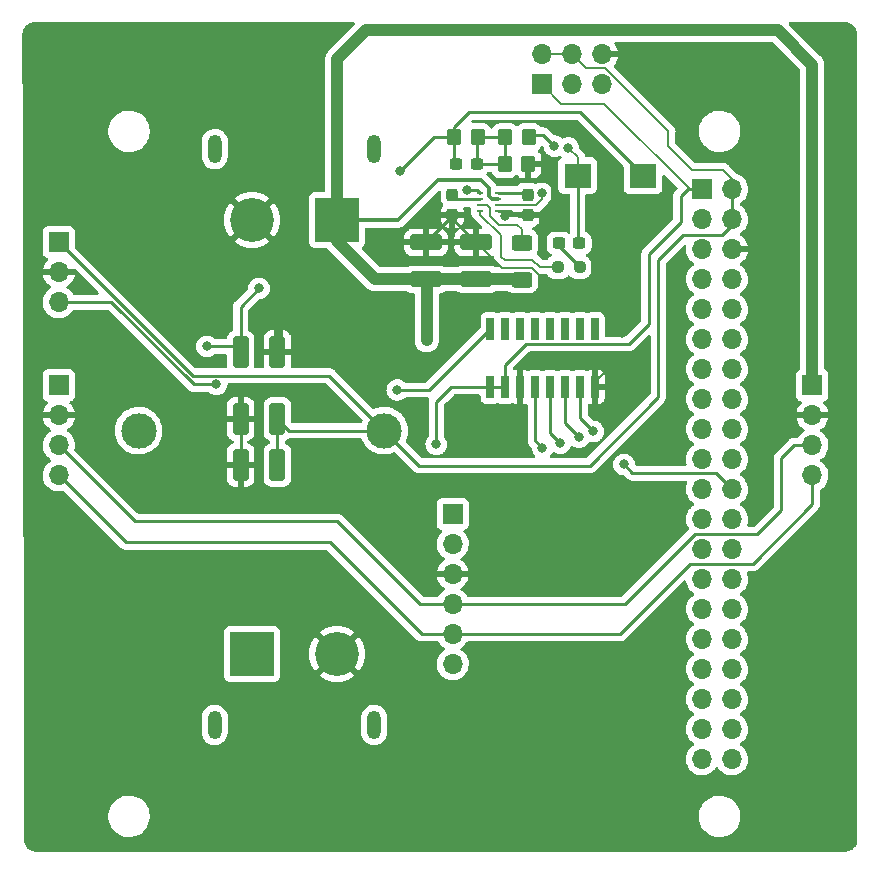
<source format=gbr>
%TF.GenerationSoftware,KiCad,Pcbnew,6.0.8-f2edbf62ab~116~ubuntu22.04.1*%
%TF.CreationDate,2022-11-02T14:53:59-04:00*%
%TF.ProjectId,Pi_HAT_V3,50695f48-4154-45f5-9633-2e6b69636164,rev?*%
%TF.SameCoordinates,Original*%
%TF.FileFunction,Copper,L2,Bot*%
%TF.FilePolarity,Positive*%
%FSLAX46Y46*%
G04 Gerber Fmt 4.6, Leading zero omitted, Abs format (unit mm)*
G04 Created by KiCad (PCBNEW 6.0.8-f2edbf62ab~116~ubuntu22.04.1) date 2022-11-02 14:53:59*
%MOMM*%
%LPD*%
G01*
G04 APERTURE LIST*
G04 Aperture macros list*
%AMRoundRect*
0 Rectangle with rounded corners*
0 $1 Rounding radius*
0 $2 $3 $4 $5 $6 $7 $8 $9 X,Y pos of 4 corners*
0 Add a 4 corners polygon primitive as box body*
4,1,4,$2,$3,$4,$5,$6,$7,$8,$9,$2,$3,0*
0 Add four circle primitives for the rounded corners*
1,1,$1+$1,$2,$3*
1,1,$1+$1,$4,$5*
1,1,$1+$1,$6,$7*
1,1,$1+$1,$8,$9*
0 Add four rect primitives between the rounded corners*
20,1,$1+$1,$2,$3,$4,$5,0*
20,1,$1+$1,$4,$5,$6,$7,0*
20,1,$1+$1,$6,$7,$8,$9,0*
20,1,$1+$1,$8,$9,$2,$3,0*%
G04 Aperture macros list end*
%TA.AperFunction,ComponentPad*%
%ADD10R,1.700000X1.700000*%
%TD*%
%TA.AperFunction,ComponentPad*%
%ADD11O,1.700000X1.700000*%
%TD*%
%TA.AperFunction,ComponentPad*%
%ADD12R,3.716000X3.716000*%
%TD*%
%TA.AperFunction,ComponentPad*%
%ADD13C,3.716000*%
%TD*%
%TA.AperFunction,ComponentPad*%
%ADD14O,1.200000X2.400000*%
%TD*%
%TA.AperFunction,ComponentPad*%
%ADD15C,3.000000*%
%TD*%
%TA.AperFunction,SMDPad,CuDef*%
%ADD16RoundRect,0.250000X0.412500X1.100000X-0.412500X1.100000X-0.412500X-1.100000X0.412500X-1.100000X0*%
%TD*%
%TA.AperFunction,SMDPad,CuDef*%
%ADD17RoundRect,0.237500X-0.300000X-0.237500X0.300000X-0.237500X0.300000X0.237500X-0.300000X0.237500X0*%
%TD*%
%TA.AperFunction,SMDPad,CuDef*%
%ADD18RoundRect,0.237500X-0.237500X0.300000X-0.237500X-0.300000X0.237500X-0.300000X0.237500X0.300000X0*%
%TD*%
%TA.AperFunction,SMDPad,CuDef*%
%ADD19RoundRect,0.250000X1.100000X-0.412500X1.100000X0.412500X-1.100000X0.412500X-1.100000X-0.412500X0*%
%TD*%
%TA.AperFunction,SMDPad,CuDef*%
%ADD20RoundRect,0.250000X0.625000X-0.400000X0.625000X0.400000X-0.625000X0.400000X-0.625000X-0.400000X0*%
%TD*%
%TA.AperFunction,SMDPad,CuDef*%
%ADD21RoundRect,0.237500X0.300000X0.237500X-0.300000X0.237500X-0.300000X-0.237500X0.300000X-0.237500X0*%
%TD*%
%TA.AperFunction,SMDPad,CuDef*%
%ADD22RoundRect,0.250000X0.350000X0.450000X-0.350000X0.450000X-0.350000X-0.450000X0.350000X-0.450000X0*%
%TD*%
%TA.AperFunction,SMDPad,CuDef*%
%ADD23R,2.260600X2.108200*%
%TD*%
%TA.AperFunction,SMDPad,CuDef*%
%ADD24RoundRect,0.250000X-0.350000X-0.450000X0.350000X-0.450000X0.350000X0.450000X-0.350000X0.450000X0*%
%TD*%
%TA.AperFunction,SMDPad,CuDef*%
%ADD25R,0.609600X0.279400*%
%TD*%
%TA.AperFunction,SMDPad,CuDef*%
%ADD26RoundRect,0.237500X-0.250000X-0.237500X0.250000X-0.237500X0.250000X0.237500X-0.250000X0.237500X0*%
%TD*%
%TA.AperFunction,SMDPad,CuDef*%
%ADD27RoundRect,0.042000X-0.258000X0.908000X-0.258000X-0.908000X0.258000X-0.908000X0.258000X0.908000X0*%
%TD*%
%TA.AperFunction,SMDPad,CuDef*%
%ADD28RoundRect,0.250000X-0.412500X-1.100000X0.412500X-1.100000X0.412500X1.100000X-0.412500X1.100000X0*%
%TD*%
%TA.AperFunction,ViaPad*%
%ADD29C,0.800000*%
%TD*%
%TA.AperFunction,ViaPad*%
%ADD30C,1.000000*%
%TD*%
%TA.AperFunction,Conductor*%
%ADD31C,0.250000*%
%TD*%
%TA.AperFunction,Conductor*%
%ADD32C,0.200000*%
%TD*%
%TA.AperFunction,Conductor*%
%ADD33C,1.000000*%
%TD*%
%TA.AperFunction,Conductor*%
%ADD34C,0.300000*%
%TD*%
G04 APERTURE END LIST*
D10*
%TO.P,J3,1,Pin_1*%
%TO.N,/3.3V*%
X137475000Y-70525000D03*
D11*
%TO.P,J3,2,Pin_2*%
%TO.N,/5V*%
X137475000Y-67985000D03*
%TO.P,J3,3,Pin_3*%
%TO.N,/SDA*%
X140015000Y-70525000D03*
%TO.P,J3,4,Pin_4*%
%TO.N,/5V*%
X140015000Y-67985000D03*
%TO.P,J3,5,Pin_5*%
%TO.N,/SCL*%
X142555000Y-70525000D03*
%TO.P,J3,6,Pin_6*%
%TO.N,GND*%
X142555000Y-67985000D03*
%TD*%
D10*
%TO.P,J1,1,Pin_1*%
%TO.N,/3.3V*%
X129900000Y-106900000D03*
D11*
%TO.P,J1,2,Pin_2*%
%TO.N,unconnected-(J1-Pad2)*%
X129900000Y-109440000D03*
%TO.P,J1,3,Pin_3*%
%TO.N,GND*%
X129900000Y-111980000D03*
%TO.P,J1,4,Pin_4*%
%TO.N,/SCL*%
X129900000Y-114520000D03*
%TO.P,J1,5,Pin_5*%
%TO.N,/SDA*%
X129900000Y-117060000D03*
%TO.P,J1,6,Pin_6*%
%TO.N,unconnected-(J1-Pad6)*%
X129900000Y-119600000D03*
%TD*%
D10*
%TO.P,J2,1,Pin_1*%
%TO.N,/3.3V*%
X151000000Y-79400000D03*
D11*
%TO.P,J2,2,Pin_2*%
%TO.N,/5V*%
X153540000Y-79400000D03*
%TO.P,J2,3,Pin_3*%
%TO.N,/SDA*%
X151000000Y-81940000D03*
%TO.P,J2,4,Pin_4*%
%TO.N,/5V*%
X153540000Y-81940000D03*
%TO.P,J2,5,Pin_5*%
%TO.N,/SCL*%
X151000000Y-84480000D03*
%TO.P,J2,6,Pin_6*%
%TO.N,GND*%
X153540000Y-84480000D03*
%TO.P,J2,7,Pin_7*%
%TO.N,unconnected-(J2-Pad7)*%
X151000000Y-87020000D03*
%TO.P,J2,8,Pin_8*%
%TO.N,/TXP*%
X153540000Y-87020000D03*
%TO.P,J2,9,Pin_9*%
%TO.N,unconnected-(J2-Pad9)*%
X151000000Y-89560000D03*
%TO.P,J2,10,Pin_10*%
%TO.N,/RXP*%
X153540000Y-89560000D03*
%TO.P,J2,11,Pin_11*%
%TO.N,unconnected-(J2-Pad11)*%
X151000000Y-92100000D03*
%TO.P,J2,12,Pin_12*%
%TO.N,unconnected-(J2-Pad12)*%
X153540000Y-92100000D03*
%TO.P,J2,13,Pin_13*%
%TO.N,unconnected-(J2-Pad13)*%
X151000000Y-94640000D03*
%TO.P,J2,14,Pin_14*%
%TO.N,unconnected-(J2-Pad14)*%
X153540000Y-94640000D03*
%TO.P,J2,15,Pin_15*%
%TO.N,unconnected-(J2-Pad15)*%
X151000000Y-97180000D03*
%TO.P,J2,16,Pin_16*%
%TO.N,unconnected-(J2-Pad16)*%
X153540000Y-97180000D03*
%TO.P,J2,17,Pin_17*%
%TO.N,unconnected-(J2-Pad17)*%
X151000000Y-99720000D03*
%TO.P,J2,18,Pin_18*%
%TO.N,unconnected-(J2-Pad18)*%
X153540000Y-99720000D03*
%TO.P,J2,19,Pin_19*%
%TO.N,/MOSI*%
X151000000Y-102260000D03*
%TO.P,J2,20,Pin_20*%
%TO.N,unconnected-(J2-Pad20)*%
X153540000Y-102260000D03*
%TO.P,J2,21,Pin_21*%
%TO.N,/MISO*%
X151000000Y-104800000D03*
%TO.P,J2,22,Pin_22*%
%TO.N,/CS*%
X153540000Y-104800000D03*
%TO.P,J2,23,Pin_23*%
%TO.N,/SCLK*%
X151000000Y-107340000D03*
%TO.P,J2,24,Pin_24*%
X153540000Y-107340000D03*
%TO.P,J2,25,Pin_25*%
%TO.N,unconnected-(J2-Pad25)*%
X151000000Y-109880000D03*
%TO.P,J2,26,Pin_26*%
%TO.N,unconnected-(J2-Pad26)*%
X153540000Y-109880000D03*
%TO.P,J2,27,Pin_27*%
%TO.N,unconnected-(J2-Pad27)*%
X151000000Y-112420000D03*
%TO.P,J2,28,Pin_28*%
%TO.N,unconnected-(J2-Pad28)*%
X153540000Y-112420000D03*
%TO.P,J2,29,Pin_29*%
%TO.N,unconnected-(J2-Pad29)*%
X151000000Y-114960000D03*
%TO.P,J2,30,Pin_30*%
%TO.N,unconnected-(J2-Pad30)*%
X153540000Y-114960000D03*
%TO.P,J2,31,Pin_31*%
%TO.N,unconnected-(J2-Pad31)*%
X151000000Y-117500000D03*
%TO.P,J2,32,Pin_32*%
%TO.N,unconnected-(J2-Pad32)*%
X153540000Y-117500000D03*
%TO.P,J2,33,Pin_33*%
%TO.N,unconnected-(J2-Pad33)*%
X151000000Y-120040000D03*
%TO.P,J2,34,Pin_34*%
%TO.N,unconnected-(J2-Pad34)*%
X153540000Y-120040000D03*
%TO.P,J2,35,Pin_35*%
%TO.N,unconnected-(J2-Pad35)*%
X151000000Y-122580000D03*
%TO.P,J2,36,Pin_36*%
%TO.N,unconnected-(J2-Pad36)*%
X153540000Y-122580000D03*
%TO.P,J2,37,Pin_37*%
%TO.N,unconnected-(J2-Pad37)*%
X151000000Y-125120000D03*
%TO.P,J2,38,Pin_38*%
%TO.N,unconnected-(J2-Pad38)*%
X153540000Y-125120000D03*
%TO.P,J2,39,Pin_39*%
%TO.N,unconnected-(J2-Pad39)*%
X151000000Y-127660000D03*
%TO.P,J2,40,Pin_40*%
%TO.N,unconnected-(J2-Pad40)*%
X153540000Y-127660000D03*
%TD*%
D10*
%TO.P,J4,1,Pin_1*%
%TO.N,12V*%
X96550000Y-96000000D03*
D11*
%TO.P,J4,2,Pin_2*%
%TO.N,GND*%
X96550000Y-98540000D03*
%TO.P,J4,3,Pin_3*%
%TO.N,/SCL*%
X96550000Y-101080000D03*
%TO.P,J4,4,Pin_4*%
%TO.N,/SDA*%
X96550000Y-103620000D03*
%TD*%
D12*
%TO.P,J5,1,+*%
%TO.N,12V*%
X120100000Y-82000000D03*
D13*
%TO.P,J5,2,-*%
%TO.N,GND*%
X112900000Y-82000000D03*
D14*
%TO.P,J5,S1*%
%TO.N,N/C*%
X123250000Y-76000000D03*
%TO.P,J5,S2*%
X109750000Y-76000000D03*
%TD*%
D12*
%TO.P,J8,1,+*%
%TO.N,12V*%
X112900000Y-118750000D03*
D13*
%TO.P,J8,2,-*%
%TO.N,GND*%
X120100000Y-118750000D03*
D14*
%TO.P,J8,S1*%
%TO.N,N/C*%
X109750000Y-124750000D03*
%TO.P,J8,S2*%
X123250000Y-124750000D03*
%TD*%
D15*
%TO.P,L2,1,1*%
%TO.N,Net-(C5-Pad1)*%
X103300000Y-99850000D03*
%TO.P,L2,2,2*%
%TO.N,/5V*%
X124100000Y-99850000D03*
%TD*%
D10*
%TO.P,J6,1,Pin_1*%
%TO.N,12V*%
X160350000Y-96000000D03*
D11*
%TO.P,J6,2,Pin_2*%
%TO.N,GND*%
X160350000Y-98540000D03*
%TO.P,J6,3,Pin_3*%
%TO.N,/SCL*%
X160350000Y-101080000D03*
%TO.P,J6,4,Pin_4*%
%TO.N,/SDA*%
X160350000Y-103620000D03*
%TD*%
D10*
%TO.P,J7,1,Pin_1*%
%TO.N,/5V*%
X96550000Y-83875000D03*
D11*
%TO.P,J7,2,Pin_2*%
%TO.N,GND*%
X96550000Y-86415000D03*
%TO.P,J7,3,Pin_3*%
%TO.N,/PS*%
X96550000Y-88955000D03*
%TD*%
D16*
%TO.P,C7,1*%
%TO.N,/5V*%
X115062500Y-102750000D03*
%TO.P,C7,2*%
%TO.N,GND*%
X111937500Y-102750000D03*
%TD*%
D17*
%TO.P,C9,1*%
%TO.N,Net-(C5-Pad1)*%
X130212500Y-77275000D03*
%TO.P,C9,2*%
%TO.N,Net-(C9-Pad2)*%
X131937500Y-77275000D03*
%TD*%
D18*
%TO.P,C3,1*%
%TO.N,Net-(C3-Pad1)*%
X136250000Y-79887500D03*
%TO.P,C3,2*%
%TO.N,GND*%
X136250000Y-81612500D03*
%TD*%
D16*
%TO.P,C6,1*%
%TO.N,/5V*%
X115062500Y-98850000D03*
%TO.P,C6,2*%
%TO.N,GND*%
X111937500Y-98850000D03*
%TD*%
D19*
%TO.P,C1,1*%
%TO.N,12V*%
X131900000Y-87037500D03*
%TO.P,C1,2*%
%TO.N,GND*%
X131900000Y-83912500D03*
%TD*%
%TO.P,C2,1*%
%TO.N,12V*%
X127650000Y-87037500D03*
%TO.P,C2,2*%
%TO.N,GND*%
X127650000Y-83912500D03*
%TD*%
D20*
%TO.P,R2,1*%
%TO.N,12V*%
X135750000Y-87050000D03*
%TO.P,R2,2*%
%TO.N,Net-(R2-Pad2)*%
X135750000Y-83950000D03*
%TD*%
D21*
%TO.P,C4,1*%
%TO.N,Net-(C4-Pad1)*%
X140612500Y-83975000D03*
%TO.P,C4,2*%
%TO.N,Net-(C4-Pad2)*%
X138887500Y-83975000D03*
%TD*%
D22*
%TO.P,R5,1*%
%TO.N,GND*%
X136300000Y-77275000D03*
%TO.P,R5,2*%
%TO.N,Net-(C9-Pad2)*%
X134300000Y-77275000D03*
%TD*%
D23*
%TO.P,L1,1,1*%
%TO.N,Net-(C4-Pad1)*%
X140481400Y-78250000D03*
%TO.P,L1,2,2*%
%TO.N,Net-(C5-Pad1)*%
X146018600Y-78250000D03*
%TD*%
D24*
%TO.P,R14,1*%
%TO.N,Net-(C5-Pad1)*%
X130050000Y-75000000D03*
%TO.P,R14,2*%
%TO.N,Net-(C9-Pad2)*%
X132050000Y-75000000D03*
%TD*%
D25*
%TO.P,U1,1,PG*%
%TO.N,Net-(C3-Pad1)*%
X133749300Y-79749999D03*
%TO.P,U1,2,IN*%
%TO.N,12V*%
X133749300Y-80250000D03*
%TO.P,U1,3,SW*%
%TO.N,Net-(C4-Pad1)*%
X133749300Y-80750000D03*
%TO.P,U1,4,GND*%
%TO.N,GND*%
X133749300Y-81250001D03*
%TO.P,U1,5,BST*%
%TO.N,Net-(R4-Pad1)*%
X132250700Y-81250001D03*
%TO.P,U1,6,EN/SYNC*%
%TO.N,Net-(R2-Pad2)*%
X132250700Y-80750000D03*
%TO.P,U1,7,SS*%
%TO.N,Net-(C8-Pad1)*%
X132250700Y-80250000D03*
%TO.P,U1,8,FB*%
%TO.N,Net-(R3-Pad1)*%
X132250700Y-79749999D03*
%TD*%
D18*
%TO.P,C8,1*%
%TO.N,Net-(C8-Pad1)*%
X129875000Y-79887500D03*
%TO.P,C8,2*%
%TO.N,GND*%
X129875000Y-81612500D03*
%TD*%
D26*
%TO.P,R4,1*%
%TO.N,Net-(R4-Pad1)*%
X138812500Y-86000000D03*
%TO.P,R4,2*%
%TO.N,Net-(C4-Pad2)*%
X140637500Y-86000000D03*
%TD*%
D27*
%TO.P,U2,1,CH0*%
%TO.N,/PS*%
X133065000Y-91232500D03*
%TO.P,U2,2,CH1*%
%TO.N,unconnected-(U2-Pad2)*%
X134335000Y-91232500D03*
%TO.P,U2,3,CH2*%
%TO.N,unconnected-(U2-Pad3)*%
X135605000Y-91232500D03*
%TO.P,U2,4,CH3*%
%TO.N,unconnected-(U2-Pad4)*%
X136875000Y-91232500D03*
%TO.P,U2,5,CH4*%
%TO.N,unconnected-(U2-Pad5)*%
X138145000Y-91232500D03*
%TO.P,U2,6,CH5*%
%TO.N,unconnected-(U2-Pad6)*%
X139415000Y-91232500D03*
%TO.P,U2,7,CH6*%
%TO.N,unconnected-(U2-Pad7)*%
X140685000Y-91232500D03*
%TO.P,U2,8,CH7*%
%TO.N,unconnected-(U2-Pad8)*%
X141955000Y-91232500D03*
%TO.P,U2,9,DGND*%
%TO.N,GND*%
X141955000Y-96142500D03*
%TO.P,U2,10,~{CS/SHDN}*%
%TO.N,/CS*%
X140685000Y-96142500D03*
%TO.P,U2,11,DIN*%
%TO.N,/MOSI*%
X139415000Y-96142500D03*
%TO.P,U2,12,DOUT*%
%TO.N,/MISO*%
X138145000Y-96142500D03*
%TO.P,U2,13,CLK*%
%TO.N,/SCLK*%
X136875000Y-96142500D03*
%TO.P,U2,14,AGND*%
%TO.N,GND*%
X135605000Y-96142500D03*
%TO.P,U2,15,VREF*%
%TO.N,/3.3V*%
X134335000Y-96142500D03*
%TO.P,U2,16,VDD*%
X133065000Y-96142500D03*
%TD*%
D28*
%TO.P,C5,1*%
%TO.N,Net-(C5-Pad1)*%
X111937500Y-93200000D03*
%TO.P,C5,2*%
%TO.N,GND*%
X115062500Y-93200000D03*
%TD*%
D22*
%TO.P,R3,1*%
%TO.N,Net-(R3-Pad1)*%
X136325000Y-75000000D03*
%TO.P,R3,2*%
%TO.N,Net-(C9-Pad2)*%
X134325000Y-75000000D03*
%TD*%
D29*
%TO.N,/PS*%
X109900000Y-95924500D03*
%TO.N,/3.3V*%
X128500000Y-101000000D03*
%TO.N,/MOSI*%
X140600000Y-100400000D03*
%TO.N,/MISO*%
X139000000Y-100900000D03*
%TO.N,/CS*%
X144400000Y-102700000D03*
X141800000Y-99900000D03*
%TO.N,GND*%
X143850000Y-93800000D03*
X131300000Y-82000000D03*
X134350000Y-81700500D03*
X144250000Y-91600000D03*
D30*
%TO.N,12V*%
X127700000Y-92200000D03*
D29*
%TO.N,Net-(C4-Pad1)*%
X139700000Y-75900000D03*
X137450000Y-79750000D03*
%TO.N,Net-(C5-Pad1)*%
X113500000Y-87800000D03*
X125400000Y-77900000D03*
X109100000Y-92700000D03*
%TO.N,Net-(R3-Pad1)*%
X131150000Y-79450000D03*
X138500000Y-75750000D03*
%TO.N,/PS*%
X125200000Y-96400000D03*
%TO.N,/SCLK*%
X137500000Y-101300000D03*
%TD*%
D31*
%TO.N,/SDA*%
X160350000Y-103620000D02*
X160350000Y-106050000D01*
X160350000Y-106050000D02*
X155300000Y-111100000D01*
X155300000Y-111100000D02*
X150000000Y-111100000D01*
X150000000Y-111100000D02*
X144040000Y-117060000D01*
X144040000Y-117060000D02*
X129900000Y-117060000D01*
%TO.N,/SCL*%
X129900000Y-114520000D02*
X144480000Y-114520000D01*
X157700000Y-102200000D02*
X158820000Y-101080000D01*
X144480000Y-114520000D02*
X150400000Y-108600000D01*
X150400000Y-108600000D02*
X155700000Y-108600000D01*
X155700000Y-108600000D02*
X157700000Y-106600000D01*
X157700000Y-106600000D02*
X157700000Y-102200000D01*
X158820000Y-101080000D02*
X160350000Y-101080000D01*
%TO.N,/PS*%
X109900000Y-95924500D02*
X107963104Y-95924500D01*
X107963104Y-95924500D02*
X100993604Y-88955000D01*
X100993604Y-88955000D02*
X96550000Y-88955000D01*
%TO.N,/3.3V*%
X133065000Y-96142500D02*
X129757500Y-96142500D01*
X136092980Y-92507020D02*
X144792980Y-92507020D01*
X128900000Y-97000000D02*
X128500000Y-97400000D01*
X149200000Y-80000000D02*
X149800000Y-79400000D01*
X128500000Y-97400000D02*
X128500000Y-101000000D01*
X146500000Y-84900000D02*
X149200000Y-82200000D01*
D32*
X142702022Y-72150000D02*
X149952022Y-79400000D01*
D31*
X134400000Y-94200000D02*
X136092980Y-92507020D01*
X134335000Y-94265000D02*
X134400000Y-94200000D01*
X145800000Y-91500000D02*
X146500000Y-90800000D01*
X146500000Y-90800000D02*
X146500000Y-84900000D01*
X133065000Y-96142500D02*
X134335000Y-96142500D01*
X149800000Y-79400000D02*
X151000000Y-79400000D01*
D32*
X139100000Y-72150000D02*
X142702022Y-72150000D01*
D31*
X129757500Y-96142500D02*
X128900000Y-97000000D01*
X144792980Y-92507020D02*
X145800000Y-91500000D01*
D32*
X137475000Y-70525000D02*
X139100000Y-72150000D01*
D31*
X134335000Y-96142500D02*
X134335000Y-94265000D01*
D32*
X149952022Y-79400000D02*
X151000000Y-79400000D01*
D31*
X149200000Y-82200000D02*
X149200000Y-80000000D01*
%TO.N,/MOSI*%
X140600000Y-100400000D02*
X139415000Y-99215000D01*
X139415000Y-99215000D02*
X139415000Y-96142500D01*
%TO.N,/MISO*%
X139000000Y-100900000D02*
X138145000Y-100045000D01*
X138145000Y-100045000D02*
X138145000Y-96142500D01*
%TO.N,/CS*%
X140685000Y-98785000D02*
X140685000Y-96142500D01*
X145134511Y-103434511D02*
X145100000Y-103400000D01*
X145100000Y-103400000D02*
X144400000Y-102700000D01*
X153540000Y-104800000D02*
X152174511Y-103434511D01*
X141800000Y-99900000D02*
X140685000Y-98785000D01*
X152174511Y-103434511D02*
X145134511Y-103434511D01*
%TO.N,Net-(C8-Pad1)*%
X130237500Y-80250000D02*
X129875000Y-79887500D01*
X132250700Y-80250000D02*
X130237500Y-80250000D01*
D32*
%TO.N,GND*%
X135450000Y-86100480D02*
X136602618Y-86100480D01*
X131300000Y-82000000D02*
X131900000Y-82600000D01*
D31*
X141955000Y-94855000D02*
X141955000Y-96142500D01*
X138300000Y-78000000D02*
X137575000Y-77275000D01*
X115400000Y-84500000D02*
X115400000Y-92862500D01*
X134750001Y-81250001D02*
X133749300Y-81250001D01*
D32*
X134087980Y-86100480D02*
X135352618Y-86100480D01*
D31*
X135112500Y-81612500D02*
X134750001Y-81250001D01*
X129875000Y-81612500D02*
X129875000Y-81887500D01*
X112900000Y-82000000D02*
X115400000Y-84500000D01*
X136250000Y-81612500D02*
X135112500Y-81612500D01*
X135600000Y-94700000D02*
X136000000Y-94300000D01*
D32*
X144250000Y-91300000D02*
X144250000Y-91600000D01*
D31*
X111937500Y-98850000D02*
X111937500Y-102750000D01*
D32*
X144200000Y-91250000D02*
X144250000Y-91300000D01*
D31*
X137575000Y-77275000D02*
X136300000Y-77275000D01*
X129875000Y-81887500D02*
X131900000Y-83912500D01*
X129875000Y-81687500D02*
X127650000Y-83912500D01*
D32*
X143850000Y-93800000D02*
X141955000Y-95695000D01*
D31*
X138300000Y-80700000D02*
X138300000Y-78000000D01*
X129875000Y-81612500D02*
X129875000Y-81687500D01*
D32*
X131900000Y-82600000D02*
X131900000Y-83912500D01*
X131900000Y-83912500D02*
X134087980Y-86100480D01*
D31*
X135605000Y-95728163D02*
X135600000Y-95723163D01*
X141400000Y-94300000D02*
X141955000Y-94855000D01*
X135605000Y-96142500D02*
X135605000Y-95728163D01*
D32*
X135352618Y-86100480D02*
X135450000Y-86100480D01*
X133749300Y-81250001D02*
X133899501Y-81250001D01*
X136602618Y-86100480D02*
X139002627Y-88500489D01*
X141450489Y-88500489D02*
X144200000Y-91250000D01*
D31*
X115400000Y-92862500D02*
X115062500Y-93200000D01*
D32*
X133899501Y-81250001D02*
X134350000Y-81700500D01*
D31*
X136250000Y-81612500D02*
X137387500Y-81612500D01*
X137387500Y-81612500D02*
X138300000Y-80700000D01*
X135600000Y-95723163D02*
X135600000Y-94700000D01*
D32*
X141955000Y-95695000D02*
X141955000Y-96142500D01*
D31*
X136000000Y-94300000D02*
X141400000Y-94300000D01*
D32*
X139002627Y-88500489D02*
X141450489Y-88500489D01*
D33*
%TO.N,12V*%
X120100000Y-83800000D02*
X123337500Y-87037500D01*
X120100000Y-82000000D02*
X120100000Y-68400000D01*
D34*
X120100000Y-82000000D02*
X125300000Y-82000000D01*
X125300000Y-82000000D02*
X128650000Y-78650000D01*
X128650000Y-78650000D02*
X132294223Y-78650000D01*
D33*
X157400000Y-65900000D02*
X160350000Y-68850000D01*
D31*
X127700000Y-87087500D02*
X127650000Y-87037500D01*
D33*
X127700000Y-92200000D02*
X127700000Y-87087500D01*
D31*
X135737500Y-87037500D02*
X135750000Y-87050000D01*
D33*
X122600000Y-65900000D02*
X157400000Y-65900000D01*
X123337500Y-87037500D02*
X127650000Y-87037500D01*
X131900000Y-87037500D02*
X135737500Y-87037500D01*
D34*
X132950000Y-79950000D02*
X133250000Y-80250000D01*
D33*
X120100000Y-68400000D02*
X122600000Y-65900000D01*
D34*
X132950000Y-79305777D02*
X132950000Y-79950000D01*
X133250000Y-80250000D02*
X133749300Y-80250000D01*
D33*
X127650000Y-87037500D02*
X131900000Y-87037500D01*
X160350000Y-68850000D02*
X160350000Y-96000000D01*
D34*
X132294223Y-78650000D02*
X132950000Y-79305777D01*
D33*
X120100000Y-82000000D02*
X120100000Y-83800000D01*
D31*
%TO.N,/5V*%
X127050000Y-102800000D02*
X141500000Y-102800000D01*
X147300000Y-85400000D02*
X149400000Y-83300000D01*
D32*
X152800000Y-77800000D02*
X153540000Y-78540000D01*
X148150000Y-74494345D02*
X148150000Y-75750000D01*
X142790166Y-69134511D02*
X148150000Y-74494345D01*
D31*
X119450000Y-95200000D02*
X124100000Y-99850000D01*
D32*
X141164511Y-69134511D02*
X142790166Y-69134511D01*
D31*
X141500000Y-102800000D02*
X147300000Y-97000000D01*
X96550000Y-83875000D02*
X107875000Y-95200000D01*
X147300000Y-97000000D02*
X147300000Y-85400000D01*
X124100000Y-99850000D02*
X127050000Y-102800000D01*
D32*
X140015000Y-67985000D02*
X141164511Y-69134511D01*
X137475000Y-67985000D02*
X140015000Y-67985000D01*
D31*
X152700000Y-83300000D02*
X153540000Y-82460000D01*
X116062500Y-99850000D02*
X115062500Y-98850000D01*
X115062500Y-98850000D02*
X115062500Y-102750000D01*
X153540000Y-79400000D02*
X153540000Y-81940000D01*
X149400000Y-83300000D02*
X152700000Y-83300000D01*
D32*
X153540000Y-78540000D02*
X153540000Y-79400000D01*
X148150000Y-75750000D02*
X150200000Y-77800000D01*
X150200000Y-77800000D02*
X152800000Y-77800000D01*
D31*
X153540000Y-82460000D02*
X153540000Y-81940000D01*
X107875000Y-95200000D02*
X119450000Y-95200000D01*
X124100000Y-99850000D02*
X116062500Y-99850000D01*
%TO.N,/SCL*%
X96550000Y-101080000D02*
X102970000Y-107500000D01*
X102970000Y-107500000D02*
X120100000Y-107500000D01*
X120100000Y-107500000D02*
X127120000Y-114520000D01*
X127120000Y-114520000D02*
X129900000Y-114520000D01*
%TO.N,/SDA*%
X102230000Y-109300000D02*
X119500000Y-109300000D01*
X127260000Y-117060000D02*
X129900000Y-117060000D01*
X96550000Y-103620000D02*
X102230000Y-109300000D01*
X119500000Y-109300000D02*
X127260000Y-117060000D01*
%TO.N,Net-(C3-Pad1)*%
X136250000Y-79887500D02*
X136112499Y-79749999D01*
X136112499Y-79749999D02*
X133749300Y-79749999D01*
D32*
%TO.N,Net-(C4-Pad1)*%
X139700000Y-75900000D02*
X140481400Y-76681400D01*
X137400000Y-80300000D02*
X137450000Y-80250000D01*
X133749300Y-80750000D02*
X136950000Y-80750000D01*
D31*
X140481400Y-78250000D02*
X140481400Y-83843900D01*
D32*
X140481400Y-76681400D02*
X140481400Y-78250000D01*
X137450000Y-80250000D02*
X137450000Y-79750000D01*
D31*
X140481400Y-83843900D02*
X140612500Y-83975000D01*
D32*
X136950000Y-80750000D02*
X137400000Y-80300000D01*
D31*
%TO.N,Net-(C4-Pad2)*%
X138887500Y-83975000D02*
X138887500Y-84250000D01*
X138887500Y-84250000D02*
X140637500Y-86000000D01*
%TO.N,Net-(C5-Pad1)*%
X140700000Y-72900000D02*
X131300000Y-72900000D01*
X131300000Y-72900000D02*
X130050000Y-74150000D01*
X128300000Y-75000000D02*
X130050000Y-75000000D01*
X130050000Y-75000000D02*
X130050000Y-77112500D01*
X109100000Y-92700000D02*
X111437500Y-92700000D01*
X111937500Y-89362500D02*
X113500000Y-87800000D01*
X130050000Y-77112500D02*
X130212500Y-77275000D01*
X130050000Y-74150000D02*
X130050000Y-75000000D01*
X111437500Y-92700000D02*
X111937500Y-93200000D01*
X111937500Y-93200000D02*
X111937500Y-89362500D01*
X146018600Y-78218600D02*
X140700000Y-72900000D01*
X125400000Y-77900000D02*
X128300000Y-75000000D01*
X146018600Y-78250000D02*
X146018600Y-78218600D01*
D32*
%TO.N,Net-(R2-Pad2)*%
X133050000Y-81650000D02*
X133800000Y-82400000D01*
X132794221Y-80750000D02*
X133050000Y-81005779D01*
X132250700Y-80750000D02*
X132794221Y-80750000D01*
X133050000Y-81005779D02*
X133050000Y-81650000D01*
X135750000Y-82800000D02*
X135750000Y-83950000D01*
X133800000Y-82400000D02*
X135350000Y-82400000D01*
X135350000Y-82400000D02*
X135750000Y-82800000D01*
D31*
%TO.N,Net-(R3-Pad1)*%
X131950701Y-79450000D02*
X132250700Y-79749999D01*
X136525000Y-74800000D02*
X136325000Y-75000000D01*
X137550000Y-74800000D02*
X136525000Y-74800000D01*
X131150000Y-79450000D02*
X131950701Y-79450000D01*
X138500000Y-75750000D02*
X137550000Y-74800000D01*
%TO.N,Net-(C9-Pad2)*%
X132050000Y-75000000D02*
X134325000Y-75000000D01*
X134325000Y-77250000D02*
X134300000Y-77275000D01*
X134325000Y-75000000D02*
X134325000Y-77250000D01*
X131937500Y-77275000D02*
X131937500Y-75112500D01*
X134300000Y-77275000D02*
X131937500Y-77275000D01*
X131937500Y-75112500D02*
X132050000Y-75000000D01*
D32*
%TO.N,Net-(R4-Pad1)*%
X134300000Y-85400000D02*
X134000000Y-85100000D01*
X134000000Y-83300000D02*
X132250700Y-81550700D01*
X138812500Y-86000000D02*
X137250000Y-86000000D01*
X137250000Y-86000000D02*
X136650000Y-85400000D01*
X134000000Y-85100000D02*
X134000000Y-83300000D01*
X132250700Y-81550700D02*
X132250700Y-81250001D01*
X136650000Y-85400000D02*
X134300000Y-85400000D01*
D31*
%TO.N,/PS*%
X125200000Y-96400000D02*
X127897500Y-96400000D01*
X127897500Y-96400000D02*
X133065000Y-91232500D01*
%TO.N,/SCLK*%
X136875000Y-100675000D02*
X137500000Y-101300000D01*
X136875000Y-96142500D02*
X136875000Y-100675000D01*
%TD*%
%TA.AperFunction,Conductor*%
%TO.N,GND*%
G36*
X163120135Y-65247519D02*
G01*
X163134258Y-65249717D01*
X163143724Y-65251191D01*
X163156397Y-65249534D01*
X163183707Y-65248949D01*
X163311194Y-65260103D01*
X163332817Y-65263915D01*
X163425990Y-65288881D01*
X163478466Y-65302942D01*
X163499104Y-65310454D01*
X163635760Y-65374178D01*
X163654780Y-65385160D01*
X163778297Y-65471647D01*
X163795122Y-65485765D01*
X163901735Y-65592378D01*
X163915853Y-65609203D01*
X164002340Y-65732720D01*
X164013322Y-65751740D01*
X164077046Y-65888396D01*
X164084557Y-65909034D01*
X164123583Y-66054678D01*
X164127398Y-66076309D01*
X164137947Y-66196893D01*
X164137393Y-66213374D01*
X164137800Y-66213379D01*
X164137690Y-66222353D01*
X164136309Y-66231224D01*
X164137473Y-66240127D01*
X164137473Y-66240130D01*
X164140445Y-66262860D01*
X164141509Y-66279167D01*
X164155753Y-134073038D01*
X164155830Y-134440005D01*
X164154329Y-134459420D01*
X164150649Y-134483050D01*
X164151813Y-134491953D01*
X164151813Y-134491959D01*
X164152306Y-134495730D01*
X164152889Y-134523046D01*
X164141734Y-134650517D01*
X164137920Y-134672147D01*
X164098891Y-134817793D01*
X164091379Y-134838430D01*
X164027654Y-134975086D01*
X164016675Y-134994102D01*
X163946836Y-135093842D01*
X163930182Y-135117626D01*
X163916064Y-135134450D01*
X163809450Y-135241064D01*
X163792626Y-135255182D01*
X163771080Y-135270269D01*
X163669102Y-135341675D01*
X163650090Y-135352651D01*
X163576763Y-135386846D01*
X163513430Y-135416379D01*
X163492792Y-135423891D01*
X163347143Y-135462921D01*
X163325517Y-135466734D01*
X163204934Y-135477286D01*
X163188452Y-135476733D01*
X163188447Y-135477139D01*
X163179472Y-135477030D01*
X163170602Y-135475649D01*
X163161701Y-135476813D01*
X163161698Y-135476813D01*
X163138997Y-135479782D01*
X163122679Y-135480846D01*
X94649338Y-135491492D01*
X94629935Y-135489992D01*
X94615152Y-135487691D01*
X94606276Y-135486309D01*
X94593603Y-135487966D01*
X94566293Y-135488551D01*
X94438806Y-135477397D01*
X94417183Y-135473585D01*
X94271533Y-135434558D01*
X94250896Y-135427046D01*
X94114240Y-135363322D01*
X94095220Y-135352340D01*
X93971703Y-135265853D01*
X93954878Y-135251735D01*
X93848265Y-135145122D01*
X93834147Y-135128297D01*
X93747660Y-135004780D01*
X93736678Y-134985760D01*
X93672954Y-134849104D01*
X93665443Y-134828466D01*
X93626417Y-134682822D01*
X93622602Y-134661191D01*
X93612349Y-134543993D01*
X93612374Y-134521758D01*
X93612770Y-134517344D01*
X93613576Y-134512552D01*
X93613729Y-134500000D01*
X93612445Y-134491034D01*
X93609680Y-134471723D01*
X93608408Y-134454120D01*
X93604638Y-132607655D01*
X100739858Y-132607655D01*
X100775104Y-132866638D01*
X100776412Y-132871124D01*
X100776412Y-132871126D01*
X100796098Y-132938664D01*
X100848243Y-133117567D01*
X100957668Y-133354928D01*
X100960231Y-133358837D01*
X101098410Y-133569596D01*
X101098414Y-133569601D01*
X101100976Y-133573509D01*
X101275018Y-133768506D01*
X101475970Y-133935637D01*
X101479973Y-133938066D01*
X101695422Y-134068804D01*
X101695426Y-134068806D01*
X101699419Y-134071229D01*
X101940455Y-134172303D01*
X102193783Y-134236641D01*
X102198434Y-134237109D01*
X102198438Y-134237110D01*
X102391308Y-134256531D01*
X102410867Y-134258500D01*
X102566354Y-134258500D01*
X102568679Y-134258327D01*
X102568685Y-134258327D01*
X102756000Y-134244407D01*
X102756004Y-134244406D01*
X102760652Y-134244061D01*
X102765200Y-134243032D01*
X102765206Y-134243031D01*
X102951601Y-134200853D01*
X103015577Y-134186377D01*
X103051769Y-134172303D01*
X103254824Y-134093340D01*
X103254827Y-134093339D01*
X103259177Y-134091647D01*
X103486098Y-133961951D01*
X103691357Y-133800138D01*
X103870443Y-133609763D01*
X104019424Y-133395009D01*
X104135025Y-133160593D01*
X104214707Y-132911665D01*
X104256721Y-132653693D01*
X104257324Y-132607655D01*
X150739858Y-132607655D01*
X150775104Y-132866638D01*
X150776412Y-132871124D01*
X150776412Y-132871126D01*
X150796098Y-132938664D01*
X150848243Y-133117567D01*
X150957668Y-133354928D01*
X150960231Y-133358837D01*
X151098410Y-133569596D01*
X151098414Y-133569601D01*
X151100976Y-133573509D01*
X151275018Y-133768506D01*
X151475970Y-133935637D01*
X151479973Y-133938066D01*
X151695422Y-134068804D01*
X151695426Y-134068806D01*
X151699419Y-134071229D01*
X151940455Y-134172303D01*
X152193783Y-134236641D01*
X152198434Y-134237109D01*
X152198438Y-134237110D01*
X152391308Y-134256531D01*
X152410867Y-134258500D01*
X152566354Y-134258500D01*
X152568679Y-134258327D01*
X152568685Y-134258327D01*
X152756000Y-134244407D01*
X152756004Y-134244406D01*
X152760652Y-134244061D01*
X152765200Y-134243032D01*
X152765206Y-134243031D01*
X152951601Y-134200853D01*
X153015577Y-134186377D01*
X153051769Y-134172303D01*
X153254824Y-134093340D01*
X153254827Y-134093339D01*
X153259177Y-134091647D01*
X153486098Y-133961951D01*
X153691357Y-133800138D01*
X153870443Y-133609763D01*
X154019424Y-133395009D01*
X154135025Y-133160593D01*
X154214707Y-132911665D01*
X154256721Y-132653693D01*
X154260142Y-132392345D01*
X154224896Y-132133362D01*
X154210473Y-132083877D01*
X154153068Y-131886932D01*
X154151757Y-131882433D01*
X154042332Y-131645072D01*
X154009519Y-131595024D01*
X153901590Y-131430404D01*
X153901586Y-131430399D01*
X153899024Y-131426491D01*
X153724982Y-131231494D01*
X153524030Y-131064363D01*
X153476844Y-131035730D01*
X153304578Y-130931196D01*
X153304574Y-130931194D01*
X153300581Y-130928771D01*
X153059545Y-130827697D01*
X152806217Y-130763359D01*
X152801566Y-130762891D01*
X152801562Y-130762890D01*
X152592271Y-130741816D01*
X152589133Y-130741500D01*
X152433646Y-130741500D01*
X152431321Y-130741673D01*
X152431315Y-130741673D01*
X152244000Y-130755593D01*
X152243996Y-130755594D01*
X152239348Y-130755939D01*
X152234800Y-130756968D01*
X152234794Y-130756969D01*
X152048399Y-130799147D01*
X151984423Y-130813623D01*
X151980071Y-130815315D01*
X151980069Y-130815316D01*
X151745176Y-130906660D01*
X151745173Y-130906661D01*
X151740823Y-130908353D01*
X151513902Y-131038049D01*
X151308643Y-131199862D01*
X151129557Y-131390237D01*
X150980576Y-131604991D01*
X150864975Y-131839407D01*
X150785293Y-132088335D01*
X150743279Y-132346307D01*
X150739858Y-132607655D01*
X104257324Y-132607655D01*
X104260142Y-132392345D01*
X104224896Y-132133362D01*
X104210473Y-132083877D01*
X104153068Y-131886932D01*
X104151757Y-131882433D01*
X104042332Y-131645072D01*
X104009519Y-131595024D01*
X103901590Y-131430404D01*
X103901586Y-131430399D01*
X103899024Y-131426491D01*
X103724982Y-131231494D01*
X103524030Y-131064363D01*
X103476844Y-131035730D01*
X103304578Y-130931196D01*
X103304574Y-130931194D01*
X103300581Y-130928771D01*
X103059545Y-130827697D01*
X102806217Y-130763359D01*
X102801566Y-130762891D01*
X102801562Y-130762890D01*
X102592271Y-130741816D01*
X102589133Y-130741500D01*
X102433646Y-130741500D01*
X102431321Y-130741673D01*
X102431315Y-130741673D01*
X102244000Y-130755593D01*
X102243996Y-130755594D01*
X102239348Y-130755939D01*
X102234800Y-130756968D01*
X102234794Y-130756969D01*
X102048399Y-130799147D01*
X101984423Y-130813623D01*
X101980071Y-130815315D01*
X101980069Y-130815316D01*
X101745176Y-130906660D01*
X101745173Y-130906661D01*
X101740823Y-130908353D01*
X101513902Y-131038049D01*
X101308643Y-131199862D01*
X101129557Y-131390237D01*
X100980576Y-131604991D01*
X100864975Y-131839407D01*
X100785293Y-132088335D01*
X100743279Y-132346307D01*
X100739858Y-132607655D01*
X93604638Y-132607655D01*
X93589926Y-125402846D01*
X108641500Y-125402846D01*
X108656548Y-125560566D01*
X108716092Y-125763534D01*
X108718836Y-125768861D01*
X108718836Y-125768862D01*
X108799298Y-125925088D01*
X108812942Y-125951580D01*
X108943604Y-126117920D01*
X108948135Y-126121852D01*
X108948138Y-126121855D01*
X109034058Y-126196412D01*
X109103363Y-126256552D01*
X109108549Y-126259552D01*
X109108553Y-126259555D01*
X109204957Y-126315326D01*
X109286454Y-126362473D01*
X109486271Y-126431861D01*
X109492206Y-126432722D01*
X109492208Y-126432722D01*
X109689664Y-126461352D01*
X109689667Y-126461352D01*
X109695604Y-126462213D01*
X109906899Y-126452433D01*
X110055426Y-126416638D01*
X110106701Y-126404281D01*
X110106703Y-126404280D01*
X110112534Y-126402875D01*
X110117992Y-126400393D01*
X110117996Y-126400392D01*
X110270363Y-126331114D01*
X110305087Y-126315326D01*
X110477611Y-126192946D01*
X110623881Y-126040150D01*
X110738620Y-125862452D01*
X110790139Y-125734616D01*
X110815442Y-125671832D01*
X110815443Y-125671829D01*
X110817686Y-125666263D01*
X110858228Y-125458663D01*
X110858500Y-125453101D01*
X110858500Y-125402846D01*
X122141500Y-125402846D01*
X122156548Y-125560566D01*
X122216092Y-125763534D01*
X122218836Y-125768861D01*
X122218836Y-125768862D01*
X122299298Y-125925088D01*
X122312942Y-125951580D01*
X122443604Y-126117920D01*
X122448135Y-126121852D01*
X122448138Y-126121855D01*
X122534058Y-126196412D01*
X122603363Y-126256552D01*
X122608549Y-126259552D01*
X122608553Y-126259555D01*
X122704957Y-126315326D01*
X122786454Y-126362473D01*
X122986271Y-126431861D01*
X122992206Y-126432722D01*
X122992208Y-126432722D01*
X123189664Y-126461352D01*
X123189667Y-126461352D01*
X123195604Y-126462213D01*
X123406899Y-126452433D01*
X123555426Y-126416638D01*
X123606701Y-126404281D01*
X123606703Y-126404280D01*
X123612534Y-126402875D01*
X123617992Y-126400393D01*
X123617996Y-126400392D01*
X123770363Y-126331114D01*
X123805087Y-126315326D01*
X123977611Y-126192946D01*
X124123881Y-126040150D01*
X124238620Y-125862452D01*
X124290139Y-125734616D01*
X124315442Y-125671832D01*
X124315443Y-125671829D01*
X124317686Y-125666263D01*
X124358228Y-125458663D01*
X124358500Y-125453101D01*
X124358500Y-124097154D01*
X124343452Y-123939434D01*
X124283908Y-123736466D01*
X124281164Y-123731138D01*
X124189804Y-123553751D01*
X124189802Y-123553748D01*
X124187058Y-123548420D01*
X124056396Y-123382080D01*
X124051865Y-123378148D01*
X124051862Y-123378145D01*
X123901167Y-123247379D01*
X123896637Y-123243448D01*
X123891451Y-123240448D01*
X123891447Y-123240445D01*
X123718742Y-123140533D01*
X123713546Y-123137527D01*
X123513729Y-123068139D01*
X123507794Y-123067278D01*
X123507792Y-123067278D01*
X123310336Y-123038648D01*
X123310333Y-123038648D01*
X123304396Y-123037787D01*
X123093101Y-123047567D01*
X122971566Y-123076857D01*
X122893299Y-123095719D01*
X122893297Y-123095720D01*
X122887466Y-123097125D01*
X122882008Y-123099607D01*
X122882004Y-123099608D01*
X122766959Y-123151916D01*
X122694913Y-123184674D01*
X122522389Y-123307054D01*
X122376119Y-123459850D01*
X122261380Y-123637548D01*
X122259137Y-123643114D01*
X122205778Y-123775516D01*
X122182314Y-123833737D01*
X122141772Y-124041337D01*
X122141500Y-124046899D01*
X122141500Y-125402846D01*
X110858500Y-125402846D01*
X110858500Y-124097154D01*
X110843452Y-123939434D01*
X110783908Y-123736466D01*
X110781164Y-123731138D01*
X110689804Y-123553751D01*
X110689802Y-123553748D01*
X110687058Y-123548420D01*
X110556396Y-123382080D01*
X110551865Y-123378148D01*
X110551862Y-123378145D01*
X110401167Y-123247379D01*
X110396637Y-123243448D01*
X110391451Y-123240448D01*
X110391447Y-123240445D01*
X110218742Y-123140533D01*
X110213546Y-123137527D01*
X110013729Y-123068139D01*
X110007794Y-123067278D01*
X110007792Y-123067278D01*
X109810336Y-123038648D01*
X109810333Y-123038648D01*
X109804396Y-123037787D01*
X109593101Y-123047567D01*
X109471566Y-123076857D01*
X109393299Y-123095719D01*
X109393297Y-123095720D01*
X109387466Y-123097125D01*
X109382008Y-123099607D01*
X109382004Y-123099608D01*
X109266959Y-123151916D01*
X109194913Y-123184674D01*
X109022389Y-123307054D01*
X108876119Y-123459850D01*
X108761380Y-123637548D01*
X108759137Y-123643114D01*
X108705778Y-123775516D01*
X108682314Y-123833737D01*
X108641772Y-124041337D01*
X108641500Y-124046899D01*
X108641500Y-125402846D01*
X93589926Y-125402846D01*
X93580233Y-120656134D01*
X110533500Y-120656134D01*
X110540255Y-120718316D01*
X110591385Y-120854705D01*
X110678739Y-120971261D01*
X110795295Y-121058615D01*
X110931684Y-121109745D01*
X110993866Y-121116500D01*
X114806134Y-121116500D01*
X114868316Y-121109745D01*
X115004705Y-121058615D01*
X115121261Y-120971261D01*
X115208615Y-120854705D01*
X115259745Y-120718316D01*
X115266500Y-120656134D01*
X115266500Y-120595387D01*
X118620070Y-120595387D01*
X118626528Y-120604747D01*
X118653488Y-120628391D01*
X118660003Y-120633389D01*
X118911028Y-120801119D01*
X118918165Y-120805240D01*
X119188930Y-120938766D01*
X119196534Y-120941916D01*
X119482413Y-121038959D01*
X119490365Y-121041090D01*
X119786469Y-121099988D01*
X119794627Y-121101062D01*
X120095881Y-121120807D01*
X120104119Y-121120807D01*
X120405373Y-121101062D01*
X120413531Y-121099988D01*
X120709635Y-121041090D01*
X120717587Y-121038959D01*
X121003466Y-120941916D01*
X121011070Y-120938766D01*
X121281835Y-120805240D01*
X121288972Y-120801119D01*
X121539997Y-120633389D01*
X121546512Y-120628391D01*
X121571609Y-120606381D01*
X121580004Y-120593146D01*
X121574169Y-120583379D01*
X120112812Y-119122022D01*
X120098868Y-119114408D01*
X120097035Y-119114539D01*
X120090420Y-119118790D01*
X118627584Y-120581626D01*
X118620070Y-120595387D01*
X115266500Y-120595387D01*
X115266500Y-118754119D01*
X117729193Y-118754119D01*
X117748938Y-119055373D01*
X117750012Y-119063531D01*
X117808910Y-119359635D01*
X117811041Y-119367587D01*
X117908081Y-119653457D01*
X117911236Y-119661076D01*
X118044761Y-119931835D01*
X118048882Y-119938973D01*
X118216611Y-120189997D01*
X118221609Y-120196512D01*
X118243619Y-120221609D01*
X118256854Y-120230004D01*
X118266621Y-120224169D01*
X119727978Y-118762812D01*
X119734356Y-118751132D01*
X120464408Y-118751132D01*
X120464539Y-118752965D01*
X120468790Y-118759580D01*
X121931626Y-120222416D01*
X121945387Y-120229930D01*
X121954747Y-120223472D01*
X121978391Y-120196512D01*
X121983389Y-120189997D01*
X122151118Y-119938973D01*
X122155239Y-119931835D01*
X122288764Y-119661076D01*
X122291919Y-119653457D01*
X122388959Y-119367587D01*
X122391090Y-119359635D01*
X122449988Y-119063531D01*
X122451062Y-119055373D01*
X122470807Y-118754119D01*
X122470807Y-118745881D01*
X122451062Y-118444627D01*
X122449988Y-118436469D01*
X122391090Y-118140365D01*
X122388959Y-118132413D01*
X122291919Y-117846543D01*
X122288764Y-117838924D01*
X122155239Y-117568165D01*
X122151118Y-117561027D01*
X121983389Y-117310003D01*
X121978391Y-117303488D01*
X121956381Y-117278391D01*
X121943146Y-117269996D01*
X121933379Y-117275831D01*
X120472022Y-118737188D01*
X120464408Y-118751132D01*
X119734356Y-118751132D01*
X119735592Y-118748868D01*
X119735461Y-118747035D01*
X119731210Y-118740420D01*
X118268374Y-117277584D01*
X118254613Y-117270070D01*
X118245253Y-117276528D01*
X118221609Y-117303488D01*
X118216611Y-117310003D01*
X118048882Y-117561027D01*
X118044761Y-117568165D01*
X117911236Y-117838924D01*
X117908081Y-117846543D01*
X117811041Y-118132413D01*
X117808910Y-118140365D01*
X117750012Y-118436469D01*
X117748938Y-118444627D01*
X117729193Y-118745881D01*
X117729193Y-118754119D01*
X115266500Y-118754119D01*
X115266500Y-116906854D01*
X118619996Y-116906854D01*
X118625831Y-116916621D01*
X120087188Y-118377978D01*
X120101132Y-118385592D01*
X120102965Y-118385461D01*
X120109580Y-118381210D01*
X121572416Y-116918374D01*
X121579930Y-116904613D01*
X121573472Y-116895253D01*
X121546512Y-116871609D01*
X121539997Y-116866611D01*
X121288972Y-116698881D01*
X121281835Y-116694760D01*
X121011070Y-116561234D01*
X121003466Y-116558084D01*
X120717587Y-116461041D01*
X120709635Y-116458910D01*
X120413531Y-116400012D01*
X120405373Y-116398938D01*
X120104119Y-116379193D01*
X120095881Y-116379193D01*
X119794627Y-116398938D01*
X119786469Y-116400012D01*
X119490365Y-116458910D01*
X119482413Y-116461041D01*
X119196543Y-116558081D01*
X119188924Y-116561236D01*
X118918165Y-116694761D01*
X118911027Y-116698882D01*
X118660003Y-116866611D01*
X118653488Y-116871609D01*
X118628391Y-116893619D01*
X118619996Y-116906854D01*
X115266500Y-116906854D01*
X115266500Y-116843866D01*
X115259745Y-116781684D01*
X115208615Y-116645295D01*
X115121261Y-116528739D01*
X115004705Y-116441385D01*
X114868316Y-116390255D01*
X114806134Y-116383500D01*
X110993866Y-116383500D01*
X110931684Y-116390255D01*
X110795295Y-116441385D01*
X110678739Y-116528739D01*
X110591385Y-116645295D01*
X110540255Y-116781684D01*
X110533500Y-116843866D01*
X110533500Y-120656134D01*
X93580233Y-120656134D01*
X93531719Y-96898134D01*
X95191500Y-96898134D01*
X95198255Y-96960316D01*
X95249385Y-97096705D01*
X95336739Y-97213261D01*
X95453295Y-97300615D01*
X95461704Y-97303767D01*
X95461705Y-97303768D01*
X95570960Y-97344726D01*
X95627725Y-97387367D01*
X95652425Y-97453929D01*
X95637218Y-97523278D01*
X95617825Y-97549759D01*
X95494590Y-97678717D01*
X95488104Y-97686727D01*
X95368098Y-97862649D01*
X95363000Y-97871623D01*
X95273338Y-98064783D01*
X95269775Y-98074470D01*
X95214389Y-98274183D01*
X95215912Y-98282607D01*
X95228292Y-98286000D01*
X97868344Y-98286000D01*
X97881875Y-98282027D01*
X97883180Y-98272947D01*
X97841214Y-98105875D01*
X97837894Y-98096124D01*
X97752972Y-97900814D01*
X97748105Y-97891739D01*
X97632426Y-97712926D01*
X97626136Y-97704757D01*
X97482293Y-97546677D01*
X97451241Y-97482831D01*
X97459635Y-97412333D01*
X97504812Y-97357564D01*
X97531256Y-97343895D01*
X97638297Y-97303767D01*
X97646705Y-97300615D01*
X97763261Y-97213261D01*
X97850615Y-97096705D01*
X97901745Y-96960316D01*
X97908500Y-96898134D01*
X97908500Y-95101866D01*
X97901745Y-95039684D01*
X97850615Y-94903295D01*
X97763261Y-94786739D01*
X97646705Y-94699385D01*
X97510316Y-94648255D01*
X97448134Y-94641500D01*
X95651866Y-94641500D01*
X95589684Y-94648255D01*
X95453295Y-94699385D01*
X95336739Y-94786739D01*
X95249385Y-94903295D01*
X95198255Y-95039684D01*
X95191500Y-95101866D01*
X95191500Y-96898134D01*
X93531719Y-96898134D01*
X93501305Y-82004119D01*
X110529193Y-82004119D01*
X110548938Y-82305373D01*
X110550012Y-82313531D01*
X110608910Y-82609635D01*
X110611041Y-82617587D01*
X110708081Y-82903457D01*
X110711236Y-82911076D01*
X110844761Y-83181835D01*
X110848882Y-83188973D01*
X111016611Y-83439997D01*
X111021609Y-83446512D01*
X111043619Y-83471609D01*
X111056854Y-83480004D01*
X111066621Y-83474169D01*
X112527978Y-82012812D01*
X112534356Y-82001132D01*
X113264408Y-82001132D01*
X113264539Y-82002965D01*
X113268790Y-82009580D01*
X114731626Y-83472416D01*
X114745387Y-83479930D01*
X114754747Y-83473472D01*
X114778391Y-83446512D01*
X114783389Y-83439997D01*
X114951118Y-83188973D01*
X114955239Y-83181835D01*
X115088764Y-82911076D01*
X115091919Y-82903457D01*
X115188959Y-82617587D01*
X115191090Y-82609635D01*
X115249988Y-82313531D01*
X115251062Y-82305373D01*
X115270807Y-82004119D01*
X115270807Y-81995881D01*
X115251062Y-81694627D01*
X115249988Y-81686469D01*
X115191090Y-81390365D01*
X115188959Y-81382413D01*
X115091919Y-81096543D01*
X115088764Y-81088924D01*
X114955239Y-80818165D01*
X114951118Y-80811027D01*
X114783389Y-80560003D01*
X114778391Y-80553488D01*
X114756381Y-80528391D01*
X114743146Y-80519996D01*
X114733379Y-80525831D01*
X113272022Y-81987188D01*
X113264408Y-82001132D01*
X112534356Y-82001132D01*
X112535592Y-81998868D01*
X112535461Y-81997035D01*
X112531210Y-81990420D01*
X111068374Y-80527584D01*
X111054613Y-80520070D01*
X111045253Y-80526528D01*
X111021609Y-80553488D01*
X111016611Y-80560003D01*
X110848882Y-80811027D01*
X110844761Y-80818165D01*
X110711236Y-81088924D01*
X110708081Y-81096543D01*
X110611041Y-81382413D01*
X110608910Y-81390365D01*
X110550012Y-81686469D01*
X110548938Y-81694627D01*
X110529193Y-81995881D01*
X110529193Y-82004119D01*
X93501305Y-82004119D01*
X93497533Y-80156854D01*
X111419996Y-80156854D01*
X111425831Y-80166621D01*
X112887188Y-81627978D01*
X112901132Y-81635592D01*
X112902965Y-81635461D01*
X112909580Y-81631210D01*
X114372416Y-80168374D01*
X114379930Y-80154613D01*
X114373472Y-80145253D01*
X114346512Y-80121609D01*
X114339997Y-80116611D01*
X114088972Y-79948881D01*
X114081835Y-79944760D01*
X113811070Y-79811234D01*
X113803466Y-79808084D01*
X113517587Y-79711041D01*
X113509635Y-79708910D01*
X113213531Y-79650012D01*
X113205373Y-79648938D01*
X112904119Y-79629193D01*
X112895881Y-79629193D01*
X112594627Y-79648938D01*
X112586469Y-79650012D01*
X112290365Y-79708910D01*
X112282413Y-79711041D01*
X111996543Y-79808081D01*
X111988924Y-79811236D01*
X111718165Y-79944761D01*
X111711027Y-79948882D01*
X111460003Y-80116611D01*
X111453488Y-80121609D01*
X111428391Y-80143619D01*
X111419996Y-80156854D01*
X93497533Y-80156854D01*
X93490378Y-76652846D01*
X108641500Y-76652846D01*
X108656548Y-76810566D01*
X108716092Y-77013534D01*
X108718836Y-77018861D01*
X108718836Y-77018862D01*
X108805602Y-77187328D01*
X108812942Y-77201580D01*
X108943604Y-77367920D01*
X108948135Y-77371852D01*
X108948138Y-77371855D01*
X109034058Y-77446412D01*
X109103363Y-77506552D01*
X109108549Y-77509552D01*
X109108553Y-77509555D01*
X109204957Y-77565326D01*
X109286454Y-77612473D01*
X109486271Y-77681861D01*
X109492206Y-77682722D01*
X109492208Y-77682722D01*
X109689664Y-77711352D01*
X109689667Y-77711352D01*
X109695604Y-77712213D01*
X109906899Y-77702433D01*
X110038077Y-77670819D01*
X110106701Y-77654281D01*
X110106703Y-77654280D01*
X110112534Y-77652875D01*
X110117992Y-77650393D01*
X110117996Y-77650392D01*
X110233041Y-77598084D01*
X110305087Y-77565326D01*
X110477611Y-77442946D01*
X110623881Y-77290150D01*
X110738620Y-77112452D01*
X110776338Y-77018862D01*
X110815442Y-76921832D01*
X110815443Y-76921829D01*
X110817686Y-76916263D01*
X110858228Y-76708663D01*
X110858500Y-76703101D01*
X110858500Y-75347154D01*
X110843452Y-75189434D01*
X110783908Y-74986466D01*
X110769701Y-74958882D01*
X110689804Y-74803751D01*
X110689802Y-74803748D01*
X110687058Y-74798420D01*
X110556396Y-74632080D01*
X110551865Y-74628148D01*
X110551862Y-74628145D01*
X110415198Y-74509554D01*
X110396637Y-74493448D01*
X110391451Y-74490448D01*
X110391447Y-74490445D01*
X110218742Y-74390533D01*
X110213546Y-74387527D01*
X110013729Y-74318139D01*
X110007794Y-74317278D01*
X110007792Y-74317278D01*
X109810336Y-74288648D01*
X109810333Y-74288648D01*
X109804396Y-74287787D01*
X109593101Y-74297567D01*
X109494242Y-74321392D01*
X109393299Y-74345719D01*
X109393297Y-74345720D01*
X109387466Y-74347125D01*
X109382008Y-74349607D01*
X109382004Y-74349608D01*
X109288010Y-74392345D01*
X109194913Y-74434674D01*
X109022389Y-74557054D01*
X108876119Y-74709850D01*
X108761380Y-74887548D01*
X108682314Y-75083737D01*
X108641772Y-75291337D01*
X108641500Y-75296899D01*
X108641500Y-76652846D01*
X93490378Y-76652846D01*
X93486202Y-74607655D01*
X100739858Y-74607655D01*
X100775104Y-74866638D01*
X100776412Y-74871124D01*
X100776412Y-74871126D01*
X100796098Y-74938664D01*
X100848243Y-75117567D01*
X100957668Y-75354928D01*
X100960231Y-75358837D01*
X101098410Y-75569596D01*
X101098414Y-75569601D01*
X101100976Y-75573509D01*
X101275018Y-75768506D01*
X101475970Y-75935637D01*
X101479973Y-75938066D01*
X101695422Y-76068804D01*
X101695426Y-76068806D01*
X101699419Y-76071229D01*
X101940455Y-76172303D01*
X102193783Y-76236641D01*
X102198434Y-76237109D01*
X102198438Y-76237110D01*
X102391308Y-76256531D01*
X102410867Y-76258500D01*
X102566354Y-76258500D01*
X102568679Y-76258327D01*
X102568685Y-76258327D01*
X102756000Y-76244407D01*
X102756004Y-76244406D01*
X102760652Y-76244061D01*
X102765200Y-76243032D01*
X102765206Y-76243031D01*
X102988177Y-76192577D01*
X103015577Y-76186377D01*
X103026416Y-76182162D01*
X103254824Y-76093340D01*
X103254827Y-76093339D01*
X103259177Y-76091647D01*
X103486098Y-75961951D01*
X103691357Y-75800138D01*
X103870443Y-75609763D01*
X104019424Y-75395009D01*
X104032362Y-75368774D01*
X104132960Y-75164781D01*
X104132961Y-75164778D01*
X104135025Y-75160593D01*
X104150336Y-75112763D01*
X104213280Y-74916123D01*
X104214707Y-74911665D01*
X104256721Y-74653693D01*
X104259087Y-74472943D01*
X104260081Y-74397022D01*
X104260081Y-74397019D01*
X104260142Y-74392345D01*
X104224896Y-74133362D01*
X104210473Y-74083877D01*
X104197944Y-74040893D01*
X104151757Y-73882433D01*
X104142211Y-73861725D01*
X104115901Y-73804655D01*
X104042332Y-73645072D01*
X103969182Y-73533500D01*
X103901590Y-73430404D01*
X103901586Y-73430399D01*
X103899024Y-73426491D01*
X103724982Y-73231494D01*
X103524030Y-73064363D01*
X103374449Y-72973595D01*
X103304578Y-72931196D01*
X103304574Y-72931194D01*
X103300581Y-72928771D01*
X103059545Y-72827697D01*
X102806217Y-72763359D01*
X102801566Y-72762891D01*
X102801562Y-72762890D01*
X102592271Y-72741816D01*
X102589133Y-72741500D01*
X102433646Y-72741500D01*
X102431321Y-72741673D01*
X102431315Y-72741673D01*
X102244000Y-72755593D01*
X102243996Y-72755594D01*
X102239348Y-72755939D01*
X102234800Y-72756968D01*
X102234794Y-72756969D01*
X102116963Y-72783632D01*
X101984423Y-72813623D01*
X101980071Y-72815315D01*
X101980069Y-72815316D01*
X101745176Y-72906660D01*
X101745173Y-72906661D01*
X101740823Y-72908353D01*
X101736769Y-72910670D01*
X101736767Y-72910671D01*
X101708264Y-72926962D01*
X101513902Y-73038049D01*
X101308643Y-73199862D01*
X101129557Y-73390237D01*
X100980576Y-73604991D01*
X100978510Y-73609181D01*
X100978508Y-73609184D01*
X100877416Y-73814180D01*
X100864975Y-73839407D01*
X100863553Y-73843850D01*
X100863552Y-73843852D01*
X100792063Y-74067185D01*
X100785293Y-74088335D01*
X100743279Y-74346307D01*
X100739858Y-74607655D01*
X93486202Y-74607655D01*
X93469269Y-66315360D01*
X93471015Y-66294200D01*
X93473429Y-66279850D01*
X93473429Y-66279848D01*
X93474236Y-66275052D01*
X93474389Y-66262500D01*
X93473202Y-66254209D01*
X93472408Y-66225371D01*
X93473566Y-66212137D01*
X93483263Y-66101301D01*
X93487076Y-66079675D01*
X93490921Y-66065328D01*
X93508882Y-65998293D01*
X93526103Y-65934024D01*
X93533615Y-65913386D01*
X93597339Y-65776728D01*
X93608320Y-65757708D01*
X93694805Y-65634191D01*
X93708922Y-65617366D01*
X93815545Y-65510740D01*
X93832370Y-65496622D01*
X93874344Y-65467231D01*
X93955884Y-65410134D01*
X93974904Y-65399152D01*
X94111564Y-65335423D01*
X94132202Y-65327911D01*
X94277852Y-65288881D01*
X94299481Y-65285067D01*
X94361555Y-65279634D01*
X94419903Y-65274528D01*
X94436549Y-65275088D01*
X94436554Y-65274700D01*
X94445523Y-65274809D01*
X94454398Y-65276191D01*
X94486072Y-65272048D01*
X94502367Y-65270984D01*
X96738152Y-65270170D01*
X121508373Y-65261156D01*
X121576501Y-65281133D01*
X121623014Y-65334772D01*
X121633143Y-65405042D01*
X121603673Y-65469634D01*
X121597514Y-65476251D01*
X119430621Y-67643145D01*
X119420478Y-67652247D01*
X119390975Y-67675968D01*
X119387008Y-67680696D01*
X119358709Y-67714421D01*
X119355528Y-67718069D01*
X119353885Y-67719881D01*
X119351691Y-67722075D01*
X119324358Y-67755349D01*
X119323696Y-67756147D01*
X119263846Y-67827474D01*
X119261278Y-67832144D01*
X119257897Y-67836261D01*
X119246777Y-67857000D01*
X119214023Y-67918086D01*
X119213394Y-67919245D01*
X119171538Y-67995381D01*
X119171535Y-67995389D01*
X119168567Y-68000787D01*
X119166955Y-68005869D01*
X119164438Y-68010563D01*
X119137238Y-68099531D01*
X119136918Y-68100559D01*
X119108765Y-68189306D01*
X119108171Y-68194602D01*
X119106613Y-68199698D01*
X119099692Y-68267837D01*
X119097218Y-68292187D01*
X119097092Y-68293367D01*
X119091500Y-68343227D01*
X119091500Y-68346754D01*
X119091445Y-68347739D01*
X119090998Y-68353419D01*
X119088240Y-68380574D01*
X119087527Y-68387596D01*
X119086626Y-68396462D01*
X119087206Y-68402593D01*
X119090941Y-68442109D01*
X119091500Y-68453967D01*
X119091500Y-79507500D01*
X119071498Y-79575621D01*
X119017842Y-79622114D01*
X118965500Y-79633500D01*
X118193866Y-79633500D01*
X118131684Y-79640255D01*
X117995295Y-79691385D01*
X117878739Y-79778739D01*
X117791385Y-79895295D01*
X117740255Y-80031684D01*
X117733500Y-80093866D01*
X117733500Y-83906134D01*
X117740255Y-83968316D01*
X117791385Y-84104705D01*
X117878739Y-84221261D01*
X117995295Y-84308615D01*
X118131684Y-84359745D01*
X118193866Y-84366500D01*
X119200757Y-84366500D01*
X119268878Y-84386502D01*
X119298398Y-84412862D01*
X119314703Y-84432853D01*
X119315448Y-84433776D01*
X119346738Y-84472973D01*
X119349242Y-84475477D01*
X119349884Y-84476195D01*
X119353585Y-84480528D01*
X119380935Y-84514062D01*
X119385682Y-84517989D01*
X119385684Y-84517991D01*
X119416262Y-84543287D01*
X119425042Y-84551277D01*
X122580645Y-87706879D01*
X122589747Y-87717022D01*
X122613468Y-87746525D01*
X122651956Y-87778820D01*
X122655575Y-87781978D01*
X122657390Y-87783624D01*
X122659575Y-87785809D01*
X122661955Y-87787764D01*
X122661965Y-87787773D01*
X122692736Y-87813049D01*
X122693751Y-87813891D01*
X122725999Y-87840950D01*
X122764974Y-87873654D01*
X122769648Y-87876223D01*
X122773761Y-87879602D01*
X122855264Y-87923303D01*
X122855547Y-87923455D01*
X122856677Y-87924068D01*
X122872070Y-87932530D01*
X122918493Y-87958051D01*
X122938287Y-87968933D01*
X122943369Y-87970545D01*
X122948063Y-87973062D01*
X123037031Y-88000262D01*
X123038059Y-88000582D01*
X123126806Y-88028735D01*
X123132102Y-88029329D01*
X123137198Y-88030887D01*
X123229757Y-88040290D01*
X123230893Y-88040411D01*
X123264508Y-88044181D01*
X123277230Y-88045608D01*
X123277234Y-88045608D01*
X123280727Y-88046000D01*
X123284254Y-88046000D01*
X123285239Y-88046055D01*
X123290919Y-88046502D01*
X123318516Y-88049305D01*
X123327837Y-88050252D01*
X123327839Y-88050252D01*
X123333962Y-88050874D01*
X123379608Y-88046559D01*
X123391467Y-88046000D01*
X126035621Y-88046000D01*
X126101737Y-88064740D01*
X126220090Y-88137694D01*
X126227262Y-88142115D01*
X126297076Y-88165271D01*
X126388611Y-88195632D01*
X126388613Y-88195632D01*
X126395139Y-88197797D01*
X126401975Y-88198497D01*
X126401978Y-88198498D01*
X126445031Y-88202909D01*
X126499600Y-88208500D01*
X126565500Y-88208500D01*
X126633621Y-88228502D01*
X126680114Y-88282158D01*
X126691500Y-88334500D01*
X126691500Y-92136181D01*
X126690715Y-92150225D01*
X126686719Y-92185851D01*
X126687235Y-92191995D01*
X126691058Y-92237524D01*
X126691314Y-92243619D01*
X126691350Y-92243617D01*
X126691500Y-92246684D01*
X126691500Y-92249769D01*
X126691801Y-92252837D01*
X126695498Y-92290549D01*
X126695657Y-92292299D01*
X126703268Y-92382934D01*
X126704925Y-92388714D01*
X126704963Y-92388904D01*
X126705295Y-92390645D01*
X126705334Y-92390858D01*
X126705920Y-92396833D01*
X126707702Y-92402735D01*
X126732191Y-92483848D01*
X126732688Y-92485535D01*
X126757783Y-92573050D01*
X126760533Y-92578399D01*
X126760600Y-92578563D01*
X126761240Y-92580148D01*
X126761351Y-92580429D01*
X126763084Y-92586169D01*
X126765975Y-92591606D01*
X126765979Y-92591616D01*
X126805824Y-92666553D01*
X126806568Y-92667975D01*
X126848187Y-92748956D01*
X126851914Y-92753659D01*
X126852060Y-92753878D01*
X126853017Y-92755340D01*
X126853109Y-92755482D01*
X126855934Y-92760796D01*
X126893612Y-92806994D01*
X126913439Y-92831304D01*
X126914531Y-92832663D01*
X126971035Y-92903953D01*
X126975613Y-92907849D01*
X126975743Y-92907980D01*
X126976983Y-92909246D01*
X126977138Y-92909407D01*
X126980935Y-92914062D01*
X126985682Y-92917989D01*
X126985685Y-92917992D01*
X127051011Y-92972034D01*
X127052359Y-92973165D01*
X127116960Y-93028145D01*
X127116963Y-93028147D01*
X127121650Y-93032136D01*
X127126898Y-93035069D01*
X127127074Y-93035188D01*
X127128548Y-93036198D01*
X127128695Y-93036300D01*
X127133325Y-93040130D01*
X127138745Y-93043060D01*
X127138747Y-93043062D01*
X127213335Y-93083392D01*
X127214876Y-93084239D01*
X127288917Y-93125619D01*
X127294294Y-93128624D01*
X127300009Y-93130481D01*
X127300183Y-93130554D01*
X127301785Y-93131241D01*
X127302022Y-93131345D01*
X127307299Y-93134198D01*
X127313188Y-93136021D01*
X127394234Y-93161109D01*
X127395897Y-93161637D01*
X127482392Y-93189740D01*
X127488354Y-93190451D01*
X127488574Y-93190496D01*
X127490291Y-93190861D01*
X127490493Y-93190905D01*
X127496232Y-93192682D01*
X127502359Y-93193326D01*
X127586676Y-93202188D01*
X127588424Y-93202384D01*
X127644824Y-93209109D01*
X127678777Y-93213158D01*
X127684772Y-93212697D01*
X127684920Y-93212698D01*
X127686668Y-93212722D01*
X127686957Y-93212728D01*
X127692925Y-93213355D01*
X127783512Y-93205111D01*
X127785148Y-93204973D01*
X127875972Y-93197984D01*
X127881760Y-93196368D01*
X127881949Y-93196332D01*
X127883685Y-93196013D01*
X127883900Y-93195975D01*
X127889888Y-93195430D01*
X127895794Y-93193692D01*
X127895798Y-93193691D01*
X127977171Y-93169742D01*
X127978861Y-93169258D01*
X128060521Y-93146458D01*
X128060530Y-93146455D01*
X128066463Y-93144798D01*
X128071819Y-93142093D01*
X128072063Y-93141994D01*
X128073699Y-93141346D01*
X128073845Y-93141290D01*
X128079619Y-93139590D01*
X128093122Y-93132531D01*
X128160251Y-93097437D01*
X128161815Y-93096633D01*
X128237503Y-93058400D01*
X128237505Y-93058399D01*
X128242996Y-93055625D01*
X128247721Y-93051934D01*
X128247921Y-93051803D01*
X128249398Y-93050851D01*
X128249571Y-93050741D01*
X128254890Y-93047960D01*
X128264629Y-93040130D01*
X128325741Y-92990994D01*
X128327120Y-92989900D01*
X128349401Y-92972492D01*
X128398847Y-92933861D01*
X128402771Y-92929315D01*
X128402923Y-92929166D01*
X128404161Y-92927971D01*
X128404352Y-92927789D01*
X128409025Y-92924032D01*
X128467565Y-92854266D01*
X128468563Y-92853093D01*
X128528078Y-92784145D01*
X128531040Y-92778931D01*
X128531177Y-92778731D01*
X128532181Y-92777286D01*
X128532292Y-92777128D01*
X128536154Y-92772526D01*
X128579984Y-92692798D01*
X128580835Y-92691277D01*
X128622724Y-92617539D01*
X128625769Y-92612179D01*
X128627667Y-92606472D01*
X128627722Y-92606344D01*
X128628418Y-92604750D01*
X128628543Y-92604469D01*
X128631433Y-92599213D01*
X128658964Y-92512425D01*
X128659457Y-92510909D01*
X128688197Y-92424513D01*
X128688950Y-92418559D01*
X128688997Y-92418336D01*
X128689374Y-92416620D01*
X128689420Y-92416416D01*
X128691235Y-92410694D01*
X128701384Y-92320218D01*
X128701587Y-92318518D01*
X128712985Y-92228295D01*
X128713380Y-92200000D01*
X128709101Y-92156360D01*
X128708500Y-92144064D01*
X128708500Y-88331638D01*
X128728502Y-88263517D01*
X128782158Y-88217024D01*
X128821497Y-88206311D01*
X128899307Y-88198238D01*
X128899310Y-88198237D01*
X128906166Y-88197526D01*
X128912702Y-88195345D01*
X128912704Y-88195345D01*
X129044806Y-88151272D01*
X129073946Y-88141550D01*
X129117117Y-88114835D01*
X129197882Y-88064856D01*
X129264185Y-88046000D01*
X130285621Y-88046000D01*
X130351737Y-88064740D01*
X130470090Y-88137694D01*
X130477262Y-88142115D01*
X130547076Y-88165271D01*
X130638611Y-88195632D01*
X130638613Y-88195632D01*
X130645139Y-88197797D01*
X130651975Y-88198497D01*
X130651978Y-88198498D01*
X130695031Y-88202909D01*
X130749600Y-88208500D01*
X133050400Y-88208500D01*
X133053646Y-88208163D01*
X133053650Y-88208163D01*
X133149308Y-88198238D01*
X133149312Y-88198237D01*
X133156166Y-88197526D01*
X133162702Y-88195345D01*
X133162704Y-88195345D01*
X133294806Y-88151272D01*
X133323946Y-88141550D01*
X133367117Y-88114835D01*
X133447882Y-88064856D01*
X133514185Y-88046000D01*
X134610621Y-88046000D01*
X134676737Y-88064740D01*
X134795090Y-88137694D01*
X134802262Y-88142115D01*
X134872076Y-88165271D01*
X134963611Y-88195632D01*
X134963613Y-88195632D01*
X134970139Y-88197797D01*
X134976975Y-88198497D01*
X134976978Y-88198498D01*
X135020031Y-88202909D01*
X135074600Y-88208500D01*
X136425400Y-88208500D01*
X136428646Y-88208163D01*
X136428650Y-88208163D01*
X136524308Y-88198238D01*
X136524312Y-88198237D01*
X136531166Y-88197526D01*
X136537702Y-88195345D01*
X136537704Y-88195345D01*
X136669806Y-88151272D01*
X136698946Y-88141550D01*
X136849348Y-88048478D01*
X136974305Y-87923303D01*
X136989106Y-87899292D01*
X137063275Y-87778968D01*
X137063276Y-87778966D01*
X137067115Y-87772738D01*
X137097922Y-87679857D01*
X137120632Y-87611389D01*
X137120632Y-87611387D01*
X137122797Y-87604861D01*
X137123791Y-87595165D01*
X137130681Y-87527916D01*
X137133500Y-87500400D01*
X137133500Y-86738672D01*
X137153502Y-86670551D01*
X137207158Y-86624058D01*
X137250126Y-86614711D01*
X137249999Y-86613750D01*
X137250000Y-86613750D01*
X137281693Y-86609578D01*
X137298136Y-86608500D01*
X137844564Y-86608500D01*
X137912685Y-86628502D01*
X137951708Y-86668197D01*
X137970030Y-86697805D01*
X137970036Y-86697812D01*
X137973884Y-86704031D01*
X137979062Y-86709200D01*
X138091816Y-86821758D01*
X138091821Y-86821762D01*
X138096997Y-86826929D01*
X138245080Y-86918209D01*
X138410191Y-86972974D01*
X138417027Y-86973674D01*
X138417030Y-86973675D01*
X138468526Y-86978951D01*
X138512928Y-86983500D01*
X139112072Y-86983500D01*
X139115318Y-86983163D01*
X139115322Y-86983163D01*
X139209235Y-86973419D01*
X139209239Y-86973418D01*
X139216093Y-86972707D01*
X139222629Y-86970526D01*
X139222631Y-86970526D01*
X139355395Y-86926232D01*
X139381107Y-86917654D01*
X139529031Y-86826116D01*
X139562746Y-86792342D01*
X139635747Y-86719214D01*
X139698030Y-86685135D01*
X139768850Y-86690138D01*
X139813937Y-86719059D01*
X139916812Y-86821754D01*
X139916817Y-86821758D01*
X139921997Y-86826929D01*
X140070080Y-86918209D01*
X140235191Y-86972974D01*
X140242027Y-86973674D01*
X140242030Y-86973675D01*
X140293526Y-86978951D01*
X140337928Y-86983500D01*
X140937072Y-86983500D01*
X140940318Y-86983163D01*
X140940322Y-86983163D01*
X141034235Y-86973419D01*
X141034239Y-86973418D01*
X141041093Y-86972707D01*
X141047629Y-86970526D01*
X141047631Y-86970526D01*
X141180395Y-86926232D01*
X141206107Y-86917654D01*
X141354031Y-86826116D01*
X141387746Y-86792342D01*
X141471758Y-86708184D01*
X141471762Y-86708179D01*
X141476929Y-86703003D01*
X141540668Y-86599600D01*
X141564369Y-86561150D01*
X141564370Y-86561148D01*
X141568209Y-86554920D01*
X141622974Y-86389809D01*
X141624718Y-86372792D01*
X141633172Y-86290271D01*
X141633500Y-86287072D01*
X141633500Y-85712928D01*
X141633128Y-85709338D01*
X141623419Y-85615765D01*
X141623418Y-85615761D01*
X141622707Y-85608907D01*
X141619346Y-85598831D01*
X141569972Y-85450841D01*
X141567654Y-85443893D01*
X141476116Y-85295969D01*
X141460508Y-85280388D01*
X141358184Y-85178242D01*
X141358179Y-85178238D01*
X141353003Y-85173071D01*
X141323164Y-85154678D01*
X141238588Y-85102544D01*
X141191094Y-85049771D01*
X141179671Y-84979700D01*
X141207945Y-84914576D01*
X141238396Y-84888144D01*
X141379031Y-84801116D01*
X141384204Y-84795934D01*
X141496758Y-84683184D01*
X141496762Y-84683179D01*
X141501929Y-84678003D01*
X141509981Y-84664940D01*
X141589369Y-84536150D01*
X141589370Y-84536148D01*
X141593209Y-84529920D01*
X141647974Y-84364809D01*
X141648987Y-84354929D01*
X141658172Y-84265271D01*
X141658500Y-84262072D01*
X141658500Y-83687928D01*
X141655447Y-83658500D01*
X141648419Y-83590765D01*
X141648418Y-83590761D01*
X141647707Y-83583907D01*
X141637079Y-83552049D01*
X141594972Y-83425841D01*
X141592654Y-83418893D01*
X141501116Y-83270969D01*
X141495934Y-83265796D01*
X141383184Y-83153242D01*
X141383179Y-83153238D01*
X141378003Y-83148071D01*
X141229920Y-83056791D01*
X141222968Y-83054485D01*
X141201230Y-83047274D01*
X141142871Y-83006842D01*
X141115636Y-82941278D01*
X141114900Y-82927682D01*
X141114900Y-79938600D01*
X141134902Y-79870479D01*
X141188558Y-79823986D01*
X141240900Y-79812600D01*
X141659834Y-79812600D01*
X141722016Y-79805845D01*
X141858405Y-79754715D01*
X141974961Y-79667361D01*
X142062315Y-79550805D01*
X142113445Y-79414416D01*
X142120200Y-79352234D01*
X142120200Y-77147766D01*
X142113445Y-77085584D01*
X142062315Y-76949195D01*
X141974961Y-76832639D01*
X141858405Y-76745285D01*
X141722016Y-76694155D01*
X141659834Y-76687400D01*
X141206440Y-76687400D01*
X141138319Y-76667398D01*
X141091826Y-76613742D01*
X141081518Y-76577847D01*
X141075316Y-76530738D01*
X141074238Y-76522550D01*
X141012924Y-76374525D01*
X140967150Y-76314871D01*
X140939877Y-76279328D01*
X140939874Y-76279325D01*
X140915387Y-76247413D01*
X140903284Y-76238126D01*
X140890021Y-76227948D01*
X140877630Y-76217081D01*
X140649719Y-75989170D01*
X140615693Y-75926858D01*
X140613159Y-75903284D01*
X140613504Y-75900000D01*
X140600255Y-75773946D01*
X140594232Y-75716635D01*
X140594232Y-75716633D01*
X140593542Y-75710072D01*
X140534527Y-75528444D01*
X140439040Y-75363056D01*
X140427899Y-75350682D01*
X140315675Y-75226045D01*
X140315674Y-75226044D01*
X140311253Y-75221134D01*
X140156752Y-75108882D01*
X140150724Y-75106198D01*
X140150722Y-75106197D01*
X139988319Y-75033891D01*
X139988318Y-75033891D01*
X139982288Y-75031206D01*
X139888888Y-75011353D01*
X139801944Y-74992872D01*
X139801939Y-74992872D01*
X139795487Y-74991500D01*
X139604513Y-74991500D01*
X139598061Y-74992872D01*
X139598056Y-74992872D01*
X139511112Y-75011353D01*
X139417712Y-75031206D01*
X139411685Y-75033889D01*
X139411677Y-75033892D01*
X139256916Y-75102796D01*
X139186549Y-75112230D01*
X139122252Y-75082123D01*
X139120522Y-75080410D01*
X139115677Y-75076047D01*
X139111253Y-75071134D01*
X138956752Y-74958882D01*
X138950724Y-74956198D01*
X138950722Y-74956197D01*
X138788319Y-74883891D01*
X138788318Y-74883891D01*
X138782288Y-74881206D01*
X138688887Y-74861353D01*
X138601944Y-74842872D01*
X138601939Y-74842872D01*
X138595487Y-74841500D01*
X138539595Y-74841500D01*
X138471474Y-74821498D01*
X138450499Y-74804595D01*
X138258194Y-74612289D01*
X138053647Y-74407742D01*
X138046113Y-74399463D01*
X138042000Y-74392982D01*
X137992348Y-74346356D01*
X137989507Y-74343602D01*
X137969770Y-74323865D01*
X137966573Y-74321385D01*
X137957551Y-74313680D01*
X137925321Y-74283414D01*
X137918375Y-74279595D01*
X137918372Y-74279593D01*
X137907566Y-74273652D01*
X137891047Y-74262801D01*
X137881479Y-74255380D01*
X137875041Y-74250386D01*
X137867772Y-74247241D01*
X137867768Y-74247238D01*
X137834463Y-74232826D01*
X137823813Y-74227609D01*
X137785060Y-74206305D01*
X137765437Y-74201267D01*
X137746734Y-74194863D01*
X137735420Y-74189967D01*
X137735419Y-74189967D01*
X137728145Y-74186819D01*
X137720322Y-74185580D01*
X137720312Y-74185577D01*
X137684476Y-74179901D01*
X137672856Y-74177495D01*
X137637711Y-74168472D01*
X137637710Y-74168472D01*
X137630030Y-74166500D01*
X137609776Y-74166500D01*
X137590065Y-74164949D01*
X137577886Y-74163020D01*
X137570057Y-74161780D01*
X137562165Y-74162526D01*
X137526039Y-74165941D01*
X137514181Y-74166500D01*
X137399899Y-74166500D01*
X137331778Y-74146498D01*
X137292755Y-74106803D01*
X137277332Y-74081880D01*
X137273478Y-74075652D01*
X137148303Y-73950695D01*
X137030661Y-73878179D01*
X137003968Y-73861725D01*
X137003966Y-73861724D01*
X136997738Y-73857885D01*
X136837254Y-73804655D01*
X136836389Y-73804368D01*
X136836387Y-73804368D01*
X136829861Y-73802203D01*
X136823025Y-73801503D01*
X136823022Y-73801502D01*
X136779969Y-73797091D01*
X136725400Y-73791500D01*
X135924600Y-73791500D01*
X135921354Y-73791837D01*
X135921350Y-73791837D01*
X135825692Y-73801762D01*
X135825688Y-73801763D01*
X135818834Y-73802474D01*
X135812298Y-73804655D01*
X135812296Y-73804655D01*
X135694809Y-73843852D01*
X135651054Y-73858450D01*
X135500652Y-73951522D01*
X135495479Y-73956704D01*
X135414216Y-74038109D01*
X135351934Y-74072188D01*
X135281114Y-74067185D01*
X135236025Y-74038264D01*
X135153483Y-73955866D01*
X135148303Y-73950695D01*
X135030661Y-73878179D01*
X135003968Y-73861725D01*
X135003966Y-73861724D01*
X134997738Y-73857885D01*
X134837254Y-73804655D01*
X134836389Y-73804368D01*
X134836387Y-73804368D01*
X134829861Y-73802203D01*
X134823025Y-73801503D01*
X134823022Y-73801502D01*
X134779969Y-73797091D01*
X134725400Y-73791500D01*
X133924600Y-73791500D01*
X133921354Y-73791837D01*
X133921350Y-73791837D01*
X133825692Y-73801762D01*
X133825688Y-73801763D01*
X133818834Y-73802474D01*
X133812298Y-73804655D01*
X133812296Y-73804655D01*
X133694809Y-73843852D01*
X133651054Y-73858450D01*
X133500652Y-73951522D01*
X133375695Y-74076697D01*
X133371855Y-74082927D01*
X133371854Y-74082928D01*
X133294828Y-74207887D01*
X133242056Y-74255380D01*
X133171984Y-74266804D01*
X133106860Y-74238530D01*
X133080424Y-74208074D01*
X133002332Y-74081880D01*
X132998478Y-74075652D01*
X132873303Y-73950695D01*
X132755661Y-73878179D01*
X132728968Y-73861725D01*
X132728966Y-73861724D01*
X132722738Y-73857885D01*
X132562254Y-73804655D01*
X132561389Y-73804368D01*
X132561387Y-73804368D01*
X132554861Y-73802203D01*
X132548025Y-73801503D01*
X132548022Y-73801502D01*
X132504969Y-73797091D01*
X132450400Y-73791500D01*
X131649600Y-73791500D01*
X131617605Y-73794820D01*
X131547786Y-73781956D01*
X131496003Y-73733386D01*
X131478700Y-73664530D01*
X131501370Y-73597250D01*
X131515507Y-73580398D01*
X131525500Y-73570405D01*
X131587812Y-73536379D01*
X131614595Y-73533500D01*
X140385406Y-73533500D01*
X140453527Y-73553502D01*
X140474501Y-73570405D01*
X144342895Y-77438799D01*
X144376921Y-77501111D01*
X144379800Y-77527894D01*
X144379800Y-79352234D01*
X144386555Y-79414416D01*
X144437685Y-79550805D01*
X144525039Y-79667361D01*
X144641595Y-79754715D01*
X144777984Y-79805845D01*
X144840166Y-79812600D01*
X147197034Y-79812600D01*
X147259216Y-79805845D01*
X147395605Y-79754715D01*
X147512161Y-79667361D01*
X147599515Y-79550805D01*
X147650645Y-79414416D01*
X147657400Y-79352234D01*
X147657400Y-78270117D01*
X147677402Y-78201996D01*
X147731058Y-78155503D01*
X147801332Y-78145399D01*
X147865912Y-78174893D01*
X147872495Y-78181022D01*
X148908689Y-79217216D01*
X148942715Y-79279528D01*
X148937650Y-79350343D01*
X148908689Y-79395406D01*
X148807747Y-79496348D01*
X148799461Y-79503888D01*
X148792982Y-79508000D01*
X148787557Y-79513777D01*
X148746357Y-79557651D01*
X148743602Y-79560493D01*
X148723865Y-79580230D01*
X148721385Y-79583427D01*
X148713682Y-79592447D01*
X148683414Y-79624679D01*
X148679595Y-79631625D01*
X148679593Y-79631628D01*
X148673652Y-79642434D01*
X148662801Y-79658953D01*
X148650386Y-79674959D01*
X148647241Y-79682228D01*
X148647238Y-79682232D01*
X148632826Y-79715537D01*
X148627609Y-79726187D01*
X148606305Y-79764940D01*
X148604334Y-79772615D01*
X148604334Y-79772616D01*
X148601267Y-79784562D01*
X148594863Y-79803266D01*
X148586819Y-79821855D01*
X148585580Y-79829678D01*
X148585577Y-79829688D01*
X148579901Y-79865524D01*
X148577495Y-79877144D01*
X148566500Y-79919970D01*
X148566500Y-79940224D01*
X148564949Y-79959934D01*
X148561780Y-79979943D01*
X148562526Y-79987835D01*
X148565941Y-80023961D01*
X148566500Y-80035819D01*
X148566500Y-81885406D01*
X148546498Y-81953527D01*
X148529595Y-81974501D01*
X147315122Y-83188973D01*
X146107747Y-84396348D01*
X146099461Y-84403888D01*
X146092982Y-84408000D01*
X146051804Y-84451851D01*
X146046357Y-84457651D01*
X146043602Y-84460493D01*
X146023865Y-84480230D01*
X146021385Y-84483427D01*
X146013682Y-84492447D01*
X145983414Y-84524679D01*
X145979595Y-84531625D01*
X145979593Y-84531628D01*
X145973652Y-84542434D01*
X145962801Y-84558953D01*
X145950386Y-84574959D01*
X145947241Y-84582228D01*
X145947238Y-84582232D01*
X145932826Y-84615537D01*
X145927609Y-84626187D01*
X145906305Y-84664940D01*
X145904334Y-84672615D01*
X145904334Y-84672616D01*
X145901267Y-84684562D01*
X145894863Y-84703266D01*
X145886819Y-84721855D01*
X145885580Y-84729678D01*
X145885577Y-84729688D01*
X145879901Y-84765524D01*
X145877495Y-84777144D01*
X145871341Y-84801116D01*
X145866500Y-84819970D01*
X145866500Y-84840224D01*
X145864949Y-84859934D01*
X145861780Y-84879943D01*
X145862526Y-84887835D01*
X145865941Y-84923961D01*
X145866500Y-84935819D01*
X145866500Y-90485405D01*
X145846498Y-90553526D01*
X145829595Y-90574500D01*
X144567480Y-91836615D01*
X144505168Y-91870641D01*
X144478385Y-91873520D01*
X142889500Y-91873520D01*
X142821379Y-91853518D01*
X142774886Y-91799862D01*
X142763500Y-91747520D01*
X142763500Y-90281728D01*
X142752636Y-90191953D01*
X142747516Y-90179020D01*
X142700275Y-90059704D01*
X142697113Y-90051717D01*
X142605922Y-89931578D01*
X142485783Y-89840387D01*
X142422168Y-89815200D01*
X142353077Y-89787845D01*
X142353075Y-89787844D01*
X142345547Y-89784864D01*
X142255772Y-89774000D01*
X141654228Y-89774000D01*
X141564453Y-89784864D01*
X141556925Y-89787844D01*
X141556923Y-89787845D01*
X141506193Y-89807930D01*
X141424217Y-89840387D01*
X141407570Y-89853023D01*
X141396179Y-89861669D01*
X141329826Y-89886922D01*
X141260353Y-89872294D01*
X141243821Y-89861669D01*
X141232430Y-89853023D01*
X141215783Y-89840387D01*
X141133807Y-89807930D01*
X141083077Y-89787845D01*
X141083075Y-89787844D01*
X141075547Y-89784864D01*
X140985772Y-89774000D01*
X140384228Y-89774000D01*
X140294453Y-89784864D01*
X140286925Y-89787844D01*
X140286923Y-89787845D01*
X140236193Y-89807930D01*
X140154217Y-89840387D01*
X140137570Y-89853023D01*
X140126179Y-89861669D01*
X140059826Y-89886922D01*
X139990353Y-89872294D01*
X139973821Y-89861669D01*
X139962430Y-89853023D01*
X139945783Y-89840387D01*
X139863807Y-89807930D01*
X139813077Y-89787845D01*
X139813075Y-89787844D01*
X139805547Y-89784864D01*
X139715772Y-89774000D01*
X139114228Y-89774000D01*
X139024453Y-89784864D01*
X139016925Y-89787844D01*
X139016923Y-89787845D01*
X138966193Y-89807930D01*
X138884217Y-89840387D01*
X138867570Y-89853023D01*
X138856179Y-89861669D01*
X138789826Y-89886922D01*
X138720353Y-89872294D01*
X138703821Y-89861669D01*
X138692430Y-89853023D01*
X138675783Y-89840387D01*
X138593807Y-89807930D01*
X138543077Y-89787845D01*
X138543075Y-89787844D01*
X138535547Y-89784864D01*
X138445772Y-89774000D01*
X137844228Y-89774000D01*
X137754453Y-89784864D01*
X137746925Y-89787844D01*
X137746923Y-89787845D01*
X137696193Y-89807930D01*
X137614217Y-89840387D01*
X137597570Y-89853023D01*
X137586179Y-89861669D01*
X137519826Y-89886922D01*
X137450353Y-89872294D01*
X137433821Y-89861669D01*
X137422430Y-89853023D01*
X137405783Y-89840387D01*
X137323807Y-89807930D01*
X137273077Y-89787845D01*
X137273075Y-89787844D01*
X137265547Y-89784864D01*
X137175772Y-89774000D01*
X136574228Y-89774000D01*
X136484453Y-89784864D01*
X136476925Y-89787844D01*
X136476923Y-89787845D01*
X136426193Y-89807930D01*
X136344217Y-89840387D01*
X136327570Y-89853023D01*
X136316179Y-89861669D01*
X136249826Y-89886922D01*
X136180353Y-89872294D01*
X136163821Y-89861669D01*
X136152430Y-89853023D01*
X136135783Y-89840387D01*
X136053807Y-89807930D01*
X136003077Y-89787845D01*
X136003075Y-89787844D01*
X135995547Y-89784864D01*
X135905772Y-89774000D01*
X135304228Y-89774000D01*
X135214453Y-89784864D01*
X135206925Y-89787844D01*
X135206923Y-89787845D01*
X135156193Y-89807930D01*
X135074217Y-89840387D01*
X135057570Y-89853023D01*
X135046179Y-89861669D01*
X134979826Y-89886922D01*
X134910353Y-89872294D01*
X134893821Y-89861669D01*
X134882430Y-89853023D01*
X134865783Y-89840387D01*
X134783807Y-89807930D01*
X134733077Y-89787845D01*
X134733075Y-89787844D01*
X134725547Y-89784864D01*
X134635772Y-89774000D01*
X134034228Y-89774000D01*
X133944453Y-89784864D01*
X133936925Y-89787844D01*
X133936923Y-89787845D01*
X133886193Y-89807930D01*
X133804217Y-89840387D01*
X133787570Y-89853023D01*
X133776179Y-89861669D01*
X133709826Y-89886922D01*
X133640353Y-89872294D01*
X133623821Y-89861669D01*
X133612430Y-89853023D01*
X133595783Y-89840387D01*
X133513807Y-89807930D01*
X133463077Y-89787845D01*
X133463075Y-89787844D01*
X133455547Y-89784864D01*
X133365772Y-89774000D01*
X132764228Y-89774000D01*
X132674453Y-89784864D01*
X132666925Y-89787844D01*
X132666923Y-89787845D01*
X132597832Y-89815200D01*
X132534217Y-89840387D01*
X132414078Y-89931578D01*
X132322887Y-90051717D01*
X132319725Y-90059704D01*
X132272485Y-90179020D01*
X132267364Y-90191953D01*
X132256500Y-90281728D01*
X132256500Y-91092906D01*
X132236498Y-91161027D01*
X132219595Y-91182001D01*
X127672000Y-95729595D01*
X127609688Y-95763621D01*
X127582905Y-95766500D01*
X125908200Y-95766500D01*
X125840079Y-95746498D01*
X125820853Y-95730157D01*
X125820580Y-95730460D01*
X125815668Y-95726037D01*
X125811253Y-95721134D01*
X125656752Y-95608882D01*
X125650724Y-95606198D01*
X125650722Y-95606197D01*
X125488319Y-95533891D01*
X125488318Y-95533891D01*
X125482288Y-95531206D01*
X125377818Y-95509000D01*
X125301944Y-95492872D01*
X125301939Y-95492872D01*
X125295487Y-95491500D01*
X125104513Y-95491500D01*
X125098061Y-95492872D01*
X125098056Y-95492872D01*
X125022182Y-95509000D01*
X124917712Y-95531206D01*
X124911682Y-95533891D01*
X124911681Y-95533891D01*
X124749278Y-95606197D01*
X124749276Y-95606198D01*
X124743248Y-95608882D01*
X124588747Y-95721134D01*
X124584326Y-95726044D01*
X124584325Y-95726045D01*
X124471713Y-95851114D01*
X124460960Y-95863056D01*
X124426145Y-95923357D01*
X124369311Y-96021797D01*
X124365473Y-96028444D01*
X124306458Y-96210072D01*
X124305768Y-96216633D01*
X124305768Y-96216635D01*
X124294589Y-96322995D01*
X124286496Y-96400000D01*
X124287186Y-96406565D01*
X124305205Y-96578002D01*
X124306458Y-96589928D01*
X124365473Y-96771556D01*
X124368776Y-96777278D01*
X124368777Y-96777279D01*
X124379587Y-96796002D01*
X124460960Y-96936944D01*
X124465378Y-96941851D01*
X124465379Y-96941852D01*
X124522372Y-97005149D01*
X124588747Y-97078866D01*
X124743248Y-97191118D01*
X124749276Y-97193802D01*
X124749278Y-97193803D01*
X124875293Y-97249908D01*
X124917712Y-97268794D01*
X124985675Y-97283240D01*
X125098056Y-97307128D01*
X125098061Y-97307128D01*
X125104513Y-97308500D01*
X125295487Y-97308500D01*
X125301939Y-97307128D01*
X125301944Y-97307128D01*
X125414325Y-97283240D01*
X125482288Y-97268794D01*
X125524707Y-97249908D01*
X125650722Y-97193803D01*
X125650724Y-97193802D01*
X125656752Y-97191118D01*
X125704729Y-97156261D01*
X125799079Y-97087711D01*
X125811253Y-97078866D01*
X125815668Y-97073963D01*
X125820580Y-97069540D01*
X125821705Y-97070789D01*
X125875014Y-97037949D01*
X125908200Y-97033500D01*
X127776511Y-97033500D01*
X127844632Y-97053502D01*
X127891125Y-97107158D01*
X127901229Y-97177432D01*
X127892150Y-97209536D01*
X127886819Y-97221855D01*
X127885580Y-97229678D01*
X127885577Y-97229688D01*
X127879901Y-97265524D01*
X127877495Y-97277144D01*
X127866500Y-97319970D01*
X127866500Y-97340224D01*
X127864949Y-97359934D01*
X127861780Y-97379943D01*
X127862526Y-97387835D01*
X127865941Y-97423961D01*
X127866500Y-97435819D01*
X127866500Y-100297476D01*
X127846498Y-100365597D01*
X127834142Y-100381779D01*
X127760960Y-100463056D01*
X127711164Y-100549305D01*
X127677775Y-100607137D01*
X127665473Y-100628444D01*
X127606458Y-100810072D01*
X127605768Y-100816633D01*
X127605768Y-100816635D01*
X127592169Y-100946028D01*
X127586496Y-101000000D01*
X127587186Y-101006565D01*
X127604958Y-101175652D01*
X127606458Y-101189928D01*
X127665473Y-101371556D01*
X127668776Y-101377278D01*
X127668777Y-101377279D01*
X127687431Y-101409589D01*
X127760960Y-101536944D01*
X127765378Y-101541851D01*
X127765379Y-101541852D01*
X127876506Y-101665271D01*
X127888747Y-101678866D01*
X127936798Y-101713777D01*
X128034291Y-101784610D01*
X128043248Y-101791118D01*
X128049276Y-101793802D01*
X128049278Y-101793803D01*
X128198935Y-101860434D01*
X128217712Y-101868794D01*
X128294369Y-101885088D01*
X128398056Y-101907128D01*
X128398061Y-101907128D01*
X128404513Y-101908500D01*
X128595487Y-101908500D01*
X128601939Y-101907128D01*
X128601944Y-101907128D01*
X128705631Y-101885088D01*
X128782288Y-101868794D01*
X128801065Y-101860434D01*
X128950722Y-101793803D01*
X128950724Y-101793802D01*
X128956752Y-101791118D01*
X128965710Y-101784610D01*
X129063202Y-101713777D01*
X129111253Y-101678866D01*
X129123494Y-101665271D01*
X129234621Y-101541852D01*
X129234622Y-101541851D01*
X129239040Y-101536944D01*
X129312569Y-101409589D01*
X129331223Y-101377279D01*
X129331224Y-101377278D01*
X129334527Y-101371556D01*
X129393542Y-101189928D01*
X129395043Y-101175652D01*
X129412814Y-101006565D01*
X129413504Y-101000000D01*
X129407831Y-100946028D01*
X129394232Y-100816635D01*
X129394232Y-100816633D01*
X129393542Y-100810072D01*
X129334527Y-100628444D01*
X129322226Y-100607137D01*
X129288836Y-100549305D01*
X129239040Y-100463056D01*
X129165863Y-100381785D01*
X129135147Y-100317779D01*
X129133500Y-100297476D01*
X129133500Y-97714594D01*
X129153502Y-97646473D01*
X129170405Y-97625499D01*
X129376135Y-97419769D01*
X129983000Y-96812905D01*
X130045312Y-96778879D01*
X130072095Y-96776000D01*
X132130500Y-96776000D01*
X132198621Y-96796002D01*
X132245114Y-96849658D01*
X132256500Y-96902000D01*
X132256500Y-97093272D01*
X132267364Y-97183047D01*
X132270344Y-97190575D01*
X132270345Y-97190577D01*
X132291196Y-97243240D01*
X132322887Y-97323283D01*
X132414078Y-97443422D01*
X132534217Y-97534613D01*
X132572472Y-97549759D01*
X132666923Y-97587155D01*
X132666925Y-97587156D01*
X132674453Y-97590136D01*
X132764228Y-97601000D01*
X133365772Y-97601000D01*
X133455547Y-97590136D01*
X133463075Y-97587156D01*
X133463077Y-97587155D01*
X133524062Y-97563009D01*
X133595783Y-97534613D01*
X133623821Y-97513331D01*
X133690174Y-97488078D01*
X133759647Y-97502706D01*
X133776179Y-97513331D01*
X133804217Y-97534613D01*
X133875938Y-97563009D01*
X133936923Y-97587155D01*
X133936925Y-97587156D01*
X133944453Y-97590136D01*
X134034228Y-97601000D01*
X134635772Y-97601000D01*
X134725547Y-97590136D01*
X134733075Y-97587156D01*
X134733077Y-97587155D01*
X134794062Y-97563009D01*
X134865783Y-97534613D01*
X134872621Y-97529423D01*
X134872624Y-97529421D01*
X134894235Y-97513017D01*
X134960589Y-97487764D01*
X135030062Y-97502393D01*
X135046595Y-97513018D01*
X135067624Y-97528980D01*
X135082451Y-97537335D01*
X135207047Y-97586666D01*
X135222612Y-97590619D01*
X135300502Y-97600044D01*
X135308057Y-97600500D01*
X135332885Y-97600500D01*
X135348124Y-97596025D01*
X135349329Y-97594635D01*
X135351000Y-97586952D01*
X135351000Y-94702615D01*
X135346525Y-94687376D01*
X135345135Y-94686171D01*
X135337452Y-94684500D01*
X135308057Y-94684500D01*
X135300502Y-94684956D01*
X135222612Y-94694381D01*
X135207043Y-94698335D01*
X135140883Y-94724529D01*
X135070183Y-94731008D01*
X135007203Y-94698235D01*
X134971939Y-94636615D01*
X134968500Y-94607377D01*
X134968500Y-94579594D01*
X134988502Y-94511473D01*
X135005405Y-94490499D01*
X136318479Y-93177425D01*
X136380791Y-93143399D01*
X136407574Y-93140520D01*
X144714213Y-93140520D01*
X144725396Y-93141047D01*
X144732889Y-93142722D01*
X144740815Y-93142473D01*
X144740816Y-93142473D01*
X144800966Y-93140582D01*
X144804925Y-93140520D01*
X144832836Y-93140520D01*
X144836771Y-93140023D01*
X144836836Y-93140015D01*
X144848673Y-93139082D01*
X144880931Y-93138068D01*
X144884950Y-93137942D01*
X144892869Y-93137693D01*
X144912323Y-93132041D01*
X144931680Y-93128033D01*
X144943910Y-93126488D01*
X144943911Y-93126488D01*
X144951777Y-93125494D01*
X144959148Y-93122575D01*
X144959150Y-93122575D01*
X144992892Y-93109216D01*
X145004122Y-93105371D01*
X145038963Y-93095249D01*
X145038964Y-93095249D01*
X145046573Y-93093038D01*
X145053392Y-93089005D01*
X145053397Y-93089003D01*
X145064008Y-93082727D01*
X145081756Y-93074032D01*
X145100597Y-93066572D01*
X145115665Y-93055625D01*
X145136367Y-93040584D01*
X145146287Y-93034068D01*
X145177515Y-93015600D01*
X145177518Y-93015598D01*
X145184342Y-93011562D01*
X145198663Y-92997241D01*
X145213697Y-92984400D01*
X145214951Y-92983489D01*
X145230087Y-92972492D01*
X145258278Y-92938415D01*
X145266268Y-92929636D01*
X146451405Y-91744499D01*
X146513717Y-91710473D01*
X146584532Y-91715538D01*
X146641368Y-91758085D01*
X146666179Y-91824605D01*
X146666500Y-91833594D01*
X146666500Y-96685406D01*
X146646498Y-96753527D01*
X146629595Y-96774501D01*
X141274500Y-102129595D01*
X141212188Y-102163621D01*
X141185405Y-102166500D01*
X138225307Y-102166500D01*
X138157186Y-102146498D01*
X138110693Y-102092842D01*
X138100589Y-102022568D01*
X138131671Y-101956190D01*
X138234621Y-101841852D01*
X138234622Y-101841851D01*
X138239040Y-101836944D01*
X138318282Y-101699693D01*
X138369663Y-101650701D01*
X138439377Y-101637265D01*
X138501461Y-101660758D01*
X138526385Y-101678866D01*
X138543248Y-101691118D01*
X138549276Y-101693802D01*
X138549278Y-101693803D01*
X138711681Y-101766109D01*
X138717712Y-101768794D01*
X138799963Y-101786277D01*
X138898056Y-101807128D01*
X138898061Y-101807128D01*
X138904513Y-101808500D01*
X139095487Y-101808500D01*
X139101939Y-101807128D01*
X139101944Y-101807128D01*
X139200037Y-101786277D01*
X139282288Y-101768794D01*
X139288319Y-101766109D01*
X139450722Y-101693803D01*
X139450724Y-101693802D01*
X139456752Y-101691118D01*
X139473616Y-101678866D01*
X139546379Y-101626000D01*
X139611253Y-101578866D01*
X139666744Y-101517237D01*
X139734621Y-101441852D01*
X139734622Y-101441851D01*
X139739040Y-101436944D01*
X139813197Y-101308500D01*
X139831223Y-101277279D01*
X139831224Y-101277278D01*
X139834527Y-101271556D01*
X139861041Y-101189955D01*
X139901115Y-101131349D01*
X139966511Y-101103712D01*
X140036468Y-101115819D01*
X140054935Y-101126955D01*
X140116699Y-101171829D01*
X140143248Y-101191118D01*
X140149276Y-101193802D01*
X140149278Y-101193803D01*
X140304813Y-101263051D01*
X140317712Y-101268794D01*
X140411113Y-101288647D01*
X140498056Y-101307128D01*
X140498061Y-101307128D01*
X140504513Y-101308500D01*
X140695487Y-101308500D01*
X140701939Y-101307128D01*
X140701944Y-101307128D01*
X140788887Y-101288647D01*
X140882288Y-101268794D01*
X140895187Y-101263051D01*
X141050722Y-101193803D01*
X141050724Y-101193802D01*
X141056752Y-101191118D01*
X141083731Y-101171517D01*
X141126699Y-101140298D01*
X141211253Y-101078866D01*
X141215675Y-101073955D01*
X141334621Y-100941852D01*
X141334622Y-100941851D01*
X141339040Y-100936944D01*
X141399268Y-100832626D01*
X141450649Y-100783634D01*
X141520363Y-100770197D01*
X141534583Y-100772380D01*
X141698056Y-100807128D01*
X141698061Y-100807128D01*
X141704513Y-100808500D01*
X141895487Y-100808500D01*
X141901939Y-100807128D01*
X141901944Y-100807128D01*
X141999595Y-100786371D01*
X142082288Y-100768794D01*
X142088319Y-100766109D01*
X142250722Y-100693803D01*
X142250724Y-100693802D01*
X142256752Y-100691118D01*
X142265231Y-100684958D01*
X142361644Y-100614909D01*
X142411253Y-100578866D01*
X142437870Y-100549305D01*
X142534621Y-100441852D01*
X142534622Y-100441851D01*
X142539040Y-100436944D01*
X142629674Y-100279962D01*
X142631223Y-100277279D01*
X142631224Y-100277278D01*
X142634527Y-100271556D01*
X142693542Y-100089928D01*
X142694602Y-100079848D01*
X142712814Y-99906565D01*
X142713504Y-99900000D01*
X142707988Y-99847519D01*
X142694232Y-99716635D01*
X142694232Y-99716633D01*
X142693542Y-99710072D01*
X142634527Y-99528444D01*
X142613684Y-99492342D01*
X142575850Y-99426812D01*
X142539040Y-99363056D01*
X142493798Y-99312809D01*
X142415675Y-99226045D01*
X142415674Y-99226044D01*
X142411253Y-99221134D01*
X142256752Y-99108882D01*
X142250724Y-99106198D01*
X142250722Y-99106197D01*
X142088319Y-99033891D01*
X142088318Y-99033891D01*
X142082288Y-99031206D01*
X141988888Y-99011353D01*
X141901944Y-98992872D01*
X141901939Y-98992872D01*
X141895487Y-98991500D01*
X141839595Y-98991500D01*
X141771474Y-98971498D01*
X141750499Y-98954595D01*
X141355404Y-98559499D01*
X141321379Y-98497187D01*
X141318500Y-98470404D01*
X141318500Y-97677623D01*
X141338502Y-97609502D01*
X141392158Y-97563009D01*
X141462432Y-97552905D01*
X141490883Y-97560471D01*
X141557043Y-97586665D01*
X141572612Y-97590619D01*
X141650502Y-97600044D01*
X141658057Y-97600500D01*
X141682885Y-97600500D01*
X141698124Y-97596025D01*
X141699329Y-97594635D01*
X141701000Y-97586952D01*
X141701000Y-97582385D01*
X142209000Y-97582385D01*
X142213475Y-97597624D01*
X142214865Y-97598829D01*
X142222548Y-97600500D01*
X142251943Y-97600500D01*
X142259498Y-97600044D01*
X142337388Y-97590619D01*
X142352953Y-97586666D01*
X142477549Y-97537335D01*
X142492380Y-97528978D01*
X142598725Y-97448257D01*
X142610757Y-97436225D01*
X142691478Y-97329880D01*
X142699835Y-97315049D01*
X142749166Y-97190453D01*
X142753119Y-97174888D01*
X142762544Y-97096998D01*
X142763000Y-97089443D01*
X142763000Y-96414615D01*
X142758525Y-96399376D01*
X142757135Y-96398171D01*
X142749452Y-96396500D01*
X142227115Y-96396500D01*
X142211876Y-96400975D01*
X142210671Y-96402365D01*
X142209000Y-96410048D01*
X142209000Y-97582385D01*
X141701000Y-97582385D01*
X141701000Y-95870385D01*
X142209000Y-95870385D01*
X142213475Y-95885624D01*
X142214865Y-95886829D01*
X142222548Y-95888500D01*
X142744885Y-95888500D01*
X142760124Y-95884025D01*
X142761329Y-95882635D01*
X142763000Y-95874952D01*
X142763000Y-95195557D01*
X142762544Y-95188002D01*
X142753119Y-95110112D01*
X142749166Y-95094547D01*
X142699835Y-94969951D01*
X142691478Y-94955120D01*
X142610757Y-94848775D01*
X142598725Y-94836743D01*
X142492380Y-94756022D01*
X142477549Y-94747665D01*
X142352953Y-94698334D01*
X142337388Y-94694381D01*
X142259498Y-94684956D01*
X142251943Y-94684500D01*
X142227115Y-94684500D01*
X142211876Y-94688975D01*
X142210671Y-94690365D01*
X142209000Y-94698048D01*
X142209000Y-95870385D01*
X141701000Y-95870385D01*
X141701000Y-94702615D01*
X141696525Y-94687376D01*
X141695135Y-94686171D01*
X141687452Y-94684500D01*
X141658057Y-94684500D01*
X141650502Y-94684956D01*
X141572612Y-94694381D01*
X141557047Y-94698334D01*
X141432451Y-94747665D01*
X141417624Y-94756020D01*
X141396595Y-94771982D01*
X141330242Y-94797236D01*
X141260768Y-94782608D01*
X141244235Y-94771983D01*
X141222624Y-94755579D01*
X141222621Y-94755577D01*
X141215783Y-94750387D01*
X141105164Y-94706590D01*
X141083077Y-94697845D01*
X141083075Y-94697844D01*
X141075547Y-94694864D01*
X140985772Y-94684000D01*
X140384228Y-94684000D01*
X140294453Y-94694864D01*
X140286925Y-94697844D01*
X140286923Y-94697845D01*
X140264836Y-94706590D01*
X140154217Y-94750387D01*
X140147376Y-94755579D01*
X140147377Y-94755579D01*
X140126179Y-94771669D01*
X140059826Y-94796922D01*
X139990353Y-94782294D01*
X139973821Y-94771669D01*
X139952623Y-94755579D01*
X139952624Y-94755579D01*
X139945783Y-94750387D01*
X139835164Y-94706590D01*
X139813077Y-94697845D01*
X139813075Y-94697844D01*
X139805547Y-94694864D01*
X139715772Y-94684000D01*
X139114228Y-94684000D01*
X139024453Y-94694864D01*
X139016925Y-94697844D01*
X139016923Y-94697845D01*
X138994836Y-94706590D01*
X138884217Y-94750387D01*
X138877376Y-94755579D01*
X138877377Y-94755579D01*
X138856179Y-94771669D01*
X138789826Y-94796922D01*
X138720353Y-94782294D01*
X138703821Y-94771669D01*
X138682623Y-94755579D01*
X138682624Y-94755579D01*
X138675783Y-94750387D01*
X138565164Y-94706590D01*
X138543077Y-94697845D01*
X138543075Y-94697844D01*
X138535547Y-94694864D01*
X138445772Y-94684000D01*
X137844228Y-94684000D01*
X137754453Y-94694864D01*
X137746925Y-94697844D01*
X137746923Y-94697845D01*
X137724836Y-94706590D01*
X137614217Y-94750387D01*
X137607376Y-94755579D01*
X137607377Y-94755579D01*
X137586179Y-94771669D01*
X137519826Y-94796922D01*
X137450353Y-94782294D01*
X137433821Y-94771669D01*
X137412623Y-94755579D01*
X137412624Y-94755579D01*
X137405783Y-94750387D01*
X137295164Y-94706590D01*
X137273077Y-94697845D01*
X137273075Y-94697844D01*
X137265547Y-94694864D01*
X137175772Y-94684000D01*
X136574228Y-94684000D01*
X136484453Y-94694864D01*
X136476925Y-94697844D01*
X136476923Y-94697845D01*
X136454836Y-94706590D01*
X136344217Y-94750387D01*
X136337379Y-94755577D01*
X136337376Y-94755579D01*
X136315765Y-94771983D01*
X136249411Y-94797236D01*
X136179938Y-94782607D01*
X136163405Y-94771982D01*
X136142376Y-94756020D01*
X136127549Y-94747665D01*
X136002953Y-94698334D01*
X135987388Y-94694381D01*
X135909498Y-94684956D01*
X135901943Y-94684500D01*
X135877115Y-94684500D01*
X135861876Y-94688975D01*
X135860671Y-94690365D01*
X135859000Y-94698048D01*
X135859000Y-97582385D01*
X135863475Y-97597624D01*
X135864865Y-97598829D01*
X135872548Y-97600500D01*
X135901943Y-97600500D01*
X135909498Y-97600044D01*
X135987388Y-97590619D01*
X136002957Y-97586665D01*
X136069117Y-97560471D01*
X136139817Y-97553992D01*
X136202797Y-97586765D01*
X136238061Y-97648385D01*
X136241500Y-97677623D01*
X136241500Y-100596233D01*
X136240973Y-100607416D01*
X136239298Y-100614909D01*
X136239547Y-100622835D01*
X136239547Y-100622836D01*
X136241438Y-100682986D01*
X136241500Y-100686945D01*
X136241500Y-100714856D01*
X136241997Y-100718790D01*
X136241997Y-100718791D01*
X136242005Y-100718856D01*
X136242938Y-100730693D01*
X136244327Y-100774889D01*
X136246868Y-100783634D01*
X136249978Y-100794339D01*
X136253987Y-100813700D01*
X136256526Y-100833797D01*
X136259445Y-100841168D01*
X136259445Y-100841170D01*
X136272804Y-100874912D01*
X136276649Y-100886142D01*
X136286771Y-100920983D01*
X136288982Y-100928593D01*
X136293015Y-100935412D01*
X136293017Y-100935417D01*
X136299293Y-100946028D01*
X136307988Y-100963776D01*
X136315448Y-100982617D01*
X136320110Y-100989033D01*
X136320110Y-100989034D01*
X136341436Y-101018387D01*
X136347952Y-101028307D01*
X136364980Y-101057099D01*
X136370458Y-101066362D01*
X136384779Y-101080683D01*
X136397619Y-101095716D01*
X136409528Y-101112107D01*
X136424627Y-101124598D01*
X136443605Y-101140298D01*
X136452384Y-101148288D01*
X136552878Y-101248782D01*
X136586904Y-101311094D01*
X136589092Y-101324703D01*
X136591341Y-101346094D01*
X136605613Y-101481885D01*
X136606458Y-101489928D01*
X136665473Y-101671556D01*
X136668776Y-101677278D01*
X136668777Y-101677279D01*
X136683392Y-101702593D01*
X136760960Y-101836944D01*
X136765378Y-101841851D01*
X136765379Y-101841852D01*
X136868329Y-101956190D01*
X136899047Y-102020197D01*
X136890282Y-102090651D01*
X136844819Y-102145182D01*
X136774693Y-102166500D01*
X127364594Y-102166500D01*
X127296473Y-102146498D01*
X127275499Y-102129595D01*
X125961530Y-100815625D01*
X125927504Y-100753313D01*
X125932759Y-100681992D01*
X126025751Y-100435895D01*
X126025752Y-100435891D01*
X126027269Y-100431877D01*
X126062338Y-100278757D01*
X126087449Y-100169117D01*
X126087450Y-100169113D01*
X126088407Y-100164933D01*
X126091309Y-100132425D01*
X126112531Y-99894627D01*
X126112531Y-99894625D01*
X126112751Y-99892161D01*
X126113193Y-99850000D01*
X126111377Y-99823357D01*
X126094859Y-99581055D01*
X126094858Y-99581049D01*
X126094567Y-99576778D01*
X126091754Y-99563192D01*
X126050307Y-99363056D01*
X126039032Y-99308612D01*
X125947617Y-99050465D01*
X125877110Y-98913861D01*
X125823978Y-98810919D01*
X125823978Y-98810918D01*
X125822013Y-98807112D01*
X125812040Y-98792921D01*
X125667008Y-98586562D01*
X125664545Y-98583057D01*
X125584750Y-98497187D01*
X125481046Y-98385588D01*
X125481043Y-98385585D01*
X125478125Y-98382445D01*
X125474810Y-98379731D01*
X125474806Y-98379728D01*
X125344069Y-98272721D01*
X125266205Y-98208990D01*
X125032704Y-98065901D01*
X125028768Y-98064173D01*
X124785873Y-97957549D01*
X124785869Y-97957548D01*
X124781945Y-97955825D01*
X124518566Y-97880800D01*
X124514324Y-97880196D01*
X124514318Y-97880195D01*
X124313834Y-97851662D01*
X124247443Y-97842213D01*
X124103589Y-97841460D01*
X123977877Y-97840802D01*
X123977871Y-97840802D01*
X123973591Y-97840780D01*
X123969347Y-97841339D01*
X123969343Y-97841339D01*
X123864484Y-97855144D01*
X123702078Y-97876525D01*
X123697938Y-97877658D01*
X123697936Y-97877658D01*
X123613292Y-97900814D01*
X123437928Y-97948788D01*
X123433981Y-97950471D01*
X123433971Y-97950475D01*
X123275641Y-98018009D01*
X123205134Y-98026338D01*
X123137111Y-97991207D01*
X121560520Y-96414615D01*
X119953652Y-94807747D01*
X119946112Y-94799461D01*
X119942000Y-94792982D01*
X119892348Y-94746356D01*
X119889507Y-94743602D01*
X119869770Y-94723865D01*
X119866573Y-94721385D01*
X119857551Y-94713680D01*
X119848064Y-94704771D01*
X119825321Y-94683414D01*
X119818375Y-94679595D01*
X119818372Y-94679593D01*
X119807566Y-94673652D01*
X119791047Y-94662801D01*
X119790583Y-94662441D01*
X119775041Y-94650386D01*
X119767772Y-94647241D01*
X119767768Y-94647238D01*
X119734463Y-94632826D01*
X119723813Y-94627609D01*
X119685060Y-94606305D01*
X119665437Y-94601267D01*
X119646734Y-94594863D01*
X119635420Y-94589967D01*
X119635419Y-94589967D01*
X119628145Y-94586819D01*
X119620322Y-94585580D01*
X119620312Y-94585577D01*
X119584476Y-94579901D01*
X119572856Y-94577495D01*
X119537711Y-94568472D01*
X119537710Y-94568472D01*
X119530030Y-94566500D01*
X119509776Y-94566500D01*
X119490065Y-94564949D01*
X119477886Y-94563020D01*
X119470057Y-94561780D01*
X119462165Y-94562526D01*
X119426039Y-94565941D01*
X119414181Y-94566500D01*
X116350425Y-94566500D01*
X116282304Y-94546498D01*
X116235811Y-94492842D01*
X116225081Y-94427658D01*
X116232672Y-94353563D01*
X116233000Y-94347146D01*
X116233000Y-93472115D01*
X116228525Y-93456876D01*
X116227135Y-93455671D01*
X116219452Y-93454000D01*
X113910116Y-93454000D01*
X113894877Y-93458475D01*
X113893672Y-93459865D01*
X113892001Y-93467548D01*
X113892001Y-94347095D01*
X113892338Y-94353614D01*
X113900004Y-94427497D01*
X113887139Y-94497318D01*
X113838568Y-94549100D01*
X113774677Y-94566500D01*
X113225928Y-94566500D01*
X113157807Y-94546498D01*
X113111314Y-94492842D01*
X113100584Y-94427657D01*
X113108500Y-94350400D01*
X113108500Y-92927885D01*
X113892000Y-92927885D01*
X113896475Y-92943124D01*
X113897865Y-92944329D01*
X113905548Y-92946000D01*
X114790385Y-92946000D01*
X114805624Y-92941525D01*
X114806829Y-92940135D01*
X114808500Y-92932452D01*
X114808500Y-92927885D01*
X115316500Y-92927885D01*
X115320975Y-92943124D01*
X115322365Y-92944329D01*
X115330048Y-92946000D01*
X116214884Y-92946000D01*
X116230123Y-92941525D01*
X116231328Y-92940135D01*
X116232999Y-92932452D01*
X116232999Y-92052905D01*
X116232662Y-92046386D01*
X116222743Y-91950794D01*
X116219851Y-91937400D01*
X116168412Y-91783216D01*
X116162239Y-91770038D01*
X116076937Y-91632193D01*
X116067901Y-91620792D01*
X115953171Y-91506261D01*
X115941760Y-91497249D01*
X115803757Y-91412184D01*
X115790576Y-91406037D01*
X115636290Y-91354862D01*
X115622914Y-91351995D01*
X115528562Y-91342328D01*
X115522145Y-91342000D01*
X115334615Y-91342000D01*
X115319376Y-91346475D01*
X115318171Y-91347865D01*
X115316500Y-91355548D01*
X115316500Y-92927885D01*
X114808500Y-92927885D01*
X114808500Y-91360116D01*
X114804025Y-91344877D01*
X114802635Y-91343672D01*
X114794952Y-91342001D01*
X114602905Y-91342001D01*
X114596386Y-91342338D01*
X114500794Y-91352257D01*
X114487400Y-91355149D01*
X114333216Y-91406588D01*
X114320038Y-91412761D01*
X114182193Y-91498063D01*
X114170792Y-91507099D01*
X114056261Y-91621829D01*
X114047249Y-91633240D01*
X113962184Y-91771243D01*
X113956037Y-91784424D01*
X113904862Y-91938710D01*
X113901995Y-91952086D01*
X113892328Y-92046438D01*
X113892000Y-92052855D01*
X113892000Y-92927885D01*
X113108500Y-92927885D01*
X113108500Y-92049600D01*
X113106056Y-92026045D01*
X113098238Y-91950692D01*
X113098237Y-91950688D01*
X113097526Y-91943834D01*
X113059493Y-91829834D01*
X113043868Y-91783002D01*
X113041550Y-91776054D01*
X112948478Y-91625652D01*
X112823303Y-91500695D01*
X112750535Y-91455840D01*
X112678968Y-91411725D01*
X112678966Y-91411724D01*
X112672738Y-91407885D01*
X112665789Y-91405580D01*
X112657330Y-91402774D01*
X112598971Y-91362342D01*
X112571736Y-91296777D01*
X112571000Y-91283182D01*
X112571000Y-89677094D01*
X112591002Y-89608973D01*
X112607905Y-89587999D01*
X113450499Y-88745405D01*
X113512811Y-88711379D01*
X113539594Y-88708500D01*
X113595487Y-88708500D01*
X113601939Y-88707128D01*
X113601944Y-88707128D01*
X113688887Y-88688647D01*
X113782288Y-88668794D01*
X113788319Y-88666109D01*
X113950722Y-88593803D01*
X113950724Y-88593802D01*
X113956752Y-88591118D01*
X114111253Y-88478866D01*
X114239040Y-88336944D01*
X114320627Y-88195632D01*
X114331223Y-88177279D01*
X114331224Y-88177278D01*
X114334527Y-88171556D01*
X114393542Y-87989928D01*
X114395126Y-87974863D01*
X114412814Y-87806565D01*
X114413504Y-87800000D01*
X114412012Y-87785809D01*
X114394232Y-87616635D01*
X114394232Y-87616633D01*
X114393542Y-87610072D01*
X114334527Y-87428444D01*
X114313419Y-87391883D01*
X114297314Y-87363990D01*
X114239040Y-87263056D01*
X114195561Y-87214767D01*
X114115675Y-87126045D01*
X114115674Y-87126044D01*
X114111253Y-87121134D01*
X113956752Y-87008882D01*
X113950724Y-87006198D01*
X113950722Y-87006197D01*
X113788319Y-86933891D01*
X113788318Y-86933891D01*
X113782288Y-86931206D01*
X113688888Y-86911353D01*
X113601944Y-86892872D01*
X113601939Y-86892872D01*
X113595487Y-86891500D01*
X113404513Y-86891500D01*
X113398061Y-86892872D01*
X113398056Y-86892872D01*
X113311112Y-86911353D01*
X113217712Y-86931206D01*
X113211682Y-86933891D01*
X113211681Y-86933891D01*
X113049278Y-87006197D01*
X113049276Y-87006198D01*
X113043248Y-87008882D01*
X112888747Y-87121134D01*
X112884326Y-87126044D01*
X112884325Y-87126045D01*
X112804440Y-87214767D01*
X112760960Y-87263056D01*
X112702686Y-87363990D01*
X112686582Y-87391883D01*
X112665473Y-87428444D01*
X112606458Y-87610072D01*
X112605768Y-87616633D01*
X112605768Y-87616635D01*
X112603415Y-87639020D01*
X112589362Y-87772738D01*
X112589093Y-87775293D01*
X112562080Y-87840950D01*
X112552878Y-87851218D01*
X112037426Y-88366669D01*
X111545247Y-88858848D01*
X111536961Y-88866388D01*
X111530482Y-88870500D01*
X111525057Y-88876277D01*
X111483857Y-88920151D01*
X111481102Y-88922993D01*
X111461365Y-88942730D01*
X111458885Y-88945927D01*
X111451182Y-88954947D01*
X111420914Y-88987179D01*
X111417095Y-88994125D01*
X111417093Y-88994128D01*
X111411152Y-89004934D01*
X111400301Y-89021453D01*
X111387886Y-89037459D01*
X111384741Y-89044728D01*
X111384738Y-89044732D01*
X111370326Y-89078037D01*
X111365109Y-89088687D01*
X111343805Y-89127440D01*
X111341834Y-89135115D01*
X111341834Y-89135116D01*
X111338767Y-89147062D01*
X111332363Y-89165766D01*
X111324319Y-89184355D01*
X111323080Y-89192178D01*
X111323077Y-89192188D01*
X111317401Y-89228024D01*
X111314995Y-89239644D01*
X111304000Y-89282470D01*
X111304000Y-89302724D01*
X111302449Y-89322434D01*
X111299280Y-89342443D01*
X111300026Y-89350335D01*
X111303441Y-89386461D01*
X111304000Y-89398319D01*
X111304000Y-91283314D01*
X111283998Y-91351435D01*
X111230342Y-91397928D01*
X111217885Y-91402835D01*
X111201054Y-91408450D01*
X111194830Y-91412301D01*
X111194829Y-91412302D01*
X111131499Y-91451492D01*
X111050652Y-91501522D01*
X110925695Y-91626697D01*
X110921855Y-91632927D01*
X110921854Y-91632928D01*
X110874055Y-91710473D01*
X110832885Y-91777262D01*
X110825389Y-91799862D01*
X110787942Y-91912763D01*
X110777203Y-91945139D01*
X110776502Y-91951980D01*
X110776501Y-91951985D01*
X110776361Y-91953349D01*
X110776040Y-91954136D01*
X110775059Y-91958710D01*
X110774243Y-91958535D01*
X110749517Y-92019075D01*
X110691400Y-92059854D01*
X110651018Y-92066500D01*
X109808200Y-92066500D01*
X109740079Y-92046498D01*
X109720853Y-92030157D01*
X109720580Y-92030460D01*
X109715668Y-92026037D01*
X109711253Y-92021134D01*
X109596004Y-91937400D01*
X109562094Y-91912763D01*
X109562093Y-91912762D01*
X109556752Y-91908882D01*
X109550724Y-91906198D01*
X109550722Y-91906197D01*
X109388319Y-91833891D01*
X109388318Y-91833891D01*
X109382288Y-91831206D01*
X109288888Y-91811353D01*
X109201944Y-91792872D01*
X109201939Y-91792872D01*
X109195487Y-91791500D01*
X109004513Y-91791500D01*
X108998061Y-91792872D01*
X108998056Y-91792872D01*
X108911112Y-91811353D01*
X108817712Y-91831206D01*
X108811682Y-91833891D01*
X108811681Y-91833891D01*
X108649278Y-91906197D01*
X108649276Y-91906198D01*
X108643248Y-91908882D01*
X108488747Y-92021134D01*
X108484326Y-92026044D01*
X108484325Y-92026045D01*
X108372508Y-92150231D01*
X108360960Y-92163056D01*
X108265473Y-92328444D01*
X108206458Y-92510072D01*
X108205768Y-92516633D01*
X108205768Y-92516635D01*
X108188294Y-92682890D01*
X108186496Y-92700000D01*
X108187186Y-92706565D01*
X108200441Y-92832676D01*
X108206458Y-92889928D01*
X108265473Y-93071556D01*
X108268776Y-93077278D01*
X108268777Y-93077279D01*
X108275546Y-93089003D01*
X108360960Y-93236944D01*
X108488747Y-93378866D01*
X108561004Y-93431364D01*
X108636902Y-93486507D01*
X108643248Y-93491118D01*
X108649276Y-93493802D01*
X108649278Y-93493803D01*
X108811681Y-93566109D01*
X108817712Y-93568794D01*
X108911112Y-93588647D01*
X108998056Y-93607128D01*
X108998061Y-93607128D01*
X109004513Y-93608500D01*
X109195487Y-93608500D01*
X109201939Y-93607128D01*
X109201944Y-93607128D01*
X109288887Y-93588647D01*
X109382288Y-93568794D01*
X109388319Y-93566109D01*
X109550722Y-93493803D01*
X109550724Y-93493802D01*
X109556752Y-93491118D01*
X109563099Y-93486507D01*
X109705072Y-93383357D01*
X109711253Y-93378866D01*
X109715668Y-93373963D01*
X109720580Y-93369540D01*
X109721705Y-93370789D01*
X109775014Y-93337949D01*
X109808200Y-93333500D01*
X110640500Y-93333500D01*
X110708621Y-93353502D01*
X110755114Y-93407158D01*
X110766500Y-93459500D01*
X110766500Y-94350400D01*
X110766837Y-94353644D01*
X110766837Y-94353652D01*
X110774499Y-94427497D01*
X110761634Y-94497318D01*
X110713063Y-94549100D01*
X110649172Y-94566500D01*
X108189594Y-94566500D01*
X108121473Y-94546498D01*
X108100499Y-94529595D01*
X97945405Y-84374500D01*
X97911379Y-84312188D01*
X97908500Y-84285405D01*
X97908500Y-83845387D01*
X111420070Y-83845387D01*
X111426528Y-83854747D01*
X111453488Y-83878391D01*
X111460003Y-83883389D01*
X111711028Y-84051119D01*
X111718165Y-84055240D01*
X111988930Y-84188766D01*
X111996534Y-84191916D01*
X112282413Y-84288959D01*
X112290365Y-84291090D01*
X112586469Y-84349988D01*
X112594627Y-84351062D01*
X112895881Y-84370807D01*
X112904119Y-84370807D01*
X113205373Y-84351062D01*
X113213531Y-84349988D01*
X113509635Y-84291090D01*
X113517587Y-84288959D01*
X113803466Y-84191916D01*
X113811070Y-84188766D01*
X114081835Y-84055240D01*
X114088972Y-84051119D01*
X114339997Y-83883389D01*
X114346512Y-83878391D01*
X114371609Y-83856381D01*
X114380004Y-83843146D01*
X114374169Y-83833379D01*
X112912812Y-82372022D01*
X112898868Y-82364408D01*
X112897035Y-82364539D01*
X112890420Y-82368790D01*
X111427584Y-83831626D01*
X111420070Y-83845387D01*
X97908500Y-83845387D01*
X97908500Y-82976866D01*
X97901745Y-82914684D01*
X97850615Y-82778295D01*
X97763261Y-82661739D01*
X97646705Y-82574385D01*
X97510316Y-82523255D01*
X97448134Y-82516500D01*
X95651866Y-82516500D01*
X95589684Y-82523255D01*
X95453295Y-82574385D01*
X95336739Y-82661739D01*
X95249385Y-82778295D01*
X95198255Y-82914684D01*
X95191500Y-82976866D01*
X95191500Y-84773134D01*
X95198255Y-84835316D01*
X95249385Y-84971705D01*
X95336739Y-85088261D01*
X95453295Y-85175615D01*
X95461704Y-85178767D01*
X95461705Y-85178768D01*
X95570960Y-85219726D01*
X95627725Y-85262367D01*
X95652425Y-85328929D01*
X95637218Y-85398278D01*
X95617825Y-85424759D01*
X95494590Y-85553717D01*
X95488104Y-85561727D01*
X95368098Y-85737649D01*
X95363000Y-85746623D01*
X95273338Y-85939783D01*
X95269775Y-85949470D01*
X95214389Y-86149183D01*
X95215912Y-86157607D01*
X95228292Y-86161000D01*
X97886459Y-86161000D01*
X97886459Y-86165775D01*
X97923133Y-86165792D01*
X97976673Y-86197577D01*
X99885501Y-88106405D01*
X99919527Y-88168717D01*
X99914462Y-88239532D01*
X99871915Y-88296368D01*
X99805395Y-88321179D01*
X99796406Y-88321500D01*
X97826805Y-88321500D01*
X97758684Y-88301498D01*
X97721013Y-88263940D01*
X97632822Y-88127617D01*
X97632820Y-88127614D01*
X97630014Y-88123277D01*
X97479670Y-87958051D01*
X97475619Y-87954852D01*
X97475615Y-87954848D01*
X97308414Y-87822800D01*
X97308410Y-87822798D01*
X97304359Y-87819598D01*
X97292496Y-87813049D01*
X97262569Y-87796529D01*
X97212598Y-87746097D01*
X97197826Y-87676654D01*
X97222942Y-87610248D01*
X97250294Y-87583641D01*
X97425328Y-87458792D01*
X97433200Y-87452139D01*
X97584052Y-87301812D01*
X97590730Y-87293965D01*
X97715003Y-87121020D01*
X97720313Y-87112183D01*
X97814670Y-86921267D01*
X97818469Y-86911672D01*
X97880377Y-86707910D01*
X97882555Y-86697837D01*
X97883986Y-86686962D01*
X97881775Y-86672778D01*
X97868617Y-86669000D01*
X95233225Y-86669000D01*
X95219694Y-86672973D01*
X95218257Y-86682966D01*
X95248565Y-86817446D01*
X95251645Y-86827275D01*
X95331770Y-87024603D01*
X95336413Y-87033794D01*
X95447694Y-87215388D01*
X95453777Y-87223699D01*
X95593213Y-87384667D01*
X95600580Y-87391883D01*
X95764434Y-87527916D01*
X95772881Y-87533831D01*
X95841969Y-87574203D01*
X95890693Y-87625842D01*
X95903764Y-87695625D01*
X95877033Y-87761396D01*
X95836584Y-87794752D01*
X95823607Y-87801507D01*
X95819474Y-87804610D01*
X95819471Y-87804612D01*
X95649100Y-87932530D01*
X95644965Y-87935635D01*
X95490629Y-88097138D01*
X95487715Y-88101410D01*
X95487714Y-88101411D01*
X95434462Y-88179476D01*
X95364743Y-88281680D01*
X95336812Y-88341852D01*
X95273213Y-88478866D01*
X95270688Y-88484305D01*
X95210989Y-88699570D01*
X95187251Y-88921695D01*
X95187548Y-88926848D01*
X95187548Y-88926851D01*
X95191427Y-88994128D01*
X95200110Y-89144715D01*
X95201247Y-89149761D01*
X95201248Y-89149767D01*
X95221503Y-89239644D01*
X95249222Y-89362639D01*
X95333266Y-89569616D01*
X95449987Y-89760088D01*
X95596250Y-89928938D01*
X95672846Y-89992529D01*
X95756297Y-90061811D01*
X95768126Y-90071632D01*
X95961000Y-90184338D01*
X95965825Y-90186180D01*
X95965826Y-90186181D01*
X96001999Y-90199994D01*
X96169692Y-90264030D01*
X96174760Y-90265061D01*
X96174763Y-90265062D01*
X96238174Y-90277963D01*
X96388597Y-90308567D01*
X96393772Y-90308757D01*
X96393774Y-90308757D01*
X96606673Y-90316564D01*
X96606677Y-90316564D01*
X96611837Y-90316753D01*
X96616957Y-90316097D01*
X96616959Y-90316097D01*
X96828288Y-90289025D01*
X96828289Y-90289025D01*
X96833416Y-90288368D01*
X96855548Y-90281728D01*
X97042429Y-90225661D01*
X97042434Y-90225659D01*
X97047384Y-90224174D01*
X97247994Y-90125896D01*
X97429860Y-89996173D01*
X97588096Y-89838489D01*
X97627329Y-89783891D01*
X97715435Y-89661277D01*
X97718453Y-89657077D01*
X97720746Y-89652437D01*
X97722446Y-89649608D01*
X97774674Y-89601518D01*
X97830451Y-89588500D01*
X100679010Y-89588500D01*
X100747131Y-89608502D01*
X100768105Y-89625405D01*
X107459447Y-96316747D01*
X107466991Y-96325037D01*
X107471104Y-96331518D01*
X107476881Y-96336943D01*
X107520771Y-96378158D01*
X107523613Y-96380913D01*
X107543334Y-96400634D01*
X107546529Y-96403112D01*
X107555551Y-96410818D01*
X107587783Y-96441086D01*
X107594732Y-96444906D01*
X107605536Y-96450846D01*
X107622060Y-96461699D01*
X107638063Y-96474113D01*
X107678647Y-96491676D01*
X107689277Y-96496883D01*
X107728044Y-96518195D01*
X107735721Y-96520166D01*
X107735726Y-96520168D01*
X107747662Y-96523232D01*
X107766370Y-96529637D01*
X107784959Y-96537681D01*
X107792784Y-96538920D01*
X107792786Y-96538921D01*
X107828623Y-96544597D01*
X107840244Y-96547004D01*
X107875393Y-96556028D01*
X107883074Y-96558000D01*
X107903335Y-96558000D01*
X107923044Y-96559551D01*
X107943047Y-96562719D01*
X107950939Y-96561973D01*
X107956166Y-96561479D01*
X107987058Y-96558559D01*
X107998915Y-96558000D01*
X109191800Y-96558000D01*
X109259921Y-96578002D01*
X109279147Y-96594343D01*
X109279420Y-96594040D01*
X109284332Y-96598463D01*
X109288747Y-96603366D01*
X109443248Y-96715618D01*
X109449276Y-96718302D01*
X109449278Y-96718303D01*
X109585335Y-96778879D01*
X109617712Y-96793294D01*
X109709974Y-96812905D01*
X109798056Y-96831628D01*
X109798061Y-96831628D01*
X109804513Y-96833000D01*
X109995487Y-96833000D01*
X110001939Y-96831628D01*
X110001944Y-96831628D01*
X110090026Y-96812905D01*
X110182288Y-96793294D01*
X110214665Y-96778879D01*
X110350722Y-96718303D01*
X110350724Y-96718302D01*
X110356752Y-96715618D01*
X110511253Y-96603366D01*
X110547852Y-96562719D01*
X110634621Y-96466352D01*
X110634622Y-96466351D01*
X110639040Y-96461444D01*
X110714053Y-96331518D01*
X110731223Y-96301779D01*
X110731224Y-96301778D01*
X110734527Y-96296056D01*
X110793542Y-96114428D01*
X110800545Y-96047800D01*
X110811210Y-95946329D01*
X110838223Y-95880673D01*
X110896445Y-95840043D01*
X110936520Y-95833500D01*
X119135406Y-95833500D01*
X119203527Y-95853502D01*
X119224501Y-95870405D01*
X122238168Y-98884073D01*
X122272194Y-98946385D01*
X122267129Y-99017201D01*
X122264178Y-99024421D01*
X122262869Y-99027360D01*
X122260857Y-99031161D01*
X122223296Y-99133801D01*
X122181102Y-99190899D01*
X122114736Y-99216121D01*
X122104970Y-99216500D01*
X116377094Y-99216500D01*
X116308973Y-99196498D01*
X116287999Y-99179595D01*
X116270405Y-99162001D01*
X116236379Y-99099689D01*
X116233500Y-99072906D01*
X116233500Y-97699600D01*
X116233163Y-97696350D01*
X116223238Y-97600692D01*
X116223237Y-97600688D01*
X116222526Y-97593834D01*
X116218707Y-97582385D01*
X116168868Y-97433002D01*
X116166550Y-97426054D01*
X116073478Y-97275652D01*
X115948303Y-97150695D01*
X115921991Y-97134476D01*
X115803968Y-97061725D01*
X115803966Y-97061724D01*
X115797738Y-97057885D01*
X115707293Y-97027886D01*
X115636389Y-97004368D01*
X115636387Y-97004368D01*
X115629861Y-97002203D01*
X115623025Y-97001503D01*
X115623022Y-97001502D01*
X115579969Y-96997091D01*
X115525400Y-96991500D01*
X114599600Y-96991500D01*
X114596354Y-96991837D01*
X114596350Y-96991837D01*
X114500692Y-97001762D01*
X114500688Y-97001763D01*
X114493834Y-97002474D01*
X114487298Y-97004655D01*
X114487296Y-97004655D01*
X114400838Y-97033500D01*
X114326054Y-97058450D01*
X114175652Y-97151522D01*
X114050695Y-97276697D01*
X114046855Y-97282927D01*
X114046854Y-97282928D01*
X113967364Y-97411885D01*
X113957885Y-97427262D01*
X113935196Y-97495668D01*
X113904691Y-97587639D01*
X113902203Y-97595139D01*
X113891500Y-97699600D01*
X113891500Y-100000400D01*
X113891837Y-100003646D01*
X113891837Y-100003650D01*
X113901752Y-100099206D01*
X113902474Y-100106166D01*
X113904655Y-100112702D01*
X113904655Y-100112704D01*
X113939919Y-100218401D01*
X113958450Y-100273946D01*
X114051522Y-100424348D01*
X114056704Y-100429521D01*
X114105067Y-100477800D01*
X114176697Y-100549305D01*
X114182927Y-100553145D01*
X114182928Y-100553146D01*
X114320288Y-100637816D01*
X114327262Y-100642115D01*
X114334210Y-100644420D01*
X114334211Y-100644420D01*
X114342670Y-100647226D01*
X114401029Y-100687658D01*
X114428264Y-100753223D01*
X114429000Y-100766818D01*
X114429000Y-100833314D01*
X114408998Y-100901435D01*
X114355342Y-100947928D01*
X114342885Y-100952835D01*
X114326054Y-100958450D01*
X114319830Y-100962301D01*
X114319829Y-100962302D01*
X114298912Y-100975246D01*
X114175652Y-101051522D01*
X114050695Y-101176697D01*
X114046855Y-101182927D01*
X114046854Y-101182928D01*
X113974690Y-101300000D01*
X113957885Y-101327262D01*
X113942707Y-101373022D01*
X113904691Y-101487639D01*
X113902203Y-101495139D01*
X113901503Y-101501975D01*
X113901502Y-101501978D01*
X113898087Y-101535313D01*
X113891500Y-101599600D01*
X113891500Y-103900400D01*
X113891837Y-103903646D01*
X113891837Y-103903650D01*
X113901752Y-103999206D01*
X113902474Y-104006166D01*
X113904655Y-104012702D01*
X113904655Y-104012704D01*
X113941056Y-104121811D01*
X113958450Y-104173946D01*
X114051522Y-104324348D01*
X114176697Y-104449305D01*
X114182927Y-104453145D01*
X114182928Y-104453146D01*
X114320288Y-104537816D01*
X114327262Y-104542115D01*
X114407005Y-104568564D01*
X114488611Y-104595632D01*
X114488613Y-104595632D01*
X114495139Y-104597797D01*
X114501975Y-104598497D01*
X114501978Y-104598498D01*
X114545031Y-104602909D01*
X114599600Y-104608500D01*
X115525400Y-104608500D01*
X115528646Y-104608163D01*
X115528650Y-104608163D01*
X115624308Y-104598238D01*
X115624312Y-104598237D01*
X115631166Y-104597526D01*
X115637702Y-104595345D01*
X115637704Y-104595345D01*
X115789894Y-104544570D01*
X115798946Y-104541550D01*
X115949348Y-104448478D01*
X116074305Y-104323303D01*
X116078338Y-104316760D01*
X116163275Y-104178968D01*
X116163276Y-104178966D01*
X116167115Y-104172738D01*
X116213383Y-104033244D01*
X116220632Y-104011389D01*
X116220632Y-104011387D01*
X116222797Y-104004861D01*
X116233500Y-103900400D01*
X116233500Y-101599600D01*
X116232647Y-101591375D01*
X116223238Y-101500692D01*
X116223237Y-101500688D01*
X116222526Y-101493834D01*
X116219034Y-101483365D01*
X116168868Y-101333002D01*
X116166550Y-101326054D01*
X116073478Y-101175652D01*
X115948303Y-101050695D01*
X115893053Y-101016638D01*
X115803968Y-100961725D01*
X115803966Y-100961724D01*
X115797738Y-100957885D01*
X115790789Y-100955580D01*
X115782330Y-100952774D01*
X115723971Y-100912342D01*
X115696736Y-100846777D01*
X115696000Y-100833182D01*
X115696000Y-100766686D01*
X115716002Y-100698565D01*
X115769658Y-100652072D01*
X115782115Y-100647165D01*
X115798946Y-100641550D01*
X115805913Y-100637239D01*
X115943120Y-100552332D01*
X115949348Y-100548478D01*
X115973976Y-100523807D01*
X116036258Y-100489728D01*
X116051290Y-100487384D01*
X116075317Y-100485112D01*
X116086463Y-100484059D01*
X116098319Y-100483500D01*
X122103863Y-100483500D01*
X122171984Y-100503502D01*
X122218477Y-100557158D01*
X122223070Y-100568686D01*
X122241571Y-100622721D01*
X122244112Y-100630144D01*
X122288697Y-100718791D01*
X122358390Y-100857361D01*
X122367160Y-100874799D01*
X122369586Y-100878328D01*
X122369589Y-100878334D01*
X122515015Y-101089928D01*
X122522274Y-101100490D01*
X122525161Y-101103663D01*
X122525162Y-101103664D01*
X122672212Y-101265271D01*
X122706582Y-101303043D01*
X122709877Y-101305798D01*
X122709878Y-101305799D01*
X122716211Y-101311094D01*
X122916675Y-101478707D01*
X122920316Y-101480991D01*
X123145024Y-101621951D01*
X123145028Y-101621953D01*
X123148664Y-101624234D01*
X123239551Y-101665271D01*
X123394345Y-101735164D01*
X123394349Y-101735166D01*
X123398257Y-101736930D01*
X123402377Y-101738150D01*
X123402376Y-101738150D01*
X123656723Y-101813491D01*
X123656727Y-101813492D01*
X123660836Y-101814709D01*
X123665070Y-101815357D01*
X123665075Y-101815358D01*
X123927298Y-101855483D01*
X123927300Y-101855483D01*
X123931540Y-101856132D01*
X124070912Y-101858322D01*
X124201071Y-101860367D01*
X124201077Y-101860367D01*
X124205362Y-101860434D01*
X124477235Y-101827534D01*
X124742127Y-101758041D01*
X124925984Y-101681885D01*
X124996571Y-101674296D01*
X125063295Y-101709199D01*
X125808861Y-102454766D01*
X126546348Y-103192253D01*
X126553888Y-103200539D01*
X126558000Y-103207018D01*
X126563777Y-103212443D01*
X126607651Y-103253643D01*
X126610493Y-103256398D01*
X126630230Y-103276135D01*
X126633427Y-103278615D01*
X126642447Y-103286318D01*
X126674679Y-103316586D01*
X126681625Y-103320405D01*
X126681628Y-103320407D01*
X126692434Y-103326348D01*
X126708953Y-103337199D01*
X126724959Y-103349614D01*
X126732228Y-103352759D01*
X126732232Y-103352762D01*
X126765537Y-103367174D01*
X126776187Y-103372391D01*
X126814940Y-103393695D01*
X126822615Y-103395666D01*
X126822616Y-103395666D01*
X126834562Y-103398733D01*
X126853267Y-103405137D01*
X126871855Y-103413181D01*
X126879678Y-103414420D01*
X126879688Y-103414423D01*
X126915524Y-103420099D01*
X126927144Y-103422505D01*
X126959929Y-103430922D01*
X126969970Y-103433500D01*
X126990224Y-103433500D01*
X127009934Y-103435051D01*
X127029943Y-103438220D01*
X127037835Y-103437474D01*
X127056580Y-103435702D01*
X127073962Y-103434059D01*
X127085819Y-103433500D01*
X141421233Y-103433500D01*
X141432416Y-103434027D01*
X141439909Y-103435702D01*
X141447835Y-103435453D01*
X141447836Y-103435453D01*
X141507986Y-103433562D01*
X141511945Y-103433500D01*
X141539856Y-103433500D01*
X141543791Y-103433003D01*
X141543856Y-103432995D01*
X141555693Y-103432062D01*
X141587951Y-103431048D01*
X141591970Y-103430922D01*
X141599889Y-103430673D01*
X141619343Y-103425021D01*
X141638700Y-103421013D01*
X141650930Y-103419468D01*
X141650931Y-103419468D01*
X141658797Y-103418474D01*
X141666168Y-103415555D01*
X141666170Y-103415555D01*
X141699912Y-103402196D01*
X141711142Y-103398351D01*
X141745983Y-103388229D01*
X141745984Y-103388229D01*
X141753593Y-103386018D01*
X141760412Y-103381985D01*
X141760417Y-103381983D01*
X141771028Y-103375707D01*
X141788776Y-103367012D01*
X141807617Y-103359552D01*
X141843387Y-103333564D01*
X141853307Y-103327048D01*
X141884535Y-103308580D01*
X141884538Y-103308578D01*
X141891362Y-103304542D01*
X141905683Y-103290221D01*
X141920717Y-103277380D01*
X141930694Y-103270131D01*
X141937107Y-103265472D01*
X141965298Y-103231395D01*
X141973288Y-103222616D01*
X147692247Y-97503657D01*
X147700537Y-97496113D01*
X147707018Y-97492000D01*
X147753659Y-97442332D01*
X147756413Y-97439491D01*
X147776135Y-97419769D01*
X147778612Y-97416576D01*
X147786317Y-97407555D01*
X147811159Y-97381100D01*
X147816586Y-97375321D01*
X147822509Y-97364547D01*
X147826346Y-97357568D01*
X147837202Y-97341041D01*
X147844757Y-97331302D01*
X147844758Y-97331300D01*
X147849614Y-97325040D01*
X147867174Y-97284460D01*
X147872391Y-97273812D01*
X147889875Y-97242009D01*
X147889876Y-97242007D01*
X147893695Y-97235060D01*
X147897086Y-97221855D01*
X147898733Y-97215438D01*
X147905137Y-97196734D01*
X147910033Y-97185420D01*
X147910033Y-97185419D01*
X147913181Y-97178145D01*
X147914420Y-97170322D01*
X147914423Y-97170312D01*
X147920099Y-97134476D01*
X147922505Y-97122856D01*
X147931528Y-97087711D01*
X147931528Y-97087710D01*
X147933500Y-97080030D01*
X147933500Y-97059776D01*
X147935051Y-97040065D01*
X147936980Y-97027886D01*
X147938220Y-97020057D01*
X147934059Y-96976038D01*
X147933500Y-96964181D01*
X147933500Y-85714594D01*
X147953502Y-85646473D01*
X147970405Y-85625499D01*
X149443351Y-84152553D01*
X149505663Y-84118527D01*
X149576478Y-84123592D01*
X149633314Y-84166139D01*
X149658125Y-84232659D01*
X149657733Y-84255037D01*
X149637251Y-84446695D01*
X149637548Y-84451848D01*
X149637548Y-84451851D01*
X149649190Y-84653757D01*
X149650110Y-84669715D01*
X149651247Y-84674761D01*
X149651248Y-84674767D01*
X149675304Y-84781508D01*
X149699222Y-84887639D01*
X149750051Y-85012816D01*
X149780686Y-85088261D01*
X149783266Y-85094616D01*
X149788124Y-85102544D01*
X149886064Y-85262367D01*
X149899987Y-85285088D01*
X150046250Y-85453938D01*
X150218126Y-85596632D01*
X150267526Y-85625499D01*
X150291445Y-85639476D01*
X150340169Y-85691114D01*
X150353240Y-85760897D01*
X150326509Y-85826669D01*
X150286055Y-85860027D01*
X150273607Y-85866507D01*
X150269474Y-85869610D01*
X150269471Y-85869612D01*
X150101949Y-85995391D01*
X150094965Y-86000635D01*
X149940629Y-86162138D01*
X149814743Y-86346680D01*
X149720688Y-86549305D01*
X149660989Y-86764570D01*
X149637251Y-86986695D01*
X149637548Y-86991848D01*
X149637548Y-86991851D01*
X149645286Y-87126045D01*
X149650110Y-87209715D01*
X149651247Y-87214761D01*
X149651248Y-87214767D01*
X149669097Y-87293965D01*
X149699222Y-87427639D01*
X149737461Y-87521811D01*
X149773835Y-87611389D01*
X149783266Y-87634616D01*
X149820652Y-87695625D01*
X149897291Y-87820688D01*
X149899987Y-87825088D01*
X150046250Y-87993938D01*
X150218126Y-88136632D01*
X150230509Y-88143868D01*
X150291445Y-88179476D01*
X150340169Y-88231114D01*
X150353240Y-88300897D01*
X150326509Y-88366669D01*
X150286055Y-88400027D01*
X150273607Y-88406507D01*
X150269474Y-88409610D01*
X150269471Y-88409612D01*
X150099100Y-88537530D01*
X150094965Y-88540635D01*
X149940629Y-88702138D01*
X149814743Y-88886680D01*
X149790027Y-88939926D01*
X149723388Y-89083489D01*
X149720688Y-89089305D01*
X149660989Y-89304570D01*
X149637251Y-89526695D01*
X149637548Y-89531848D01*
X149637548Y-89531851D01*
X149642942Y-89625405D01*
X149650110Y-89749715D01*
X149651247Y-89754761D01*
X149651248Y-89754767D01*
X149669832Y-89837226D01*
X149699222Y-89967639D01*
X149783266Y-90174616D01*
X149834019Y-90257438D01*
X149897291Y-90360688D01*
X149899987Y-90365088D01*
X150046250Y-90533938D01*
X150218126Y-90676632D01*
X150288595Y-90717811D01*
X150291445Y-90719476D01*
X150340169Y-90771114D01*
X150353240Y-90840897D01*
X150326509Y-90906669D01*
X150286055Y-90940027D01*
X150273607Y-90946507D01*
X150269474Y-90949610D01*
X150269471Y-90949612D01*
X150245247Y-90967800D01*
X150094965Y-91080635D01*
X149940629Y-91242138D01*
X149814743Y-91426680D01*
X149781986Y-91497249D01*
X149724640Y-91620792D01*
X149720688Y-91629305D01*
X149660989Y-91844570D01*
X149637251Y-92066695D01*
X149637548Y-92071848D01*
X149637548Y-92071851D01*
X149644735Y-92196495D01*
X149650110Y-92289715D01*
X149651247Y-92294761D01*
X149651248Y-92294767D01*
X149672658Y-92389766D01*
X149699222Y-92507639D01*
X149750702Y-92634419D01*
X149773677Y-92691000D01*
X149783266Y-92714616D01*
X149820546Y-92775452D01*
X149897291Y-92900688D01*
X149899987Y-92905088D01*
X150046250Y-93073938D01*
X150133601Y-93146458D01*
X150213942Y-93213158D01*
X150218126Y-93216632D01*
X150243101Y-93231226D01*
X150291445Y-93259476D01*
X150340169Y-93311114D01*
X150353240Y-93380897D01*
X150326509Y-93446669D01*
X150286055Y-93480027D01*
X150273607Y-93486507D01*
X150269474Y-93489610D01*
X150269471Y-93489612D01*
X150111127Y-93608500D01*
X150094965Y-93620635D01*
X150091393Y-93624373D01*
X149954529Y-93767593D01*
X149940629Y-93782138D01*
X149937720Y-93786403D01*
X149937714Y-93786411D01*
X149862529Y-93896628D01*
X149814743Y-93966680D01*
X149799003Y-94000590D01*
X149733296Y-94142144D01*
X149720688Y-94169305D01*
X149660989Y-94384570D01*
X149637251Y-94606695D01*
X149637548Y-94611848D01*
X149637548Y-94611851D01*
X149644419Y-94731008D01*
X149650110Y-94829715D01*
X149651247Y-94834761D01*
X149651248Y-94834767D01*
X149654405Y-94848775D01*
X149699222Y-95047639D01*
X149783266Y-95254616D01*
X149834019Y-95337438D01*
X149897291Y-95440688D01*
X149899987Y-95445088D01*
X150046250Y-95613938D01*
X150122846Y-95677529D01*
X150205920Y-95746498D01*
X150218126Y-95756632D01*
X150288595Y-95797811D01*
X150291445Y-95799476D01*
X150340169Y-95851114D01*
X150353240Y-95920897D01*
X150326509Y-95986669D01*
X150286055Y-96020027D01*
X150273607Y-96026507D01*
X150269474Y-96029610D01*
X150269471Y-96029612D01*
X150099100Y-96157530D01*
X150094965Y-96160635D01*
X150091393Y-96164373D01*
X149960085Y-96301779D01*
X149940629Y-96322138D01*
X149814743Y-96506680D01*
X149791837Y-96556028D01*
X149731782Y-96685406D01*
X149720688Y-96709305D01*
X149660989Y-96924570D01*
X149637251Y-97146695D01*
X149637548Y-97151848D01*
X149637548Y-97151851D01*
X149646501Y-97307128D01*
X149650110Y-97369715D01*
X149651247Y-97374761D01*
X149651248Y-97374767D01*
X149669701Y-97456646D01*
X149699222Y-97587639D01*
X149783266Y-97794616D01*
X149824957Y-97862649D01*
X149897291Y-97980688D01*
X149899987Y-97985088D01*
X150046250Y-98153938D01*
X150218126Y-98296632D01*
X150288595Y-98337811D01*
X150291445Y-98339476D01*
X150340169Y-98391114D01*
X150353240Y-98460897D01*
X150326509Y-98526669D01*
X150286055Y-98560027D01*
X150273607Y-98566507D01*
X150269474Y-98569610D01*
X150269471Y-98569612D01*
X150099100Y-98697530D01*
X150094965Y-98700635D01*
X150091393Y-98704373D01*
X149976257Y-98824856D01*
X149940629Y-98862138D01*
X149814743Y-99046680D01*
X149781847Y-99117548D01*
X149735916Y-99216500D01*
X149720688Y-99249305D01*
X149660989Y-99464570D01*
X149637251Y-99686695D01*
X149637548Y-99691848D01*
X149637548Y-99691851D01*
X149643011Y-99786590D01*
X149650110Y-99909715D01*
X149651247Y-99914761D01*
X149651248Y-99914767D01*
X149657971Y-99944598D01*
X149699222Y-100127639D01*
X149783266Y-100334616D01*
X149820872Y-100395983D01*
X149897291Y-100520688D01*
X149899987Y-100525088D01*
X150046250Y-100693938D01*
X150218126Y-100836632D01*
X150245011Y-100852342D01*
X150291445Y-100879476D01*
X150340169Y-100931114D01*
X150353240Y-101000897D01*
X150326509Y-101066669D01*
X150286055Y-101100027D01*
X150273607Y-101106507D01*
X150269474Y-101109610D01*
X150269471Y-101109612D01*
X150099100Y-101237530D01*
X150094965Y-101240635D01*
X150065416Y-101271556D01*
X150005544Y-101334209D01*
X149940629Y-101402138D01*
X149937720Y-101406403D01*
X149937714Y-101406411D01*
X149890277Y-101475951D01*
X149814743Y-101586680D01*
X149770149Y-101682749D01*
X149734695Y-101759130D01*
X149720688Y-101789305D01*
X149660989Y-102004570D01*
X149637251Y-102226695D01*
X149637548Y-102231848D01*
X149637548Y-102231851D01*
X149643011Y-102326590D01*
X149650110Y-102449715D01*
X149651247Y-102454762D01*
X149651248Y-102454766D01*
X149653356Y-102464118D01*
X149690035Y-102626870D01*
X149694641Y-102647310D01*
X149690105Y-102718161D01*
X149647984Y-102775313D01*
X149581650Y-102800619D01*
X149571724Y-102801011D01*
X145449106Y-102801011D01*
X145380985Y-102781009D01*
X145360011Y-102764106D01*
X145347122Y-102751217D01*
X145313096Y-102688905D01*
X145310907Y-102675292D01*
X145294232Y-102516635D01*
X145294232Y-102516633D01*
X145293542Y-102510072D01*
X145234527Y-102328444D01*
X145212975Y-102291114D01*
X145175782Y-102226695D01*
X145139040Y-102163056D01*
X145101329Y-102121173D01*
X145015675Y-102026045D01*
X145015674Y-102026044D01*
X145011253Y-102021134D01*
X144912157Y-101949136D01*
X144862094Y-101912763D01*
X144862093Y-101912762D01*
X144856752Y-101908882D01*
X144850724Y-101906198D01*
X144850722Y-101906197D01*
X144688319Y-101833891D01*
X144688318Y-101833891D01*
X144682288Y-101831206D01*
X144587537Y-101811066D01*
X144501944Y-101792872D01*
X144501939Y-101792872D01*
X144495487Y-101791500D01*
X144304513Y-101791500D01*
X144298061Y-101792872D01*
X144298056Y-101792872D01*
X144212463Y-101811066D01*
X144117712Y-101831206D01*
X144111682Y-101833891D01*
X144111681Y-101833891D01*
X143949278Y-101906197D01*
X143949276Y-101906198D01*
X143943248Y-101908882D01*
X143937907Y-101912762D01*
X143937906Y-101912763D01*
X143887843Y-101949136D01*
X143788747Y-102021134D01*
X143784326Y-102026044D01*
X143784325Y-102026045D01*
X143698672Y-102121173D01*
X143660960Y-102163056D01*
X143624218Y-102226695D01*
X143587026Y-102291114D01*
X143565473Y-102328444D01*
X143506458Y-102510072D01*
X143505768Y-102516633D01*
X143505768Y-102516635D01*
X143494182Y-102626870D01*
X143486496Y-102700000D01*
X143487186Y-102706565D01*
X143498283Y-102812143D01*
X143506458Y-102889928D01*
X143565473Y-103071556D01*
X143660960Y-103236944D01*
X143665378Y-103241851D01*
X143665379Y-103241852D01*
X143780500Y-103369707D01*
X143788747Y-103378866D01*
X143943248Y-103491118D01*
X143949276Y-103493802D01*
X143949278Y-103493803D01*
X144090409Y-103556638D01*
X144117712Y-103568794D01*
X144201929Y-103586695D01*
X144298056Y-103607128D01*
X144298061Y-103607128D01*
X144304513Y-103608500D01*
X144360406Y-103608500D01*
X144428527Y-103628502D01*
X144449501Y-103645405D01*
X144630856Y-103826760D01*
X144638398Y-103835048D01*
X144642511Y-103841529D01*
X144692165Y-103888157D01*
X144695007Y-103890912D01*
X144714741Y-103910646D01*
X144717938Y-103913126D01*
X144726958Y-103920829D01*
X144759190Y-103951097D01*
X144766136Y-103954916D01*
X144766139Y-103954918D01*
X144776945Y-103960859D01*
X144793464Y-103971710D01*
X144809470Y-103984125D01*
X144816739Y-103987270D01*
X144816743Y-103987273D01*
X144850048Y-104001685D01*
X144860698Y-104006902D01*
X144899451Y-104028206D01*
X144907126Y-104030177D01*
X144907127Y-104030177D01*
X144919073Y-104033244D01*
X144937778Y-104039648D01*
X144956366Y-104047692D01*
X144964189Y-104048931D01*
X144964199Y-104048934D01*
X145000035Y-104054610D01*
X145011655Y-104057016D01*
X145046800Y-104066039D01*
X145054481Y-104068011D01*
X145074735Y-104068011D01*
X145094445Y-104069562D01*
X145114454Y-104072731D01*
X145122346Y-104071985D01*
X145158472Y-104068570D01*
X145170330Y-104068011D01*
X149644576Y-104068011D01*
X149712697Y-104088013D01*
X149759190Y-104141669D01*
X149769294Y-104211943D01*
X149758864Y-104247061D01*
X149720688Y-104329305D01*
X149660989Y-104544570D01*
X149637251Y-104766695D01*
X149637548Y-104771848D01*
X149637548Y-104771851D01*
X149643011Y-104866590D01*
X149650110Y-104989715D01*
X149651247Y-104994761D01*
X149651248Y-104994767D01*
X149671119Y-105082939D01*
X149699222Y-105207639D01*
X149783266Y-105414616D01*
X149834019Y-105497438D01*
X149897291Y-105600688D01*
X149899987Y-105605088D01*
X150046250Y-105773938D01*
X150218126Y-105916632D01*
X150244913Y-105932285D01*
X150291445Y-105959476D01*
X150340169Y-106011114D01*
X150353240Y-106080897D01*
X150326509Y-106146669D01*
X150286055Y-106180027D01*
X150273607Y-106186507D01*
X150269474Y-106189610D01*
X150269471Y-106189612D01*
X150099100Y-106317530D01*
X150094965Y-106320635D01*
X150043489Y-106374501D01*
X149955433Y-106466647D01*
X149940629Y-106482138D01*
X149937720Y-106486403D01*
X149937714Y-106486411D01*
X149933674Y-106492333D01*
X149814743Y-106666680D01*
X149799003Y-106700590D01*
X149723835Y-106862526D01*
X149720688Y-106869305D01*
X149660989Y-107084570D01*
X149637251Y-107306695D01*
X149637548Y-107311848D01*
X149637548Y-107311851D01*
X149643011Y-107406590D01*
X149650110Y-107529715D01*
X149651247Y-107534761D01*
X149651248Y-107534767D01*
X149671119Y-107622939D01*
X149699222Y-107747639D01*
X149757943Y-107892253D01*
X149779970Y-107946498D01*
X149783266Y-107954616D01*
X149869702Y-108095666D01*
X149870513Y-108096990D01*
X149889051Y-108165524D01*
X149867595Y-108233200D01*
X149852175Y-108251920D01*
X144254500Y-113849595D01*
X144192188Y-113883621D01*
X144165405Y-113886500D01*
X131176805Y-113886500D01*
X131108684Y-113866498D01*
X131071013Y-113828940D01*
X130982822Y-113692617D01*
X130982820Y-113692614D01*
X130980014Y-113688277D01*
X130829670Y-113523051D01*
X130825619Y-113519852D01*
X130825615Y-113519848D01*
X130658414Y-113387800D01*
X130658410Y-113387798D01*
X130654359Y-113384598D01*
X130612569Y-113361529D01*
X130562598Y-113311097D01*
X130547826Y-113241654D01*
X130572942Y-113175248D01*
X130600294Y-113148641D01*
X130775328Y-113023792D01*
X130783200Y-113017139D01*
X130934052Y-112866812D01*
X130940730Y-112858965D01*
X131065003Y-112686020D01*
X131070313Y-112677183D01*
X131164670Y-112486267D01*
X131168469Y-112476672D01*
X131230377Y-112272910D01*
X131232555Y-112262837D01*
X131233986Y-112251962D01*
X131231775Y-112237778D01*
X131218617Y-112234000D01*
X128583225Y-112234000D01*
X128569694Y-112237973D01*
X128568257Y-112247966D01*
X128598565Y-112382446D01*
X128601645Y-112392275D01*
X128681770Y-112589603D01*
X128686413Y-112598794D01*
X128797694Y-112780388D01*
X128803777Y-112788699D01*
X128943213Y-112949667D01*
X128950580Y-112956883D01*
X129114434Y-113092916D01*
X129122881Y-113098831D01*
X129191969Y-113139203D01*
X129240693Y-113190842D01*
X129253764Y-113260625D01*
X129227033Y-113326396D01*
X129186584Y-113359752D01*
X129173607Y-113366507D01*
X129169474Y-113369610D01*
X129169471Y-113369612D01*
X128999100Y-113497530D01*
X128994965Y-113500635D01*
X128991393Y-113504373D01*
X128908710Y-113590896D01*
X128840629Y-113662138D01*
X128837715Y-113666410D01*
X128837714Y-113666411D01*
X128725095Y-113831504D01*
X128670184Y-113876507D01*
X128621007Y-113886500D01*
X127434595Y-113886500D01*
X127366474Y-113866498D01*
X127345500Y-113849595D01*
X122902600Y-109406695D01*
X128537251Y-109406695D01*
X128537548Y-109411848D01*
X128537548Y-109411851D01*
X128543011Y-109506590D01*
X128550110Y-109629715D01*
X128551247Y-109634761D01*
X128551248Y-109634767D01*
X128555209Y-109652342D01*
X128599222Y-109847639D01*
X128683266Y-110054616D01*
X128799987Y-110245088D01*
X128946250Y-110413938D01*
X129118126Y-110556632D01*
X129140878Y-110569927D01*
X129191955Y-110599774D01*
X129240679Y-110651412D01*
X129253750Y-110721195D01*
X129227019Y-110786967D01*
X129186562Y-110820327D01*
X129178457Y-110824546D01*
X129169738Y-110830036D01*
X128999433Y-110957905D01*
X128991726Y-110964748D01*
X128844590Y-111118717D01*
X128838104Y-111126727D01*
X128718098Y-111302649D01*
X128713000Y-111311623D01*
X128623338Y-111504783D01*
X128619775Y-111514470D01*
X128564389Y-111714183D01*
X128565912Y-111722607D01*
X128578292Y-111726000D01*
X131218344Y-111726000D01*
X131231875Y-111722027D01*
X131233180Y-111712947D01*
X131191214Y-111545875D01*
X131187894Y-111536124D01*
X131102972Y-111340814D01*
X131098105Y-111331739D01*
X130982426Y-111152926D01*
X130976136Y-111144757D01*
X130832806Y-110987240D01*
X130825273Y-110980215D01*
X130658139Y-110848222D01*
X130649556Y-110842520D01*
X130612602Y-110822120D01*
X130562631Y-110771687D01*
X130547859Y-110702245D01*
X130572975Y-110635839D01*
X130600327Y-110609232D01*
X130655431Y-110569927D01*
X130779860Y-110481173D01*
X130794585Y-110466500D01*
X130934435Y-110327137D01*
X130938096Y-110323489D01*
X130997594Y-110240689D01*
X131065435Y-110146277D01*
X131068453Y-110142077D01*
X131167430Y-109941811D01*
X131232370Y-109728069D01*
X131261529Y-109506590D01*
X131263156Y-109440000D01*
X131244852Y-109217361D01*
X131190431Y-109000702D01*
X131101354Y-108795840D01*
X131014627Y-108661780D01*
X130982822Y-108612617D01*
X130982820Y-108612614D01*
X130980014Y-108608277D01*
X130976532Y-108604450D01*
X130832798Y-108446488D01*
X130801746Y-108382642D01*
X130810141Y-108312143D01*
X130855317Y-108257375D01*
X130881761Y-108243706D01*
X130988297Y-108203767D01*
X130996705Y-108200615D01*
X131113261Y-108113261D01*
X131200615Y-107996705D01*
X131251745Y-107860316D01*
X131258500Y-107798134D01*
X131258500Y-106001866D01*
X131251745Y-105939684D01*
X131200615Y-105803295D01*
X131113261Y-105686739D01*
X130996705Y-105599385D01*
X130860316Y-105548255D01*
X130798134Y-105541500D01*
X129001866Y-105541500D01*
X128939684Y-105548255D01*
X128803295Y-105599385D01*
X128686739Y-105686739D01*
X128599385Y-105803295D01*
X128548255Y-105939684D01*
X128541500Y-106001866D01*
X128541500Y-107798134D01*
X128548255Y-107860316D01*
X128599385Y-107996705D01*
X128686739Y-108113261D01*
X128803295Y-108200615D01*
X128811704Y-108203767D01*
X128811705Y-108203768D01*
X128920451Y-108244535D01*
X128977216Y-108287176D01*
X129001916Y-108353738D01*
X128986709Y-108423087D01*
X128967316Y-108449568D01*
X128840629Y-108582138D01*
X128714743Y-108766680D01*
X128620688Y-108969305D01*
X128560989Y-109184570D01*
X128537251Y-109406695D01*
X122902600Y-109406695D01*
X120603652Y-107107747D01*
X120596112Y-107099461D01*
X120592000Y-107092982D01*
X120542348Y-107046356D01*
X120539507Y-107043602D01*
X120519770Y-107023865D01*
X120516573Y-107021385D01*
X120507551Y-107013680D01*
X120481100Y-106988841D01*
X120475321Y-106983414D01*
X120468375Y-106979595D01*
X120468372Y-106979593D01*
X120457566Y-106973652D01*
X120441047Y-106962801D01*
X120435677Y-106958636D01*
X120425041Y-106950386D01*
X120417772Y-106947241D01*
X120417768Y-106947238D01*
X120384463Y-106932826D01*
X120373813Y-106927609D01*
X120335060Y-106906305D01*
X120315437Y-106901267D01*
X120296734Y-106894863D01*
X120285420Y-106889967D01*
X120285419Y-106889967D01*
X120278145Y-106886819D01*
X120270322Y-106885580D01*
X120270312Y-106885577D01*
X120234476Y-106879901D01*
X120222856Y-106877495D01*
X120187711Y-106868472D01*
X120187710Y-106868472D01*
X120180030Y-106866500D01*
X120159776Y-106866500D01*
X120140065Y-106864949D01*
X120127886Y-106863020D01*
X120120057Y-106861780D01*
X120112165Y-106862526D01*
X120076039Y-106865941D01*
X120064181Y-106866500D01*
X103284594Y-106866500D01*
X103216473Y-106846498D01*
X103195499Y-106829595D01*
X100263000Y-103897095D01*
X110767001Y-103897095D01*
X110767338Y-103903614D01*
X110777257Y-103999206D01*
X110780149Y-104012600D01*
X110831588Y-104166784D01*
X110837761Y-104179962D01*
X110923063Y-104317807D01*
X110932099Y-104329208D01*
X111046829Y-104443739D01*
X111058240Y-104452751D01*
X111196243Y-104537816D01*
X111209424Y-104543963D01*
X111363710Y-104595138D01*
X111377086Y-104598005D01*
X111471438Y-104607672D01*
X111477854Y-104608000D01*
X111665385Y-104608000D01*
X111680624Y-104603525D01*
X111681829Y-104602135D01*
X111683500Y-104594452D01*
X111683500Y-104589884D01*
X112191500Y-104589884D01*
X112195975Y-104605123D01*
X112197365Y-104606328D01*
X112205048Y-104607999D01*
X112397095Y-104607999D01*
X112403614Y-104607662D01*
X112499206Y-104597743D01*
X112512600Y-104594851D01*
X112666784Y-104543412D01*
X112679962Y-104537239D01*
X112817807Y-104451937D01*
X112829208Y-104442901D01*
X112943739Y-104328171D01*
X112952751Y-104316760D01*
X113037816Y-104178757D01*
X113043963Y-104165576D01*
X113095138Y-104011290D01*
X113098005Y-103997914D01*
X113107672Y-103903562D01*
X113108000Y-103897146D01*
X113108000Y-103022115D01*
X113103525Y-103006876D01*
X113102135Y-103005671D01*
X113094452Y-103004000D01*
X112209615Y-103004000D01*
X112194376Y-103008475D01*
X112193171Y-103009865D01*
X112191500Y-103017548D01*
X112191500Y-104589884D01*
X111683500Y-104589884D01*
X111683500Y-103022115D01*
X111679025Y-103006876D01*
X111677635Y-103005671D01*
X111669952Y-103004000D01*
X110785116Y-103004000D01*
X110769877Y-103008475D01*
X110768672Y-103009865D01*
X110767001Y-103017548D01*
X110767001Y-103897095D01*
X100263000Y-103897095D01*
X98843790Y-102477885D01*
X110767000Y-102477885D01*
X110771475Y-102493124D01*
X110772865Y-102494329D01*
X110780548Y-102496000D01*
X113089884Y-102496000D01*
X113105123Y-102491525D01*
X113106328Y-102490135D01*
X113107999Y-102482452D01*
X113107999Y-101602905D01*
X113107662Y-101596386D01*
X113097743Y-101500794D01*
X113094851Y-101487400D01*
X113043412Y-101333216D01*
X113037239Y-101320038D01*
X112951937Y-101182193D01*
X112942901Y-101170792D01*
X112828171Y-101056261D01*
X112816760Y-101047249D01*
X112678757Y-100962184D01*
X112665576Y-100956037D01*
X112555799Y-100919625D01*
X112497439Y-100879194D01*
X112470203Y-100813629D01*
X112482737Y-100743748D01*
X112531062Y-100691736D01*
X112555592Y-100680508D01*
X112666782Y-100643413D01*
X112679962Y-100637239D01*
X112817807Y-100551937D01*
X112829208Y-100542901D01*
X112943739Y-100428171D01*
X112952751Y-100416760D01*
X113037816Y-100278757D01*
X113043963Y-100265576D01*
X113095138Y-100111290D01*
X113098005Y-100097914D01*
X113107672Y-100003562D01*
X113108000Y-99997146D01*
X113108000Y-99122115D01*
X113103525Y-99106876D01*
X113102135Y-99105671D01*
X113094452Y-99104000D01*
X110785116Y-99104000D01*
X110769877Y-99108475D01*
X110768672Y-99109865D01*
X110767001Y-99117548D01*
X110767001Y-99997095D01*
X110767338Y-100003614D01*
X110777257Y-100099206D01*
X110780149Y-100112600D01*
X110831588Y-100266784D01*
X110837761Y-100279962D01*
X110923063Y-100417807D01*
X110932099Y-100429208D01*
X111046829Y-100543739D01*
X111058240Y-100552751D01*
X111196243Y-100637816D01*
X111209424Y-100643963D01*
X111319201Y-100680375D01*
X111377561Y-100720806D01*
X111404797Y-100786371D01*
X111392263Y-100856252D01*
X111343938Y-100908264D01*
X111319408Y-100919492D01*
X111208218Y-100956587D01*
X111195038Y-100962761D01*
X111057193Y-101048063D01*
X111045792Y-101057099D01*
X110931261Y-101171829D01*
X110922249Y-101183240D01*
X110837184Y-101321243D01*
X110831037Y-101334424D01*
X110779862Y-101488710D01*
X110776995Y-101502086D01*
X110767328Y-101596438D01*
X110767000Y-101602855D01*
X110767000Y-102477885D01*
X98843790Y-102477885D01*
X97901218Y-101535313D01*
X97867192Y-101473001D01*
X97869755Y-101409589D01*
X97880865Y-101373022D01*
X97882370Y-101368069D01*
X97911529Y-101146590D01*
X97911683Y-101140298D01*
X97913074Y-101083365D01*
X97913074Y-101083361D01*
X97913156Y-101080000D01*
X97894852Y-100857361D01*
X97840431Y-100640702D01*
X97751354Y-100435840D01*
X97661842Y-100297476D01*
X97632822Y-100252617D01*
X97632820Y-100252614D01*
X97630014Y-100248277D01*
X97479670Y-100083051D01*
X97475619Y-100079852D01*
X97475615Y-100079848D01*
X97308414Y-99947800D01*
X97308410Y-99947798D01*
X97304359Y-99944598D01*
X97262569Y-99921529D01*
X97212598Y-99871097D01*
X97203626Y-99828918D01*
X101286917Y-99828918D01*
X101302682Y-100102320D01*
X101303507Y-100106525D01*
X101303508Y-100106533D01*
X101327036Y-100226453D01*
X101355405Y-100371053D01*
X101356792Y-100375103D01*
X101356793Y-100375108D01*
X101441610Y-100622836D01*
X101444112Y-100630144D01*
X101488697Y-100718791D01*
X101558390Y-100857361D01*
X101567160Y-100874799D01*
X101569586Y-100878328D01*
X101569589Y-100878334D01*
X101715015Y-101089928D01*
X101722274Y-101100490D01*
X101725161Y-101103663D01*
X101725162Y-101103664D01*
X101872212Y-101265271D01*
X101906582Y-101303043D01*
X101909877Y-101305798D01*
X101909878Y-101305799D01*
X101916211Y-101311094D01*
X102116675Y-101478707D01*
X102120316Y-101480991D01*
X102345024Y-101621951D01*
X102345028Y-101621953D01*
X102348664Y-101624234D01*
X102439551Y-101665271D01*
X102594345Y-101735164D01*
X102594349Y-101735166D01*
X102598257Y-101736930D01*
X102602377Y-101738150D01*
X102602376Y-101738150D01*
X102856723Y-101813491D01*
X102856727Y-101813492D01*
X102860836Y-101814709D01*
X102865070Y-101815357D01*
X102865075Y-101815358D01*
X103127298Y-101855483D01*
X103127300Y-101855483D01*
X103131540Y-101856132D01*
X103270912Y-101858322D01*
X103401071Y-101860367D01*
X103401077Y-101860367D01*
X103405362Y-101860434D01*
X103677235Y-101827534D01*
X103942127Y-101758041D01*
X103946087Y-101756401D01*
X103946092Y-101756399D01*
X104106805Y-101689829D01*
X104195136Y-101653241D01*
X104330818Y-101573955D01*
X104427879Y-101517237D01*
X104427880Y-101517236D01*
X104431582Y-101515073D01*
X104647089Y-101346094D01*
X104658607Y-101334209D01*
X104834686Y-101152509D01*
X104837669Y-101149431D01*
X104840202Y-101145983D01*
X104840206Y-101145978D01*
X104997257Y-100932178D01*
X104999795Y-100928723D01*
X105001841Y-100924955D01*
X105128418Y-100691830D01*
X105128419Y-100691828D01*
X105130468Y-100688054D01*
X105181902Y-100551937D01*
X105225751Y-100435895D01*
X105225752Y-100435891D01*
X105227269Y-100431877D01*
X105262338Y-100278757D01*
X105287449Y-100169117D01*
X105287450Y-100169113D01*
X105288407Y-100164933D01*
X105291309Y-100132425D01*
X105312531Y-99894627D01*
X105312531Y-99894625D01*
X105312751Y-99892161D01*
X105313193Y-99850000D01*
X105311377Y-99823357D01*
X105294859Y-99581055D01*
X105294858Y-99581049D01*
X105294567Y-99576778D01*
X105291754Y-99563192D01*
X105250307Y-99363056D01*
X105239032Y-99308612D01*
X105147617Y-99050465D01*
X105077110Y-98913861D01*
X105023978Y-98810919D01*
X105023978Y-98810918D01*
X105022013Y-98807112D01*
X105012040Y-98792921D01*
X104867008Y-98586562D01*
X104864545Y-98583057D01*
X104859739Y-98577885D01*
X110767000Y-98577885D01*
X110771475Y-98593124D01*
X110772865Y-98594329D01*
X110780548Y-98596000D01*
X111665385Y-98596000D01*
X111680624Y-98591525D01*
X111681829Y-98590135D01*
X111683500Y-98582452D01*
X111683500Y-98577885D01*
X112191500Y-98577885D01*
X112195975Y-98593124D01*
X112197365Y-98594329D01*
X112205048Y-98596000D01*
X113089884Y-98596000D01*
X113105123Y-98591525D01*
X113106328Y-98590135D01*
X113107999Y-98582452D01*
X113107999Y-97702905D01*
X113107662Y-97696386D01*
X113097743Y-97600794D01*
X113094851Y-97587400D01*
X113043412Y-97433216D01*
X113037239Y-97420038D01*
X112951937Y-97282193D01*
X112942901Y-97270792D01*
X112828171Y-97156261D01*
X112816760Y-97147249D01*
X112678757Y-97062184D01*
X112665576Y-97056037D01*
X112511290Y-97004862D01*
X112497914Y-97001995D01*
X112403562Y-96992328D01*
X112397145Y-96992000D01*
X112209615Y-96992000D01*
X112194376Y-96996475D01*
X112193171Y-96997865D01*
X112191500Y-97005548D01*
X112191500Y-98577885D01*
X111683500Y-98577885D01*
X111683500Y-97010116D01*
X111679025Y-96994877D01*
X111677635Y-96993672D01*
X111669952Y-96992001D01*
X111477905Y-96992001D01*
X111471386Y-96992338D01*
X111375794Y-97002257D01*
X111362400Y-97005149D01*
X111208216Y-97056588D01*
X111195038Y-97062761D01*
X111057193Y-97148063D01*
X111045792Y-97157099D01*
X110931261Y-97271829D01*
X110922249Y-97283240D01*
X110837184Y-97421243D01*
X110831037Y-97434424D01*
X110779862Y-97588710D01*
X110776995Y-97602086D01*
X110767328Y-97696438D01*
X110767000Y-97702855D01*
X110767000Y-98577885D01*
X104859739Y-98577885D01*
X104784750Y-98497187D01*
X104681046Y-98385588D01*
X104681043Y-98385585D01*
X104678125Y-98382445D01*
X104674810Y-98379731D01*
X104674806Y-98379728D01*
X104544069Y-98272721D01*
X104466205Y-98208990D01*
X104232704Y-98065901D01*
X104228768Y-98064173D01*
X103985873Y-97957549D01*
X103985869Y-97957548D01*
X103981945Y-97955825D01*
X103718566Y-97880800D01*
X103714324Y-97880196D01*
X103714318Y-97880195D01*
X103513834Y-97851662D01*
X103447443Y-97842213D01*
X103303589Y-97841460D01*
X103177877Y-97840802D01*
X103177871Y-97840802D01*
X103173591Y-97840780D01*
X103169347Y-97841339D01*
X103169343Y-97841339D01*
X103064484Y-97855144D01*
X102902078Y-97876525D01*
X102897938Y-97877658D01*
X102897936Y-97877658D01*
X102846465Y-97891739D01*
X102637928Y-97948788D01*
X102633980Y-97950472D01*
X102389982Y-98054546D01*
X102389978Y-98054548D01*
X102386030Y-98056232D01*
X102319375Y-98096124D01*
X102154725Y-98194664D01*
X102154721Y-98194667D01*
X102151043Y-98196868D01*
X101937318Y-98368094D01*
X101860376Y-98449174D01*
X101753501Y-98561797D01*
X101748808Y-98566742D01*
X101589002Y-98789136D01*
X101460857Y-99031161D01*
X101459385Y-99035184D01*
X101459383Y-99035188D01*
X101369537Y-99280702D01*
X101366743Y-99288337D01*
X101308404Y-99555907D01*
X101286917Y-99828918D01*
X97203626Y-99828918D01*
X97197826Y-99801654D01*
X97222942Y-99735248D01*
X97250294Y-99708641D01*
X97425328Y-99583792D01*
X97433200Y-99577139D01*
X97584052Y-99426812D01*
X97590730Y-99418965D01*
X97715003Y-99246020D01*
X97720313Y-99237183D01*
X97814670Y-99046267D01*
X97818469Y-99036672D01*
X97880377Y-98832910D01*
X97882555Y-98822837D01*
X97883986Y-98811962D01*
X97881775Y-98797778D01*
X97868617Y-98794000D01*
X95233225Y-98794000D01*
X95219694Y-98797973D01*
X95218257Y-98807966D01*
X95248565Y-98942446D01*
X95251645Y-98952275D01*
X95331770Y-99149603D01*
X95336413Y-99158794D01*
X95447694Y-99340388D01*
X95453777Y-99348699D01*
X95593213Y-99509667D01*
X95600580Y-99516883D01*
X95764434Y-99652916D01*
X95772881Y-99658831D01*
X95841969Y-99699203D01*
X95890693Y-99750842D01*
X95903764Y-99820625D01*
X95877033Y-99886396D01*
X95836584Y-99919752D01*
X95823607Y-99926507D01*
X95819474Y-99929610D01*
X95819471Y-99929612D01*
X95652526Y-100054958D01*
X95644965Y-100060635D01*
X95641393Y-100064373D01*
X95495676Y-100216857D01*
X95490629Y-100222138D01*
X95487715Y-100226410D01*
X95487714Y-100226411D01*
X95456918Y-100271556D01*
X95364743Y-100406680D01*
X95328985Y-100483715D01*
X95273388Y-100603489D01*
X95270688Y-100609305D01*
X95210989Y-100824570D01*
X95187251Y-101046695D01*
X95187548Y-101051848D01*
X95187548Y-101051851D01*
X95198254Y-101237530D01*
X95200110Y-101269715D01*
X95201247Y-101274761D01*
X95201248Y-101274767D01*
X95214693Y-101334424D01*
X95249222Y-101487639D01*
X95296026Y-101602905D01*
X95328097Y-101681885D01*
X95333266Y-101694616D01*
X95372769Y-101759079D01*
X95447286Y-101880680D01*
X95449987Y-101885088D01*
X95596250Y-102053938D01*
X95768126Y-102196632D01*
X95810789Y-102221562D01*
X95841445Y-102239476D01*
X95890169Y-102291114D01*
X95903240Y-102360897D01*
X95876509Y-102426669D01*
X95836055Y-102460027D01*
X95823607Y-102466507D01*
X95819474Y-102469610D01*
X95819471Y-102469612D01*
X95714976Y-102548069D01*
X95644965Y-102600635D01*
X95641393Y-102604373D01*
X95495676Y-102756857D01*
X95490629Y-102762138D01*
X95487715Y-102766410D01*
X95487714Y-102766411D01*
X95477756Y-102781009D01*
X95364743Y-102946680D01*
X95336801Y-103006876D01*
X95273388Y-103143489D01*
X95270688Y-103149305D01*
X95210989Y-103364570D01*
X95187251Y-103586695D01*
X95187548Y-103591848D01*
X95187548Y-103591851D01*
X95193011Y-103686590D01*
X95200110Y-103809715D01*
X95201247Y-103814761D01*
X95201248Y-103814767D01*
X95217788Y-103888157D01*
X95249222Y-104027639D01*
X95305809Y-104166998D01*
X95324060Y-104211943D01*
X95333266Y-104234616D01*
X95449987Y-104425088D01*
X95596250Y-104593938D01*
X95768126Y-104736632D01*
X95961000Y-104849338D01*
X95965825Y-104851180D01*
X95965826Y-104851181D01*
X96006178Y-104866590D01*
X96169692Y-104929030D01*
X96174760Y-104930061D01*
X96174763Y-104930062D01*
X96282012Y-104951882D01*
X96388597Y-104973567D01*
X96393772Y-104973757D01*
X96393774Y-104973757D01*
X96606673Y-104981564D01*
X96606677Y-104981564D01*
X96611837Y-104981753D01*
X96616957Y-104981097D01*
X96616959Y-104981097D01*
X96828288Y-104954025D01*
X96828289Y-104954025D01*
X96833416Y-104953368D01*
X96838367Y-104951883D01*
X96838370Y-104951882D01*
X96879829Y-104939444D01*
X96950825Y-104939028D01*
X97005131Y-104971035D01*
X99370741Y-107336646D01*
X101726348Y-109692253D01*
X101733888Y-109700539D01*
X101738000Y-109707018D01*
X101743777Y-109712443D01*
X101787651Y-109753643D01*
X101790493Y-109756398D01*
X101810230Y-109776135D01*
X101813427Y-109778615D01*
X101822447Y-109786318D01*
X101854679Y-109816586D01*
X101861625Y-109820405D01*
X101861628Y-109820407D01*
X101872434Y-109826348D01*
X101888953Y-109837199D01*
X101904959Y-109849614D01*
X101912228Y-109852759D01*
X101912232Y-109852762D01*
X101945537Y-109867174D01*
X101956187Y-109872391D01*
X101994940Y-109893695D01*
X102002615Y-109895666D01*
X102002616Y-109895666D01*
X102014562Y-109898733D01*
X102033267Y-109905137D01*
X102051855Y-109913181D01*
X102059678Y-109914420D01*
X102059688Y-109914423D01*
X102095524Y-109920099D01*
X102107144Y-109922505D01*
X102142289Y-109931528D01*
X102149970Y-109933500D01*
X102170224Y-109933500D01*
X102189934Y-109935051D01*
X102209943Y-109938220D01*
X102217835Y-109937474D01*
X102253961Y-109934059D01*
X102265819Y-109933500D01*
X119185406Y-109933500D01*
X119253527Y-109953502D01*
X119274501Y-109970405D01*
X126756343Y-117452247D01*
X126763887Y-117460537D01*
X126768000Y-117467018D01*
X126773777Y-117472443D01*
X126817667Y-117513658D01*
X126820509Y-117516413D01*
X126840230Y-117536134D01*
X126843425Y-117538612D01*
X126852447Y-117546318D01*
X126884679Y-117576586D01*
X126891628Y-117580406D01*
X126902432Y-117586346D01*
X126918956Y-117597199D01*
X126934959Y-117609613D01*
X126975543Y-117627176D01*
X126986173Y-117632383D01*
X127024940Y-117653695D01*
X127032617Y-117655666D01*
X127032622Y-117655668D01*
X127044558Y-117658732D01*
X127063266Y-117665137D01*
X127081855Y-117673181D01*
X127089683Y-117674421D01*
X127089690Y-117674423D01*
X127125524Y-117680099D01*
X127137144Y-117682505D01*
X127168959Y-117690673D01*
X127179970Y-117693500D01*
X127200224Y-117693500D01*
X127219934Y-117695051D01*
X127239943Y-117698220D01*
X127247835Y-117697474D01*
X127266580Y-117695702D01*
X127283962Y-117694059D01*
X127295819Y-117693500D01*
X128624274Y-117693500D01*
X128692395Y-117713502D01*
X128731707Y-117753665D01*
X128799987Y-117865088D01*
X128946250Y-118033938D01*
X129118126Y-118176632D01*
X129161670Y-118202077D01*
X129191445Y-118219476D01*
X129240169Y-118271114D01*
X129253240Y-118340897D01*
X129226509Y-118406669D01*
X129186055Y-118440027D01*
X129173607Y-118446507D01*
X129169474Y-118449610D01*
X129169471Y-118449612D01*
X128999100Y-118577530D01*
X128994965Y-118580635D01*
X128991393Y-118584373D01*
X128908710Y-118670896D01*
X128840629Y-118742138D01*
X128714743Y-118926680D01*
X128699003Y-118960590D01*
X128624069Y-119122022D01*
X128620688Y-119129305D01*
X128560989Y-119344570D01*
X128537251Y-119566695D01*
X128537548Y-119571848D01*
X128537548Y-119571851D01*
X128543011Y-119666590D01*
X128550110Y-119789715D01*
X128551247Y-119794761D01*
X128551248Y-119794767D01*
X128555209Y-119812342D01*
X128599222Y-120007639D01*
X128683266Y-120214616D01*
X128799987Y-120405088D01*
X128946250Y-120573938D01*
X129118126Y-120716632D01*
X129311000Y-120829338D01*
X129315825Y-120831180D01*
X129315826Y-120831181D01*
X129340725Y-120840689D01*
X129519692Y-120909030D01*
X129524760Y-120910061D01*
X129524763Y-120910062D01*
X129608690Y-120927137D01*
X129738597Y-120953567D01*
X129743772Y-120953757D01*
X129743774Y-120953757D01*
X129956673Y-120961564D01*
X129956677Y-120961564D01*
X129961837Y-120961753D01*
X129966957Y-120961097D01*
X129966959Y-120961097D01*
X130178288Y-120934025D01*
X130178289Y-120934025D01*
X130183416Y-120933368D01*
X130204185Y-120927137D01*
X130392429Y-120870661D01*
X130392434Y-120870659D01*
X130397384Y-120869174D01*
X130597994Y-120770896D01*
X130779860Y-120641173D01*
X130839616Y-120581626D01*
X130934435Y-120487137D01*
X130938096Y-120483489D01*
X130967481Y-120442596D01*
X131065435Y-120306277D01*
X131068453Y-120302077D01*
X131101720Y-120234767D01*
X131165136Y-120106453D01*
X131165137Y-120106451D01*
X131167430Y-120101811D01*
X131232370Y-119888069D01*
X131261529Y-119666590D01*
X131263156Y-119600000D01*
X131244852Y-119377361D01*
X131190431Y-119160702D01*
X131101354Y-118955840D01*
X130989770Y-118783357D01*
X130982822Y-118772617D01*
X130982820Y-118772614D01*
X130980014Y-118768277D01*
X130829670Y-118603051D01*
X130825619Y-118599852D01*
X130825615Y-118599848D01*
X130658414Y-118467800D01*
X130658410Y-118467798D01*
X130654359Y-118464598D01*
X130613053Y-118441796D01*
X130563084Y-118391364D01*
X130548312Y-118321921D01*
X130573428Y-118255516D01*
X130600780Y-118228909D01*
X130644901Y-118197438D01*
X130779860Y-118101173D01*
X130938096Y-117943489D01*
X130967481Y-117902596D01*
X131065435Y-117766277D01*
X131068453Y-117762077D01*
X131070746Y-117757437D01*
X131072446Y-117754608D01*
X131124674Y-117706518D01*
X131180451Y-117693500D01*
X143961233Y-117693500D01*
X143972416Y-117694027D01*
X143979909Y-117695702D01*
X143987835Y-117695453D01*
X143987836Y-117695453D01*
X144047986Y-117693562D01*
X144051945Y-117693500D01*
X144079856Y-117693500D01*
X144083791Y-117693003D01*
X144083856Y-117692995D01*
X144095693Y-117692062D01*
X144127951Y-117691048D01*
X144131970Y-117690922D01*
X144139889Y-117690673D01*
X144159343Y-117685021D01*
X144178700Y-117681013D01*
X144190930Y-117679468D01*
X144190931Y-117679468D01*
X144198797Y-117678474D01*
X144206168Y-117675555D01*
X144206170Y-117675555D01*
X144239912Y-117662196D01*
X144251142Y-117658351D01*
X144285983Y-117648229D01*
X144285984Y-117648229D01*
X144293593Y-117646018D01*
X144300412Y-117641985D01*
X144300417Y-117641983D01*
X144311028Y-117635707D01*
X144328776Y-117627012D01*
X144347617Y-117619552D01*
X144367987Y-117604753D01*
X144383387Y-117593564D01*
X144393307Y-117587048D01*
X144424535Y-117568580D01*
X144424538Y-117568578D01*
X144431362Y-117564542D01*
X144445683Y-117550221D01*
X144460717Y-117537380D01*
X144462432Y-117536134D01*
X144477107Y-117525472D01*
X144505298Y-117491395D01*
X144513288Y-117482616D01*
X149439843Y-112556062D01*
X149502155Y-112522036D01*
X149572970Y-112527101D01*
X149629806Y-112569648D01*
X149651854Y-112617454D01*
X149699222Y-112827639D01*
X149783266Y-113034616D01*
X149822617Y-113098831D01*
X149897291Y-113220688D01*
X149899987Y-113225088D01*
X150046250Y-113393938D01*
X150218126Y-113536632D01*
X150288595Y-113577811D01*
X150291445Y-113579476D01*
X150340169Y-113631114D01*
X150353240Y-113700897D01*
X150326509Y-113766669D01*
X150286055Y-113800027D01*
X150273607Y-113806507D01*
X150269474Y-113809610D01*
X150269471Y-113809612D01*
X150167066Y-113886500D01*
X150094965Y-113940635D01*
X149940629Y-114102138D01*
X149814743Y-114286680D01*
X149720688Y-114489305D01*
X149660989Y-114704570D01*
X149637251Y-114926695D01*
X149637548Y-114931848D01*
X149637548Y-114931851D01*
X149646246Y-115082697D01*
X149650110Y-115149715D01*
X149651247Y-115154761D01*
X149651248Y-115154767D01*
X149664522Y-115213665D01*
X149699222Y-115367639D01*
X149783266Y-115574616D01*
X149821269Y-115636632D01*
X149897291Y-115760688D01*
X149899987Y-115765088D01*
X150046250Y-115933938D01*
X150218126Y-116076632D01*
X150288595Y-116117811D01*
X150291445Y-116119476D01*
X150340169Y-116171114D01*
X150353240Y-116240897D01*
X150326509Y-116306669D01*
X150286055Y-116340027D01*
X150273607Y-116346507D01*
X150269474Y-116349610D01*
X150269471Y-116349612D01*
X150099100Y-116477530D01*
X150094965Y-116480635D01*
X149940629Y-116642138D01*
X149937720Y-116646403D01*
X149937714Y-116646411D01*
X149901921Y-116698882D01*
X149814743Y-116826680D01*
X149720688Y-117029305D01*
X149660989Y-117244570D01*
X149637251Y-117466695D01*
X149637548Y-117471848D01*
X149637548Y-117471851D01*
X149646233Y-117622469D01*
X149650110Y-117689715D01*
X149651247Y-117694761D01*
X149651248Y-117694767D01*
X149664522Y-117753665D01*
X149699222Y-117907639D01*
X149783266Y-118114616D01*
X149821269Y-118176632D01*
X149897291Y-118300688D01*
X149899987Y-118305088D01*
X150046250Y-118473938D01*
X150218126Y-118616632D01*
X150288595Y-118657811D01*
X150291445Y-118659476D01*
X150340169Y-118711114D01*
X150353240Y-118780897D01*
X150326509Y-118846669D01*
X150286055Y-118880027D01*
X150273607Y-118886507D01*
X150269474Y-118889610D01*
X150269471Y-118889612D01*
X150099100Y-119017530D01*
X150094965Y-119020635D01*
X149940629Y-119182138D01*
X149814743Y-119366680D01*
X149720688Y-119569305D01*
X149660989Y-119784570D01*
X149637251Y-120006695D01*
X149637548Y-120011848D01*
X149637548Y-120011851D01*
X149643003Y-120106453D01*
X149650110Y-120229715D01*
X149651247Y-120234761D01*
X149651248Y-120234767D01*
X149665372Y-120297438D01*
X149699222Y-120447639D01*
X149783266Y-120654616D01*
X149821269Y-120716632D01*
X149897291Y-120840688D01*
X149899987Y-120845088D01*
X150046250Y-121013938D01*
X150218126Y-121156632D01*
X150288595Y-121197811D01*
X150291445Y-121199476D01*
X150340169Y-121251114D01*
X150353240Y-121320897D01*
X150326509Y-121386669D01*
X150286055Y-121420027D01*
X150273607Y-121426507D01*
X150269474Y-121429610D01*
X150269471Y-121429612D01*
X150245247Y-121447800D01*
X150094965Y-121560635D01*
X149940629Y-121722138D01*
X149814743Y-121906680D01*
X149720688Y-122109305D01*
X149660989Y-122324570D01*
X149637251Y-122546695D01*
X149637548Y-122551848D01*
X149637548Y-122551851D01*
X149643011Y-122646590D01*
X149650110Y-122769715D01*
X149651247Y-122774761D01*
X149651248Y-122774767D01*
X149671119Y-122862939D01*
X149699222Y-122987639D01*
X149783266Y-123194616D01*
X149834019Y-123277438D01*
X149897291Y-123380688D01*
X149899987Y-123385088D01*
X150046250Y-123553938D01*
X150218126Y-123696632D01*
X150277176Y-123731138D01*
X150291445Y-123739476D01*
X150340169Y-123791114D01*
X150353240Y-123860897D01*
X150326509Y-123926669D01*
X150286055Y-123960027D01*
X150273607Y-123966507D01*
X150269474Y-123969610D01*
X150269471Y-123969612D01*
X150099601Y-124097154D01*
X150094965Y-124100635D01*
X149940629Y-124262138D01*
X149814743Y-124446680D01*
X149720688Y-124649305D01*
X149660989Y-124864570D01*
X149637251Y-125086695D01*
X149637548Y-125091848D01*
X149637548Y-125091851D01*
X149643011Y-125186590D01*
X149650110Y-125309715D01*
X149651247Y-125314761D01*
X149651248Y-125314767D01*
X149670424Y-125399853D01*
X149699222Y-125527639D01*
X149783266Y-125734616D01*
X149834019Y-125817438D01*
X149897291Y-125920688D01*
X149899987Y-125925088D01*
X150046250Y-126093938D01*
X150218126Y-126236632D01*
X150245488Y-126252621D01*
X150291445Y-126279476D01*
X150340169Y-126331114D01*
X150353240Y-126400897D01*
X150326509Y-126466669D01*
X150286055Y-126500027D01*
X150273607Y-126506507D01*
X150269474Y-126509610D01*
X150269471Y-126509612D01*
X150245247Y-126527800D01*
X150094965Y-126640635D01*
X149940629Y-126802138D01*
X149814743Y-126986680D01*
X149720688Y-127189305D01*
X149660989Y-127404570D01*
X149637251Y-127626695D01*
X149637548Y-127631848D01*
X149637548Y-127631851D01*
X149643011Y-127726590D01*
X149650110Y-127849715D01*
X149651247Y-127854761D01*
X149651248Y-127854767D01*
X149671119Y-127942939D01*
X149699222Y-128067639D01*
X149783266Y-128274616D01*
X149834019Y-128357438D01*
X149897291Y-128460688D01*
X149899987Y-128465088D01*
X150046250Y-128633938D01*
X150218126Y-128776632D01*
X150411000Y-128889338D01*
X150619692Y-128969030D01*
X150624760Y-128970061D01*
X150624763Y-128970062D01*
X150732017Y-128991883D01*
X150838597Y-129013567D01*
X150843772Y-129013757D01*
X150843774Y-129013757D01*
X151056673Y-129021564D01*
X151056677Y-129021564D01*
X151061837Y-129021753D01*
X151066957Y-129021097D01*
X151066959Y-129021097D01*
X151278288Y-128994025D01*
X151278289Y-128994025D01*
X151283416Y-128993368D01*
X151288366Y-128991883D01*
X151492429Y-128930661D01*
X151492434Y-128930659D01*
X151497384Y-128929174D01*
X151697994Y-128830896D01*
X151879860Y-128701173D01*
X152038096Y-128543489D01*
X152097594Y-128460689D01*
X152168453Y-128362077D01*
X152169776Y-128363028D01*
X152216645Y-128319857D01*
X152286580Y-128307625D01*
X152352026Y-128335144D01*
X152379875Y-128366994D01*
X152439987Y-128465088D01*
X152586250Y-128633938D01*
X152758126Y-128776632D01*
X152951000Y-128889338D01*
X153159692Y-128969030D01*
X153164760Y-128970061D01*
X153164763Y-128970062D01*
X153272017Y-128991883D01*
X153378597Y-129013567D01*
X153383772Y-129013757D01*
X153383774Y-129013757D01*
X153596673Y-129021564D01*
X153596677Y-129021564D01*
X153601837Y-129021753D01*
X153606957Y-129021097D01*
X153606959Y-129021097D01*
X153818288Y-128994025D01*
X153818289Y-128994025D01*
X153823416Y-128993368D01*
X153828366Y-128991883D01*
X154032429Y-128930661D01*
X154032434Y-128930659D01*
X154037384Y-128929174D01*
X154237994Y-128830896D01*
X154419860Y-128701173D01*
X154578096Y-128543489D01*
X154637594Y-128460689D01*
X154705435Y-128366277D01*
X154708453Y-128362077D01*
X154729320Y-128319857D01*
X154805136Y-128166453D01*
X154805137Y-128166451D01*
X154807430Y-128161811D01*
X154872370Y-127948069D01*
X154901529Y-127726590D01*
X154903156Y-127660000D01*
X154884852Y-127437361D01*
X154830431Y-127220702D01*
X154741354Y-127015840D01*
X154620014Y-126828277D01*
X154469670Y-126663051D01*
X154465619Y-126659852D01*
X154465615Y-126659848D01*
X154298414Y-126527800D01*
X154298410Y-126527798D01*
X154294359Y-126524598D01*
X154253053Y-126501796D01*
X154203084Y-126451364D01*
X154188312Y-126381921D01*
X154213428Y-126315516D01*
X154240780Y-126288909D01*
X154291654Y-126252621D01*
X154419860Y-126161173D01*
X154463265Y-126117920D01*
X154501209Y-126080107D01*
X154578096Y-126003489D01*
X154637594Y-125920689D01*
X154705435Y-125826277D01*
X154708453Y-125822077D01*
X154729320Y-125779857D01*
X154805136Y-125626453D01*
X154805137Y-125626451D01*
X154807430Y-125621811D01*
X154872370Y-125408069D01*
X154901529Y-125186590D01*
X154903156Y-125120000D01*
X154884852Y-124897361D01*
X154830431Y-124680702D01*
X154741354Y-124475840D01*
X154620014Y-124288277D01*
X154469670Y-124123051D01*
X154465619Y-124119852D01*
X154465615Y-124119848D01*
X154298414Y-123987800D01*
X154298410Y-123987798D01*
X154294359Y-123984598D01*
X154253053Y-123961796D01*
X154203084Y-123911364D01*
X154188312Y-123841921D01*
X154213428Y-123775516D01*
X154240780Y-123748909D01*
X154284603Y-123717650D01*
X154419860Y-123621173D01*
X154578096Y-123463489D01*
X154637594Y-123380689D01*
X154705435Y-123286277D01*
X154708453Y-123282077D01*
X154729320Y-123239857D01*
X154805136Y-123086453D01*
X154805137Y-123086451D01*
X154807430Y-123081811D01*
X154872370Y-122868069D01*
X154901529Y-122646590D01*
X154903156Y-122580000D01*
X154884852Y-122357361D01*
X154830431Y-122140702D01*
X154741354Y-121935840D01*
X154620014Y-121748277D01*
X154469670Y-121583051D01*
X154465619Y-121579852D01*
X154465615Y-121579848D01*
X154298414Y-121447800D01*
X154298410Y-121447798D01*
X154294359Y-121444598D01*
X154253053Y-121421796D01*
X154203084Y-121371364D01*
X154188312Y-121301921D01*
X154213428Y-121235516D01*
X154240780Y-121208909D01*
X154284603Y-121177650D01*
X154419860Y-121081173D01*
X154578096Y-120923489D01*
X154622359Y-120861891D01*
X154705435Y-120746277D01*
X154708453Y-120742077D01*
X154720197Y-120718316D01*
X154805136Y-120546453D01*
X154805137Y-120546451D01*
X154807430Y-120541811D01*
X154872370Y-120328069D01*
X154901529Y-120106590D01*
X154903156Y-120040000D01*
X154884852Y-119817361D01*
X154830431Y-119600702D01*
X154741354Y-119395840D01*
X154620014Y-119208277D01*
X154469670Y-119043051D01*
X154465619Y-119039852D01*
X154465615Y-119039848D01*
X154298414Y-118907800D01*
X154298410Y-118907798D01*
X154294359Y-118904598D01*
X154253053Y-118881796D01*
X154203084Y-118831364D01*
X154188312Y-118761921D01*
X154213428Y-118695516D01*
X154240780Y-118668909D01*
X154284603Y-118637650D01*
X154419860Y-118541173D01*
X154578096Y-118383489D01*
X154637594Y-118300689D01*
X154705435Y-118206277D01*
X154708453Y-118202077D01*
X154729320Y-118159857D01*
X154805136Y-118006453D01*
X154805137Y-118006451D01*
X154807430Y-118001811D01*
X154872370Y-117788069D01*
X154901529Y-117566590D01*
X154903156Y-117500000D01*
X154884852Y-117277361D01*
X154830431Y-117060702D01*
X154741354Y-116855840D01*
X154688594Y-116774285D01*
X154622822Y-116672617D01*
X154622820Y-116672614D01*
X154620014Y-116668277D01*
X154469670Y-116503051D01*
X154465619Y-116499852D01*
X154465615Y-116499848D01*
X154298414Y-116367800D01*
X154298410Y-116367798D01*
X154294359Y-116364598D01*
X154253053Y-116341796D01*
X154203084Y-116291364D01*
X154188312Y-116221921D01*
X154213428Y-116155516D01*
X154240780Y-116128909D01*
X154284603Y-116097650D01*
X154419860Y-116001173D01*
X154578096Y-115843489D01*
X154637594Y-115760689D01*
X154705435Y-115666277D01*
X154708453Y-115662077D01*
X154729320Y-115619857D01*
X154805136Y-115466453D01*
X154805137Y-115466451D01*
X154807430Y-115461811D01*
X154850307Y-115320688D01*
X154870865Y-115253023D01*
X154870865Y-115253021D01*
X154872370Y-115248069D01*
X154901529Y-115026590D01*
X154903156Y-114960000D01*
X154884852Y-114737361D01*
X154830431Y-114520702D01*
X154741354Y-114315840D01*
X154620014Y-114128277D01*
X154469670Y-113963051D01*
X154465619Y-113959852D01*
X154465615Y-113959848D01*
X154298414Y-113827800D01*
X154298410Y-113827798D01*
X154294359Y-113824598D01*
X154253053Y-113801796D01*
X154203084Y-113751364D01*
X154188312Y-113681921D01*
X154213428Y-113615516D01*
X154240780Y-113588909D01*
X154284603Y-113557650D01*
X154419860Y-113461173D01*
X154578096Y-113303489D01*
X154637594Y-113220689D01*
X154705435Y-113126277D01*
X154708453Y-113122077D01*
X154729320Y-113079857D01*
X154805136Y-112926453D01*
X154805137Y-112926451D01*
X154807430Y-112921811D01*
X154872370Y-112708069D01*
X154901529Y-112486590D01*
X154903156Y-112420000D01*
X154884852Y-112197361D01*
X154830431Y-111980702D01*
X154799577Y-111909743D01*
X154790756Y-111839296D01*
X154821423Y-111775264D01*
X154881839Y-111737976D01*
X154915126Y-111733500D01*
X155221233Y-111733500D01*
X155232416Y-111734027D01*
X155239909Y-111735702D01*
X155247835Y-111735453D01*
X155247836Y-111735453D01*
X155307986Y-111733562D01*
X155311945Y-111733500D01*
X155339856Y-111733500D01*
X155343791Y-111733003D01*
X155343856Y-111732995D01*
X155355693Y-111732062D01*
X155387951Y-111731048D01*
X155391970Y-111730922D01*
X155399889Y-111730673D01*
X155419343Y-111725021D01*
X155438700Y-111721013D01*
X155450930Y-111719468D01*
X155450931Y-111719468D01*
X155458797Y-111718474D01*
X155466168Y-111715555D01*
X155466170Y-111715555D01*
X155499912Y-111702196D01*
X155511142Y-111698351D01*
X155545983Y-111688229D01*
X155545984Y-111688229D01*
X155553593Y-111686018D01*
X155560412Y-111681985D01*
X155560417Y-111681983D01*
X155571028Y-111675707D01*
X155588776Y-111667012D01*
X155607617Y-111659552D01*
X155643387Y-111633564D01*
X155653307Y-111627048D01*
X155684535Y-111608580D01*
X155684538Y-111608578D01*
X155691362Y-111604542D01*
X155705683Y-111590221D01*
X155720717Y-111577380D01*
X155730694Y-111570131D01*
X155737107Y-111565472D01*
X155765298Y-111531395D01*
X155773288Y-111522616D01*
X160742247Y-106553657D01*
X160750537Y-106546113D01*
X160757018Y-106542000D01*
X160803659Y-106492332D01*
X160806413Y-106489491D01*
X160826134Y-106469770D01*
X160828612Y-106466575D01*
X160836318Y-106457553D01*
X160861158Y-106431101D01*
X160866586Y-106425321D01*
X160876346Y-106407568D01*
X160887199Y-106391045D01*
X160894753Y-106381306D01*
X160899613Y-106375041D01*
X160917176Y-106334457D01*
X160922383Y-106323827D01*
X160943695Y-106285060D01*
X160945666Y-106277383D01*
X160945668Y-106277378D01*
X160948732Y-106265442D01*
X160955138Y-106246730D01*
X160960034Y-106235417D01*
X160963181Y-106228145D01*
X160966404Y-106207800D01*
X160970097Y-106184481D01*
X160972504Y-106172860D01*
X160981528Y-106137711D01*
X160981528Y-106137710D01*
X160983500Y-106130030D01*
X160983500Y-106109769D01*
X160985051Y-106090058D01*
X160986113Y-106083357D01*
X160988219Y-106070057D01*
X160984059Y-106026046D01*
X160983500Y-106014189D01*
X160983500Y-104900427D01*
X161003502Y-104832306D01*
X161044618Y-104792550D01*
X161047994Y-104790896D01*
X161229860Y-104661173D01*
X161388096Y-104503489D01*
X161431031Y-104443739D01*
X161515435Y-104326277D01*
X161518453Y-104322077D01*
X161572885Y-104211943D01*
X161615136Y-104126453D01*
X161615137Y-104126451D01*
X161617430Y-104121811D01*
X161682370Y-103908069D01*
X161711529Y-103686590D01*
X161711988Y-103667800D01*
X161713074Y-103623365D01*
X161713074Y-103623361D01*
X161713156Y-103620000D01*
X161694852Y-103397361D01*
X161640431Y-103180702D01*
X161551354Y-102975840D01*
X161438252Y-102801011D01*
X161432822Y-102792617D01*
X161432820Y-102792614D01*
X161430014Y-102788277D01*
X161279670Y-102623051D01*
X161275619Y-102619852D01*
X161275615Y-102619848D01*
X161108414Y-102487800D01*
X161108410Y-102487798D01*
X161104359Y-102484598D01*
X161063053Y-102461796D01*
X161013084Y-102411364D01*
X160998312Y-102341921D01*
X161023428Y-102275516D01*
X161050780Y-102248909D01*
X161094603Y-102217650D01*
X161229860Y-102121173D01*
X161388096Y-101963489D01*
X161447594Y-101880689D01*
X161515435Y-101786277D01*
X161518453Y-101782077D01*
X161529121Y-101760493D01*
X161615136Y-101586453D01*
X161615137Y-101586451D01*
X161617430Y-101581811D01*
X161672019Y-101402138D01*
X161680865Y-101373023D01*
X161680865Y-101373021D01*
X161682370Y-101368069D01*
X161711529Y-101146590D01*
X161711683Y-101140298D01*
X161713074Y-101083365D01*
X161713074Y-101083361D01*
X161713156Y-101080000D01*
X161694852Y-100857361D01*
X161640431Y-100640702D01*
X161551354Y-100435840D01*
X161461842Y-100297476D01*
X161432822Y-100252617D01*
X161432820Y-100252614D01*
X161430014Y-100248277D01*
X161279670Y-100083051D01*
X161275619Y-100079852D01*
X161275615Y-100079848D01*
X161108414Y-99947800D01*
X161108410Y-99947798D01*
X161104359Y-99944598D01*
X161062569Y-99921529D01*
X161012598Y-99871097D01*
X160997826Y-99801654D01*
X161022942Y-99735248D01*
X161050294Y-99708641D01*
X161225328Y-99583792D01*
X161233200Y-99577139D01*
X161384052Y-99426812D01*
X161390730Y-99418965D01*
X161515003Y-99246020D01*
X161520313Y-99237183D01*
X161614670Y-99046267D01*
X161618469Y-99036672D01*
X161680377Y-98832910D01*
X161682555Y-98822837D01*
X161683986Y-98811962D01*
X161681775Y-98797778D01*
X161668617Y-98794000D01*
X159033225Y-98794000D01*
X159019694Y-98797973D01*
X159018257Y-98807966D01*
X159048565Y-98942446D01*
X159051645Y-98952275D01*
X159131770Y-99149603D01*
X159136413Y-99158794D01*
X159247694Y-99340388D01*
X159253777Y-99348699D01*
X159393213Y-99509667D01*
X159400580Y-99516883D01*
X159564434Y-99652916D01*
X159572881Y-99658831D01*
X159641969Y-99699203D01*
X159690693Y-99750842D01*
X159703764Y-99820625D01*
X159677033Y-99886396D01*
X159636584Y-99919752D01*
X159623607Y-99926507D01*
X159619474Y-99929610D01*
X159619471Y-99929612D01*
X159452526Y-100054958D01*
X159444965Y-100060635D01*
X159441393Y-100064373D01*
X159295676Y-100216857D01*
X159290629Y-100222138D01*
X159287715Y-100226410D01*
X159287714Y-100226411D01*
X159175095Y-100391504D01*
X159120184Y-100436507D01*
X159071007Y-100446500D01*
X158898767Y-100446500D01*
X158887584Y-100445973D01*
X158880091Y-100444298D01*
X158872165Y-100444547D01*
X158872164Y-100444547D01*
X158812014Y-100446438D01*
X158808055Y-100446500D01*
X158780144Y-100446500D01*
X158776210Y-100446997D01*
X158776209Y-100446997D01*
X158776144Y-100447005D01*
X158764307Y-100447938D01*
X158732490Y-100448938D01*
X158728029Y-100449078D01*
X158720110Y-100449327D01*
X158702454Y-100454456D01*
X158700658Y-100454978D01*
X158681306Y-100458986D01*
X158674235Y-100459880D01*
X158661203Y-100461526D01*
X158653834Y-100464443D01*
X158653832Y-100464444D01*
X158620097Y-100477800D01*
X158608869Y-100481645D01*
X158566407Y-100493982D01*
X158559585Y-100498016D01*
X158559579Y-100498019D01*
X158548968Y-100504294D01*
X158531218Y-100512990D01*
X158519756Y-100517528D01*
X158519751Y-100517531D01*
X158512383Y-100520448D01*
X158505968Y-100525109D01*
X158476625Y-100546427D01*
X158466707Y-100552943D01*
X158448019Y-100563995D01*
X158428637Y-100575458D01*
X158414313Y-100589782D01*
X158399281Y-100602621D01*
X158382893Y-100614528D01*
X158360071Y-100642115D01*
X158354712Y-100648593D01*
X158346722Y-100657373D01*
X157307747Y-101696348D01*
X157299461Y-101703888D01*
X157292982Y-101708000D01*
X157287557Y-101713777D01*
X157246357Y-101757651D01*
X157243602Y-101760493D01*
X157223865Y-101780230D01*
X157221385Y-101783427D01*
X157213682Y-101792447D01*
X157183414Y-101824679D01*
X157179595Y-101831625D01*
X157179593Y-101831628D01*
X157173652Y-101842434D01*
X157162801Y-101858953D01*
X157150386Y-101874959D01*
X157147241Y-101882228D01*
X157147238Y-101882232D01*
X157132826Y-101915537D01*
X157127609Y-101926187D01*
X157106305Y-101964940D01*
X157104334Y-101972615D01*
X157104334Y-101972616D01*
X157101267Y-101984562D01*
X157094863Y-102003266D01*
X157086819Y-102021855D01*
X157085580Y-102029678D01*
X157085577Y-102029688D01*
X157079901Y-102065524D01*
X157077495Y-102077144D01*
X157073465Y-102092842D01*
X157066500Y-102119970D01*
X157066500Y-102140224D01*
X157064949Y-102159934D01*
X157061780Y-102179943D01*
X157062526Y-102187835D01*
X157065941Y-102223961D01*
X157066500Y-102235819D01*
X157066500Y-106285406D01*
X157046498Y-106353527D01*
X157029595Y-106374501D01*
X155474500Y-107929595D01*
X155412188Y-107963621D01*
X155385405Y-107966500D01*
X154939515Y-107966500D01*
X154871394Y-107946498D01*
X154824901Y-107892842D01*
X154814797Y-107822568D01*
X154818957Y-107803871D01*
X154870865Y-107633023D01*
X154870865Y-107633021D01*
X154872370Y-107628069D01*
X154901529Y-107406590D01*
X154903156Y-107340000D01*
X154884852Y-107117361D01*
X154830431Y-106900702D01*
X154741354Y-106695840D01*
X154645330Y-106547409D01*
X154622822Y-106512617D01*
X154622820Y-106512614D01*
X154620014Y-106508277D01*
X154469670Y-106343051D01*
X154465619Y-106339852D01*
X154465615Y-106339848D01*
X154298414Y-106207800D01*
X154298410Y-106207798D01*
X154294359Y-106204598D01*
X154253053Y-106181796D01*
X154203084Y-106131364D01*
X154188312Y-106061921D01*
X154213428Y-105995516D01*
X154240780Y-105968909D01*
X154292125Y-105932285D01*
X154419860Y-105841173D01*
X154436592Y-105824500D01*
X154574435Y-105687137D01*
X154578096Y-105683489D01*
X154637594Y-105600689D01*
X154705435Y-105506277D01*
X154708453Y-105502077D01*
X154729320Y-105459857D01*
X154805136Y-105306453D01*
X154805137Y-105306451D01*
X154807430Y-105301811D01*
X154872370Y-105088069D01*
X154901529Y-104866590D01*
X154901611Y-104863240D01*
X154903074Y-104803365D01*
X154903074Y-104803361D01*
X154903156Y-104800000D01*
X154884852Y-104577361D01*
X154830431Y-104360702D01*
X154741354Y-104155840D01*
X154685538Y-104069562D01*
X154622822Y-103972617D01*
X154622820Y-103972614D01*
X154620014Y-103968277D01*
X154469670Y-103803051D01*
X154465619Y-103799852D01*
X154465615Y-103799848D01*
X154298414Y-103667800D01*
X154298410Y-103667798D01*
X154294359Y-103664598D01*
X154253053Y-103641796D01*
X154203084Y-103591364D01*
X154188312Y-103521921D01*
X154213428Y-103455516D01*
X154240780Y-103428909D01*
X154310938Y-103378866D01*
X154419860Y-103301173D01*
X154425995Y-103295060D01*
X154567250Y-103154297D01*
X154578096Y-103143489D01*
X154625673Y-103077279D01*
X154705435Y-102966277D01*
X154708453Y-102962077D01*
X154713743Y-102951375D01*
X154805136Y-102766453D01*
X154805137Y-102766451D01*
X154807430Y-102761811D01*
X154850562Y-102619848D01*
X154870865Y-102553023D01*
X154870865Y-102553021D01*
X154872370Y-102548069D01*
X154901529Y-102326590D01*
X154903156Y-102260000D01*
X154884852Y-102037361D01*
X154830431Y-101820702D01*
X154741354Y-101615840D01*
X154667693Y-101501978D01*
X154622822Y-101432617D01*
X154622820Y-101432614D01*
X154620014Y-101428277D01*
X154469670Y-101263051D01*
X154465619Y-101259852D01*
X154465615Y-101259848D01*
X154298414Y-101127800D01*
X154298410Y-101127798D01*
X154294359Y-101124598D01*
X154253053Y-101101796D01*
X154203084Y-101051364D01*
X154188312Y-100981921D01*
X154213428Y-100915516D01*
X154240780Y-100888909D01*
X154307708Y-100841170D01*
X154419860Y-100761173D01*
X154444331Y-100736788D01*
X154545517Y-100635954D01*
X154578096Y-100603489D01*
X154582906Y-100596796D01*
X154705435Y-100426277D01*
X154708453Y-100422077D01*
X154713743Y-100411375D01*
X154805136Y-100226453D01*
X154805137Y-100226451D01*
X154807430Y-100221811D01*
X154852414Y-100073751D01*
X154870865Y-100013023D01*
X154870865Y-100013021D01*
X154872370Y-100008069D01*
X154901529Y-99786590D01*
X154902128Y-99762069D01*
X154903074Y-99723365D01*
X154903074Y-99723361D01*
X154903156Y-99720000D01*
X154884852Y-99497361D01*
X154830431Y-99280702D01*
X154741354Y-99075840D01*
X154620014Y-98888277D01*
X154469670Y-98723051D01*
X154465619Y-98719852D01*
X154465615Y-98719848D01*
X154298414Y-98587800D01*
X154298410Y-98587798D01*
X154294359Y-98584598D01*
X154253053Y-98561796D01*
X154203084Y-98511364D01*
X154188312Y-98441921D01*
X154213428Y-98375516D01*
X154240780Y-98348909D01*
X154284603Y-98317650D01*
X154419860Y-98221173D01*
X154434333Y-98206751D01*
X154545347Y-98096124D01*
X154578096Y-98063489D01*
X154637594Y-97980689D01*
X154705435Y-97886277D01*
X154708453Y-97882077D01*
X154728853Y-97840802D01*
X154805136Y-97686453D01*
X154805137Y-97686451D01*
X154807430Y-97681811D01*
X154861558Y-97503657D01*
X154870865Y-97473023D01*
X154870865Y-97473021D01*
X154872370Y-97468069D01*
X154901529Y-97246590D01*
X154901942Y-97229688D01*
X154903074Y-97183365D01*
X154903074Y-97183361D01*
X154903156Y-97180000D01*
X154884852Y-96957361D01*
X154830431Y-96740702D01*
X154741354Y-96535840D01*
X154660474Y-96410818D01*
X154622822Y-96352617D01*
X154622820Y-96352614D01*
X154620014Y-96348277D01*
X154469670Y-96183051D01*
X154465619Y-96179852D01*
X154465615Y-96179848D01*
X154298414Y-96047800D01*
X154298410Y-96047798D01*
X154294359Y-96044598D01*
X154253053Y-96021796D01*
X154203084Y-95971364D01*
X154188312Y-95901921D01*
X154213428Y-95835516D01*
X154240780Y-95808909D01*
X154304271Y-95763621D01*
X154419860Y-95681173D01*
X154488510Y-95612763D01*
X154501209Y-95600107D01*
X154578096Y-95523489D01*
X154587609Y-95510251D01*
X154705435Y-95346277D01*
X154708453Y-95342077D01*
X154729008Y-95300488D01*
X154805136Y-95146453D01*
X154805137Y-95146451D01*
X154807430Y-95141811D01*
X154872370Y-94928069D01*
X154901529Y-94706590D01*
X154901846Y-94693605D01*
X154903074Y-94643365D01*
X154903074Y-94643361D01*
X154903156Y-94640000D01*
X154884852Y-94417361D01*
X154830431Y-94200702D01*
X154741354Y-93995840D01*
X154645983Y-93848419D01*
X154622822Y-93812617D01*
X154622820Y-93812614D01*
X154620014Y-93808277D01*
X154469670Y-93643051D01*
X154465619Y-93639852D01*
X154465615Y-93639848D01*
X154298414Y-93507800D01*
X154298410Y-93507798D01*
X154294359Y-93504598D01*
X154253053Y-93481796D01*
X154203084Y-93431364D01*
X154188312Y-93361921D01*
X154213428Y-93295516D01*
X154240780Y-93268909D01*
X154293610Y-93231226D01*
X154419860Y-93141173D01*
X154426860Y-93134198D01*
X154507770Y-93053570D01*
X154578096Y-92983489D01*
X154605035Y-92946000D01*
X154705435Y-92806277D01*
X154708453Y-92802077D01*
X154717316Y-92784145D01*
X154805136Y-92606453D01*
X154805137Y-92606451D01*
X154807430Y-92601811D01*
X154843270Y-92483848D01*
X154870865Y-92393023D01*
X154870865Y-92393021D01*
X154872370Y-92388069D01*
X154901529Y-92166590D01*
X154901929Y-92150226D01*
X154903074Y-92103365D01*
X154903074Y-92103361D01*
X154903156Y-92100000D01*
X154884852Y-91877361D01*
X154830431Y-91660702D01*
X154741354Y-91455840D01*
X154667708Y-91342000D01*
X154622822Y-91272617D01*
X154622820Y-91272614D01*
X154620014Y-91268277D01*
X154469670Y-91103051D01*
X154465619Y-91099852D01*
X154465615Y-91099848D01*
X154298414Y-90967800D01*
X154298410Y-90967798D01*
X154294359Y-90964598D01*
X154253053Y-90941796D01*
X154203084Y-90891364D01*
X154188312Y-90821921D01*
X154213428Y-90755516D01*
X154240780Y-90728909D01*
X154284603Y-90697650D01*
X154419860Y-90601173D01*
X154446627Y-90574500D01*
X154574435Y-90447137D01*
X154578096Y-90443489D01*
X154637594Y-90360689D01*
X154705435Y-90266277D01*
X154708453Y-90262077D01*
X154729320Y-90219857D01*
X154805136Y-90066453D01*
X154805137Y-90066451D01*
X154807430Y-90061811D01*
X154872370Y-89848069D01*
X154901529Y-89626590D01*
X154901611Y-89623240D01*
X154903074Y-89563365D01*
X154903074Y-89563361D01*
X154903156Y-89560000D01*
X154884852Y-89337361D01*
X154830431Y-89120702D01*
X154741354Y-88915840D01*
X154620014Y-88728277D01*
X154469670Y-88563051D01*
X154465619Y-88559852D01*
X154465615Y-88559848D01*
X154298414Y-88427800D01*
X154298410Y-88427798D01*
X154294359Y-88424598D01*
X154253053Y-88401796D01*
X154203084Y-88351364D01*
X154188312Y-88281921D01*
X154213428Y-88215516D01*
X154240780Y-88188909D01*
X154307175Y-88141550D01*
X154419860Y-88061173D01*
X154432600Y-88048478D01*
X154512423Y-87968933D01*
X154578096Y-87903489D01*
X154595261Y-87879602D01*
X154705435Y-87726277D01*
X154708453Y-87722077D01*
X154710952Y-87717022D01*
X154805136Y-87526453D01*
X154805137Y-87526451D01*
X154807430Y-87521811D01*
X154872370Y-87308069D01*
X154901529Y-87086590D01*
X154903156Y-87020000D01*
X154884852Y-86797361D01*
X154830431Y-86580702D01*
X154741354Y-86375840D01*
X154681846Y-86283855D01*
X154622822Y-86192617D01*
X154622820Y-86192614D01*
X154620014Y-86188277D01*
X154469670Y-86023051D01*
X154465619Y-86019852D01*
X154465615Y-86019848D01*
X154298414Y-85887800D01*
X154298410Y-85887798D01*
X154294359Y-85884598D01*
X154252569Y-85861529D01*
X154202598Y-85811097D01*
X154187826Y-85741654D01*
X154212942Y-85675248D01*
X154240294Y-85648641D01*
X154415328Y-85523792D01*
X154423200Y-85517139D01*
X154574052Y-85366812D01*
X154580730Y-85358965D01*
X154705003Y-85186020D01*
X154710313Y-85177183D01*
X154804670Y-84986267D01*
X154808469Y-84976672D01*
X154870377Y-84772910D01*
X154872555Y-84762837D01*
X154873986Y-84751962D01*
X154871775Y-84737778D01*
X154858617Y-84734000D01*
X153412000Y-84734000D01*
X153343879Y-84713998D01*
X153297386Y-84660342D01*
X153286000Y-84608000D01*
X153286000Y-84352000D01*
X153306002Y-84283879D01*
X153359658Y-84237386D01*
X153412000Y-84226000D01*
X154858344Y-84226000D01*
X154871875Y-84222027D01*
X154873180Y-84212947D01*
X154831214Y-84045875D01*
X154827894Y-84036124D01*
X154742972Y-83840814D01*
X154738105Y-83831739D01*
X154622426Y-83652926D01*
X154616136Y-83644757D01*
X154472806Y-83487240D01*
X154465273Y-83480215D01*
X154298139Y-83348222D01*
X154289556Y-83342520D01*
X154252602Y-83322120D01*
X154202631Y-83271687D01*
X154187859Y-83202245D01*
X154212975Y-83135839D01*
X154240327Y-83109232D01*
X154278673Y-83081880D01*
X154419860Y-82981173D01*
X154578096Y-82823489D01*
X154586220Y-82812184D01*
X154705435Y-82646277D01*
X154708453Y-82642077D01*
X154717542Y-82623688D01*
X154805136Y-82446453D01*
X154805137Y-82446451D01*
X154807430Y-82441811D01*
X154872370Y-82228069D01*
X154901529Y-82006590D01*
X154901618Y-82002965D01*
X154903074Y-81943365D01*
X154903074Y-81943361D01*
X154903156Y-81940000D01*
X154884852Y-81717361D01*
X154830431Y-81500702D01*
X154741354Y-81295840D01*
X154684834Y-81208474D01*
X154622822Y-81112617D01*
X154622820Y-81112614D01*
X154620014Y-81108277D01*
X154469670Y-80943051D01*
X154465619Y-80939852D01*
X154465615Y-80939848D01*
X154298414Y-80807800D01*
X154298410Y-80807798D01*
X154294359Y-80804598D01*
X154253053Y-80781796D01*
X154203084Y-80731364D01*
X154188312Y-80661921D01*
X154213428Y-80595516D01*
X154240780Y-80568909D01*
X154297584Y-80528391D01*
X154419860Y-80441173D01*
X154428315Y-80432748D01*
X154574435Y-80287137D01*
X154578096Y-80283489D01*
X154609115Y-80240322D01*
X154705435Y-80106277D01*
X154708453Y-80102077D01*
X154710823Y-80097283D01*
X154805136Y-79906453D01*
X154805137Y-79906451D01*
X154807430Y-79901811D01*
X154853758Y-79749329D01*
X154870865Y-79693023D01*
X154870865Y-79693021D01*
X154872370Y-79688069D01*
X154901529Y-79466590D01*
X154903156Y-79400000D01*
X154884852Y-79177361D01*
X154830431Y-78960702D01*
X154741354Y-78755840D01*
X154696973Y-78687237D01*
X154622822Y-78572617D01*
X154622820Y-78572614D01*
X154620014Y-78568277D01*
X154469670Y-78403051D01*
X154465619Y-78399852D01*
X154465615Y-78399848D01*
X154298414Y-78267800D01*
X154298410Y-78267798D01*
X154294359Y-78264598D01*
X154098789Y-78156638D01*
X154008362Y-78124617D01*
X153973717Y-78105806D01*
X153948620Y-78086548D01*
X153936230Y-78075681D01*
X153264315Y-77403766D01*
X153253448Y-77391375D01*
X153239013Y-77372563D01*
X153233987Y-77366013D01*
X153202075Y-77341526D01*
X153202072Y-77341523D01*
X153135122Y-77290150D01*
X153113429Y-77273504D01*
X153113427Y-77273503D01*
X153106876Y-77268476D01*
X152958851Y-77207162D01*
X152950664Y-77206084D01*
X152950663Y-77206084D01*
X152939458Y-77204609D01*
X152908262Y-77200502D01*
X152839885Y-77191500D01*
X152839882Y-77191500D01*
X152839874Y-77191499D01*
X152808189Y-77187328D01*
X152800000Y-77186250D01*
X152768307Y-77190422D01*
X152751864Y-77191500D01*
X150504239Y-77191500D01*
X150436118Y-77171498D01*
X150415144Y-77154595D01*
X148795405Y-75534856D01*
X148761379Y-75472544D01*
X148758500Y-75445761D01*
X148758500Y-74607655D01*
X150739858Y-74607655D01*
X150775104Y-74866638D01*
X150776412Y-74871124D01*
X150776412Y-74871126D01*
X150796098Y-74938664D01*
X150848243Y-75117567D01*
X150957668Y-75354928D01*
X150960231Y-75358837D01*
X151098410Y-75569596D01*
X151098414Y-75569601D01*
X151100976Y-75573509D01*
X151275018Y-75768506D01*
X151475970Y-75935637D01*
X151479973Y-75938066D01*
X151695422Y-76068804D01*
X151695426Y-76068806D01*
X151699419Y-76071229D01*
X151940455Y-76172303D01*
X152193783Y-76236641D01*
X152198434Y-76237109D01*
X152198438Y-76237110D01*
X152391308Y-76256531D01*
X152410867Y-76258500D01*
X152566354Y-76258500D01*
X152568679Y-76258327D01*
X152568685Y-76258327D01*
X152756000Y-76244407D01*
X152756004Y-76244406D01*
X152760652Y-76244061D01*
X152765200Y-76243032D01*
X152765206Y-76243031D01*
X152988177Y-76192577D01*
X153015577Y-76186377D01*
X153026416Y-76182162D01*
X153254824Y-76093340D01*
X153254827Y-76093339D01*
X153259177Y-76091647D01*
X153486098Y-75961951D01*
X153691357Y-75800138D01*
X153870443Y-75609763D01*
X154019424Y-75395009D01*
X154032362Y-75368774D01*
X154132960Y-75164781D01*
X154132961Y-75164778D01*
X154135025Y-75160593D01*
X154150336Y-75112763D01*
X154213280Y-74916123D01*
X154214707Y-74911665D01*
X154256721Y-74653693D01*
X154259087Y-74472943D01*
X154260081Y-74397022D01*
X154260081Y-74397019D01*
X154260142Y-74392345D01*
X154224896Y-74133362D01*
X154210473Y-74083877D01*
X154197944Y-74040893D01*
X154151757Y-73882433D01*
X154142211Y-73861725D01*
X154115901Y-73804655D01*
X154042332Y-73645072D01*
X153969182Y-73533500D01*
X153901590Y-73430404D01*
X153901586Y-73430399D01*
X153899024Y-73426491D01*
X153724982Y-73231494D01*
X153524030Y-73064363D01*
X153374449Y-72973595D01*
X153304578Y-72931196D01*
X153304574Y-72931194D01*
X153300581Y-72928771D01*
X153059545Y-72827697D01*
X152806217Y-72763359D01*
X152801566Y-72762891D01*
X152801562Y-72762890D01*
X152592271Y-72741816D01*
X152589133Y-72741500D01*
X152433646Y-72741500D01*
X152431321Y-72741673D01*
X152431315Y-72741673D01*
X152244000Y-72755593D01*
X152243996Y-72755594D01*
X152239348Y-72755939D01*
X152234800Y-72756968D01*
X152234794Y-72756969D01*
X152116963Y-72783632D01*
X151984423Y-72813623D01*
X151980071Y-72815315D01*
X151980069Y-72815316D01*
X151745176Y-72906660D01*
X151745173Y-72906661D01*
X151740823Y-72908353D01*
X151736769Y-72910670D01*
X151736767Y-72910671D01*
X151708264Y-72926962D01*
X151513902Y-73038049D01*
X151308643Y-73199862D01*
X151129557Y-73390237D01*
X150980576Y-73604991D01*
X150978510Y-73609181D01*
X150978508Y-73609184D01*
X150877416Y-73814180D01*
X150864975Y-73839407D01*
X150863553Y-73843850D01*
X150863552Y-73843852D01*
X150792063Y-74067185D01*
X150785293Y-74088335D01*
X150743279Y-74346307D01*
X150739858Y-74607655D01*
X148758500Y-74607655D01*
X148758500Y-74542481D01*
X148759578Y-74526035D01*
X148762672Y-74502533D01*
X148763750Y-74494345D01*
X148758500Y-74454465D01*
X148758500Y-74454460D01*
X148755895Y-74434674D01*
X148744891Y-74351086D01*
X148744890Y-74351084D01*
X148742838Y-74335495D01*
X148742838Y-74335494D01*
X148700884Y-74234207D01*
X148684684Y-74195097D01*
X148684683Y-74195095D01*
X148681524Y-74187469D01*
X148664244Y-74164949D01*
X148608477Y-74092274D01*
X148608476Y-74092272D01*
X148589017Y-74066912D01*
X148589013Y-74066908D01*
X148583987Y-74060358D01*
X148577437Y-74055332D01*
X148577434Y-74055329D01*
X148558620Y-74040893D01*
X148546229Y-74030026D01*
X143577610Y-69061406D01*
X143543584Y-68999094D01*
X143548649Y-68928279D01*
X143577762Y-68883063D01*
X143589052Y-68871811D01*
X143595731Y-68863963D01*
X143720003Y-68691020D01*
X143725313Y-68682183D01*
X143819670Y-68491267D01*
X143823469Y-68481672D01*
X143885377Y-68277910D01*
X143887555Y-68267837D01*
X143888986Y-68256962D01*
X143886775Y-68242778D01*
X143873617Y-68239000D01*
X142427000Y-68239000D01*
X142358879Y-68218998D01*
X142312386Y-68165342D01*
X142301000Y-68113000D01*
X142301000Y-67857000D01*
X142321002Y-67788879D01*
X142374658Y-67742386D01*
X142427000Y-67731000D01*
X143873344Y-67731000D01*
X143886875Y-67727027D01*
X143888180Y-67717947D01*
X143846214Y-67550875D01*
X143842894Y-67541124D01*
X143757972Y-67345814D01*
X143753105Y-67336739D01*
X143637426Y-67157926D01*
X143631136Y-67149757D01*
X143603421Y-67119299D01*
X143572369Y-67055453D01*
X143580765Y-66984955D01*
X143625942Y-66930187D01*
X143696615Y-66908500D01*
X156930075Y-66908500D01*
X156998196Y-66928502D01*
X157019170Y-66945405D01*
X159304595Y-69230829D01*
X159338620Y-69293141D01*
X159341500Y-69319924D01*
X159341500Y-94578991D01*
X159321498Y-94647112D01*
X159267842Y-94693605D01*
X159262306Y-94695903D01*
X159261704Y-94696232D01*
X159253295Y-94699385D01*
X159136739Y-94786739D01*
X159049385Y-94903295D01*
X158998255Y-95039684D01*
X158991500Y-95101866D01*
X158991500Y-96898134D01*
X158998255Y-96960316D01*
X159049385Y-97096705D01*
X159136739Y-97213261D01*
X159253295Y-97300615D01*
X159261704Y-97303767D01*
X159261705Y-97303768D01*
X159370960Y-97344726D01*
X159427725Y-97387367D01*
X159452425Y-97453929D01*
X159437218Y-97523278D01*
X159417825Y-97549759D01*
X159294590Y-97678717D01*
X159288104Y-97686727D01*
X159168098Y-97862649D01*
X159163000Y-97871623D01*
X159073338Y-98064783D01*
X159069775Y-98074470D01*
X159014389Y-98274183D01*
X159015912Y-98282607D01*
X159028292Y-98286000D01*
X161668344Y-98286000D01*
X161681875Y-98282027D01*
X161683180Y-98272947D01*
X161641214Y-98105875D01*
X161637894Y-98096124D01*
X161552972Y-97900814D01*
X161548105Y-97891739D01*
X161432426Y-97712926D01*
X161426136Y-97704757D01*
X161282293Y-97546677D01*
X161251241Y-97482831D01*
X161259635Y-97412333D01*
X161304812Y-97357564D01*
X161331256Y-97343895D01*
X161438297Y-97303767D01*
X161446705Y-97300615D01*
X161563261Y-97213261D01*
X161650615Y-97096705D01*
X161701745Y-96960316D01*
X161708500Y-96898134D01*
X161708500Y-95101866D01*
X161701745Y-95039684D01*
X161650615Y-94903295D01*
X161563261Y-94786739D01*
X161446705Y-94699385D01*
X161438296Y-94696233D01*
X161430425Y-94691923D01*
X161431336Y-94690259D01*
X161383510Y-94654337D01*
X161358807Y-94587776D01*
X161358500Y-94578991D01*
X161358500Y-68911843D01*
X161359237Y-68898236D01*
X161362659Y-68866738D01*
X161362659Y-68866733D01*
X161363324Y-68860612D01*
X161358950Y-68810612D01*
X161358621Y-68805786D01*
X161358500Y-68803314D01*
X161358500Y-68800231D01*
X161356598Y-68780830D01*
X161354310Y-68757494D01*
X161354188Y-68756181D01*
X161346623Y-68669718D01*
X161346087Y-68663587D01*
X161344600Y-68658468D01*
X161344080Y-68653167D01*
X161317209Y-68564166D01*
X161316874Y-68563033D01*
X161292630Y-68479586D01*
X161292628Y-68479582D01*
X161290909Y-68473664D01*
X161288456Y-68468932D01*
X161286916Y-68463831D01*
X161278510Y-68448022D01*
X161243269Y-68381740D01*
X161242657Y-68380574D01*
X161202729Y-68303547D01*
X161199892Y-68298074D01*
X161196569Y-68293911D01*
X161194066Y-68289204D01*
X161135245Y-68217082D01*
X161134554Y-68216226D01*
X161103262Y-68177027D01*
X161100758Y-68174523D01*
X161100116Y-68173805D01*
X161096415Y-68169472D01*
X161069065Y-68135938D01*
X161033737Y-68106712D01*
X161024958Y-68098723D01*
X158389029Y-65462795D01*
X158355003Y-65400483D01*
X158360068Y-65329668D01*
X158402615Y-65272832D01*
X158469135Y-65248021D01*
X158478067Y-65247700D01*
X160624324Y-65246920D01*
X163100707Y-65246019D01*
X163120135Y-65247519D01*
G37*
%TD.AperFunction*%
%TA.AperFunction,Conductor*%
G36*
X128809532Y-79525893D02*
G01*
X128866368Y-79568440D01*
X128891179Y-79634960D01*
X128891500Y-79643949D01*
X128891500Y-80237072D01*
X128891837Y-80240318D01*
X128891837Y-80240322D01*
X128897836Y-80298134D01*
X128902293Y-80341093D01*
X128904474Y-80347629D01*
X128904474Y-80347631D01*
X128948768Y-80480395D01*
X128957346Y-80506107D01*
X129048884Y-80654031D01*
X129054065Y-80659203D01*
X129056139Y-80661273D01*
X129057105Y-80663038D01*
X129058613Y-80664941D01*
X129058287Y-80665199D01*
X129090219Y-80723554D01*
X129085218Y-80794375D01*
X129056292Y-80839470D01*
X129053636Y-80842131D01*
X129044625Y-80853540D01*
X128961088Y-80989063D01*
X128954944Y-81002241D01*
X128904685Y-81153766D01*
X128901819Y-81167132D01*
X128892328Y-81259770D01*
X128892000Y-81266185D01*
X128892000Y-81340385D01*
X128896475Y-81355624D01*
X128897865Y-81356829D01*
X128905548Y-81358500D01*
X130839885Y-81358500D01*
X130855124Y-81354025D01*
X130856329Y-81352635D01*
X130858000Y-81344952D01*
X130858000Y-81266234D01*
X130857663Y-81259718D01*
X130847925Y-81165868D01*
X130845032Y-81152472D01*
X130810636Y-81049376D01*
X130808052Y-80978427D01*
X130844235Y-80917343D01*
X130907699Y-80885518D01*
X130930160Y-80883500D01*
X131316380Y-80883500D01*
X131384501Y-80903502D01*
X131430994Y-80957158D01*
X131441643Y-81023107D01*
X131437400Y-81062167D01*
X131437400Y-81437835D01*
X131444155Y-81500017D01*
X131495285Y-81636406D01*
X131582639Y-81752962D01*
X131627055Y-81786250D01*
X131699195Y-81840316D01*
X131697936Y-81841996D01*
X131725057Y-81865240D01*
X131737739Y-81881768D01*
X131792220Y-81952769D01*
X131792226Y-81952775D01*
X131816713Y-81984687D01*
X131823268Y-81989717D01*
X131842079Y-82004152D01*
X131854470Y-82015019D01*
X132366356Y-82526905D01*
X132400382Y-82589217D01*
X132395317Y-82660032D01*
X132352770Y-82716868D01*
X132286250Y-82741679D01*
X132277261Y-82742000D01*
X132172115Y-82742000D01*
X132156876Y-82746475D01*
X132155671Y-82747865D01*
X132154000Y-82755548D01*
X132154000Y-85064884D01*
X132158475Y-85080123D01*
X132159865Y-85081328D01*
X132167548Y-85082999D01*
X133047095Y-85082999D01*
X133053614Y-85082662D01*
X133149206Y-85072743D01*
X133162600Y-85069851D01*
X133228172Y-85047975D01*
X133299122Y-85045391D01*
X133360206Y-85081575D01*
X133392969Y-85151045D01*
X133394799Y-85164940D01*
X133407162Y-85258851D01*
X133468476Y-85406876D01*
X133473503Y-85413427D01*
X133473504Y-85413429D01*
X133541520Y-85502069D01*
X133541526Y-85502075D01*
X133566013Y-85533987D01*
X133572568Y-85539017D01*
X133591379Y-85553452D01*
X133603770Y-85564319D01*
X133835685Y-85796234D01*
X133846554Y-85808627D01*
X133860113Y-85826298D01*
X133885712Y-85892518D01*
X133871446Y-85962067D01*
X133821844Y-86012862D01*
X133760149Y-86029000D01*
X133514379Y-86029000D01*
X133448263Y-86010260D01*
X133328968Y-85936725D01*
X133328966Y-85936724D01*
X133322738Y-85932885D01*
X133201035Y-85892518D01*
X133161389Y-85879368D01*
X133161387Y-85879368D01*
X133154861Y-85877203D01*
X133148025Y-85876503D01*
X133148022Y-85876502D01*
X133104969Y-85872091D01*
X133050400Y-85866500D01*
X130749600Y-85866500D01*
X130746354Y-85866837D01*
X130746350Y-85866837D01*
X130650692Y-85876762D01*
X130650688Y-85876763D01*
X130643834Y-85877474D01*
X130637298Y-85879655D01*
X130637296Y-85879655D01*
X130505194Y-85923728D01*
X130476054Y-85933450D01*
X130469822Y-85937306D01*
X130469823Y-85937306D01*
X130352118Y-86010144D01*
X130285815Y-86029000D01*
X129264379Y-86029000D01*
X129198263Y-86010260D01*
X129078968Y-85936725D01*
X129078966Y-85936724D01*
X129072738Y-85932885D01*
X128951035Y-85892518D01*
X128911389Y-85879368D01*
X128911387Y-85879368D01*
X128904861Y-85877203D01*
X128898025Y-85876503D01*
X128898022Y-85876502D01*
X128854969Y-85872091D01*
X128800400Y-85866500D01*
X126499600Y-85866500D01*
X126496354Y-85866837D01*
X126496350Y-85866837D01*
X126400692Y-85876762D01*
X126400688Y-85876763D01*
X126393834Y-85877474D01*
X126387298Y-85879655D01*
X126387296Y-85879655D01*
X126255194Y-85923728D01*
X126226054Y-85933450D01*
X126219822Y-85937306D01*
X126219823Y-85937306D01*
X126102118Y-86010144D01*
X126035815Y-86029000D01*
X123807424Y-86029000D01*
X123739303Y-86008998D01*
X123718329Y-85992095D01*
X122210378Y-84484144D01*
X122176352Y-84421832D01*
X122179909Y-84372095D01*
X125792001Y-84372095D01*
X125792338Y-84378614D01*
X125802257Y-84474206D01*
X125805149Y-84487600D01*
X125856588Y-84641784D01*
X125862761Y-84654962D01*
X125948063Y-84792807D01*
X125957099Y-84804208D01*
X126071829Y-84918739D01*
X126083240Y-84927751D01*
X126221243Y-85012816D01*
X126234424Y-85018963D01*
X126388710Y-85070138D01*
X126402086Y-85073005D01*
X126496438Y-85082672D01*
X126502854Y-85083000D01*
X127377885Y-85083000D01*
X127393124Y-85078525D01*
X127394329Y-85077135D01*
X127396000Y-85069452D01*
X127396000Y-85064884D01*
X127904000Y-85064884D01*
X127908475Y-85080123D01*
X127909865Y-85081328D01*
X127917548Y-85082999D01*
X128797095Y-85082999D01*
X128803614Y-85082662D01*
X128899206Y-85072743D01*
X128912600Y-85069851D01*
X129066784Y-85018412D01*
X129079962Y-85012239D01*
X129217807Y-84926937D01*
X129229208Y-84917901D01*
X129343739Y-84803171D01*
X129352751Y-84791760D01*
X129437816Y-84653757D01*
X129443963Y-84640576D01*
X129495138Y-84486290D01*
X129498005Y-84472914D01*
X129507672Y-84378562D01*
X129508000Y-84372146D01*
X129508000Y-84372095D01*
X130042001Y-84372095D01*
X130042338Y-84378614D01*
X130052257Y-84474206D01*
X130055149Y-84487600D01*
X130106588Y-84641784D01*
X130112761Y-84654962D01*
X130198063Y-84792807D01*
X130207099Y-84804208D01*
X130321829Y-84918739D01*
X130333240Y-84927751D01*
X130471243Y-85012816D01*
X130484424Y-85018963D01*
X130638710Y-85070138D01*
X130652086Y-85073005D01*
X130746438Y-85082672D01*
X130752854Y-85083000D01*
X131627885Y-85083000D01*
X131643124Y-85078525D01*
X131644329Y-85077135D01*
X131646000Y-85069452D01*
X131646000Y-84184615D01*
X131641525Y-84169376D01*
X131640135Y-84168171D01*
X131632452Y-84166500D01*
X130060116Y-84166500D01*
X130044877Y-84170975D01*
X130043672Y-84172365D01*
X130042001Y-84180048D01*
X130042001Y-84372095D01*
X129508000Y-84372095D01*
X129508000Y-84184615D01*
X129503525Y-84169376D01*
X129502135Y-84168171D01*
X129494452Y-84166500D01*
X127922115Y-84166500D01*
X127906876Y-84170975D01*
X127905671Y-84172365D01*
X127904000Y-84180048D01*
X127904000Y-85064884D01*
X127396000Y-85064884D01*
X127396000Y-84184615D01*
X127391525Y-84169376D01*
X127390135Y-84168171D01*
X127382452Y-84166500D01*
X125810116Y-84166500D01*
X125794877Y-84170975D01*
X125793672Y-84172365D01*
X125792001Y-84180048D01*
X125792001Y-84372095D01*
X122179909Y-84372095D01*
X122181417Y-84351017D01*
X122223908Y-84294223D01*
X122228089Y-84291090D01*
X122321261Y-84221261D01*
X122408615Y-84104705D01*
X122459745Y-83968316D01*
X122466500Y-83906134D01*
X122466500Y-83640385D01*
X125792000Y-83640385D01*
X125796475Y-83655624D01*
X125797865Y-83656829D01*
X125805548Y-83658500D01*
X127377885Y-83658500D01*
X127393124Y-83654025D01*
X127394329Y-83652635D01*
X127396000Y-83644952D01*
X127396000Y-83640385D01*
X127904000Y-83640385D01*
X127908475Y-83655624D01*
X127909865Y-83656829D01*
X127917548Y-83658500D01*
X129489884Y-83658500D01*
X129505123Y-83654025D01*
X129506328Y-83652635D01*
X129507999Y-83644952D01*
X129507999Y-83640385D01*
X130042000Y-83640385D01*
X130046475Y-83655624D01*
X130047865Y-83656829D01*
X130055548Y-83658500D01*
X131627885Y-83658500D01*
X131643124Y-83654025D01*
X131644329Y-83652635D01*
X131646000Y-83644952D01*
X131646000Y-82760116D01*
X131641525Y-82744877D01*
X131640135Y-82743672D01*
X131632452Y-82742001D01*
X130752905Y-82742001D01*
X130746386Y-82742338D01*
X130650794Y-82752257D01*
X130630657Y-82756605D01*
X130630036Y-82753730D01*
X130572096Y-82755804D01*
X130511035Y-82719581D01*
X130479251Y-82656097D01*
X130486834Y-82585507D01*
X130536946Y-82526570D01*
X130572489Y-82504576D01*
X130583890Y-82495540D01*
X130696363Y-82382871D01*
X130705375Y-82371460D01*
X130788912Y-82235937D01*
X130795056Y-82222759D01*
X130845315Y-82071234D01*
X130848181Y-82057868D01*
X130857672Y-81965230D01*
X130858000Y-81958815D01*
X130858000Y-81884615D01*
X130853525Y-81869376D01*
X130852135Y-81868171D01*
X130844452Y-81866500D01*
X130147115Y-81866500D01*
X130131876Y-81870975D01*
X130130671Y-81872365D01*
X130129000Y-81880048D01*
X130129000Y-82639885D01*
X130133475Y-82655124D01*
X130134865Y-82656329D01*
X130142548Y-82658000D01*
X130158766Y-82658000D01*
X130165282Y-82657663D01*
X130259132Y-82647925D01*
X130277889Y-82643874D01*
X130348697Y-82649046D01*
X130405469Y-82691679D01*
X130430178Y-82758237D01*
X130414982Y-82827588D01*
X130370789Y-82874179D01*
X130332193Y-82898063D01*
X130320792Y-82907099D01*
X130206261Y-83021829D01*
X130197249Y-83033240D01*
X130112184Y-83171243D01*
X130106037Y-83184424D01*
X130054862Y-83338710D01*
X130051995Y-83352086D01*
X130042328Y-83446438D01*
X130042000Y-83452855D01*
X130042000Y-83640385D01*
X129507999Y-83640385D01*
X129507999Y-83452905D01*
X129507662Y-83446386D01*
X129497743Y-83350794D01*
X129494851Y-83337400D01*
X129443412Y-83183216D01*
X129437239Y-83170038D01*
X129351937Y-83032193D01*
X129342901Y-83020792D01*
X129228171Y-82906261D01*
X129216760Y-82897249D01*
X129078757Y-82812184D01*
X129065576Y-82806037D01*
X128911290Y-82754862D01*
X128897914Y-82751995D01*
X128803562Y-82742328D01*
X128797145Y-82742000D01*
X127922115Y-82742000D01*
X127906876Y-82746475D01*
X127905671Y-82747865D01*
X127904000Y-82755548D01*
X127904000Y-83640385D01*
X127396000Y-83640385D01*
X127396000Y-82760116D01*
X127391525Y-82744877D01*
X127390135Y-82743672D01*
X127382452Y-82742001D01*
X126502905Y-82742001D01*
X126496386Y-82742338D01*
X126400794Y-82752257D01*
X126387400Y-82755149D01*
X126233216Y-82806588D01*
X126220038Y-82812761D01*
X126082193Y-82898063D01*
X126070792Y-82907099D01*
X125956261Y-83021829D01*
X125947249Y-83033240D01*
X125862184Y-83171243D01*
X125856037Y-83184424D01*
X125804862Y-83338710D01*
X125801995Y-83352086D01*
X125792328Y-83446438D01*
X125792000Y-83452855D01*
X125792000Y-83640385D01*
X122466500Y-83640385D01*
X122466500Y-82784500D01*
X122486502Y-82716379D01*
X122540158Y-82669886D01*
X122592500Y-82658500D01*
X125217944Y-82658500D01*
X125229800Y-82659059D01*
X125229803Y-82659059D01*
X125237537Y-82660788D01*
X125308369Y-82658562D01*
X125312327Y-82658500D01*
X125341432Y-82658500D01*
X125345832Y-82657944D01*
X125357664Y-826570
... [12955 chars truncated]
</source>
